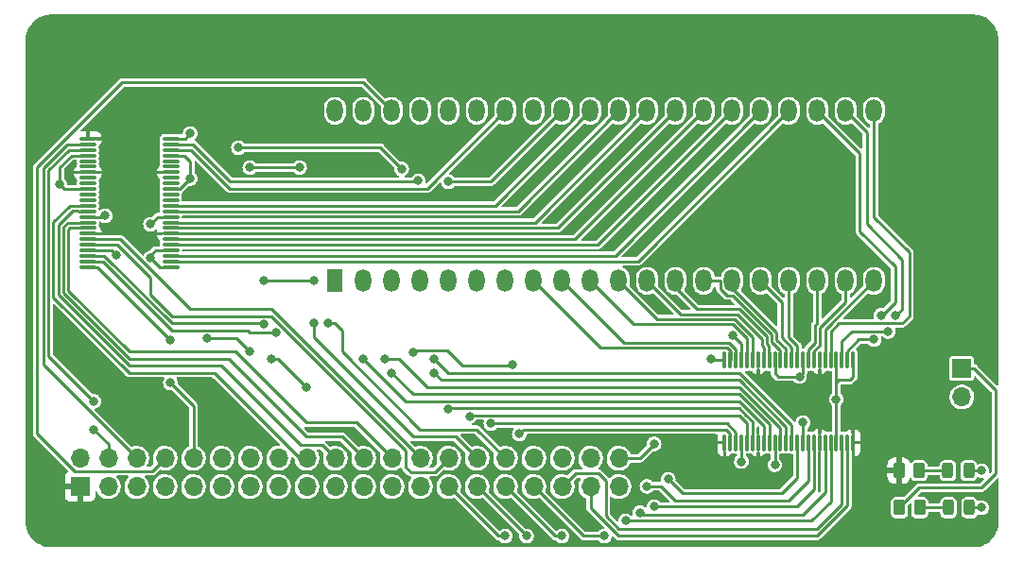
<source format=gtl>
%TF.GenerationSoftware,KiCad,Pcbnew,(6.0.10-0)*%
%TF.CreationDate,2023-01-19T22:09:38-05:00*%
%TF.ProjectId,Tang Primer 20k HD6309 Board,54616e67-2050-4726-996d-65722032306b,rev?*%
%TF.SameCoordinates,Original*%
%TF.FileFunction,Copper,L1,Top*%
%TF.FilePolarity,Positive*%
%FSLAX46Y46*%
G04 Gerber Fmt 4.6, Leading zero omitted, Abs format (unit mm)*
G04 Created by KiCad (PCBNEW (6.0.10-0)) date 2023-01-19 22:09:38*
%MOMM*%
%LPD*%
G01*
G04 APERTURE LIST*
G04 Aperture macros list*
%AMRoundRect*
0 Rectangle with rounded corners*
0 $1 Rounding radius*
0 $2 $3 $4 $5 $6 $7 $8 $9 X,Y pos of 4 corners*
0 Add a 4 corners polygon primitive as box body*
4,1,4,$2,$3,$4,$5,$6,$7,$8,$9,$2,$3,0*
0 Add four circle primitives for the rounded corners*
1,1,$1+$1,$2,$3*
1,1,$1+$1,$4,$5*
1,1,$1+$1,$6,$7*
1,1,$1+$1,$8,$9*
0 Add four rect primitives between the rounded corners*
20,1,$1+$1,$2,$3,$4,$5,0*
20,1,$1+$1,$4,$5,$6,$7,0*
20,1,$1+$1,$6,$7,$8,$9,0*
20,1,$1+$1,$8,$9,$2,$3,0*%
G04 Aperture macros list end*
%TA.AperFunction,ComponentPad*%
%ADD10R,1.700000X1.700000*%
%TD*%
%TA.AperFunction,ComponentPad*%
%ADD11O,1.700000X1.700000*%
%TD*%
%TA.AperFunction,SMDPad,CuDef*%
%ADD12RoundRect,0.250000X-0.262500X-0.450000X0.262500X-0.450000X0.262500X0.450000X-0.262500X0.450000X0*%
%TD*%
%TA.AperFunction,SMDPad,CuDef*%
%ADD13RoundRect,0.243750X0.243750X0.456250X-0.243750X0.456250X-0.243750X-0.456250X0.243750X-0.456250X0*%
%TD*%
%TA.AperFunction,SMDPad,CuDef*%
%ADD14RoundRect,0.075000X-0.662500X-0.075000X0.662500X-0.075000X0.662500X0.075000X-0.662500X0.075000X0*%
%TD*%
%TA.AperFunction,SMDPad,CuDef*%
%ADD15RoundRect,0.075000X0.075000X-0.662500X0.075000X0.662500X-0.075000X0.662500X-0.075000X-0.662500X0*%
%TD*%
%TA.AperFunction,ComponentPad*%
%ADD16R,1.440000X2.000000*%
%TD*%
%TA.AperFunction,ComponentPad*%
%ADD17O,1.440000X2.000000*%
%TD*%
%TA.AperFunction,ViaPad*%
%ADD18C,0.800000*%
%TD*%
%TA.AperFunction,Conductor*%
%ADD19C,0.250000*%
%TD*%
G04 APERTURE END LIST*
D10*
X113284000Y-91689000D03*
D11*
X113284000Y-94229000D03*
D12*
X109457500Y-100826000D03*
X107632500Y-100826000D03*
X109521000Y-104140000D03*
X107696000Y-104140000D03*
D13*
X113902500Y-100826000D03*
X112027500Y-100826000D03*
X113967500Y-104140000D03*
X112092500Y-104140000D03*
D14*
X42447500Y-71085000D03*
X42447500Y-71585000D03*
X42447500Y-72085000D03*
X42447500Y-72585000D03*
X42447500Y-73085000D03*
X42447500Y-73585000D03*
X42447500Y-74085000D03*
X42447500Y-74585000D03*
X42447500Y-75085000D03*
X42447500Y-75585000D03*
X42447500Y-76085000D03*
X42447500Y-76585000D03*
X42447500Y-77085000D03*
X42447500Y-77585000D03*
X42447500Y-78085000D03*
X42447500Y-78585000D03*
X42447500Y-79085000D03*
X42447500Y-79585000D03*
X42447500Y-80085000D03*
X42447500Y-80585000D03*
X42447500Y-81085000D03*
X42447500Y-81585000D03*
X42447500Y-82085000D03*
X42447500Y-82585000D03*
X35022500Y-82585000D03*
X35022500Y-82085000D03*
X35022500Y-81585000D03*
X35022500Y-81085000D03*
X35022500Y-80585000D03*
X35022500Y-80085000D03*
X35022500Y-79585000D03*
X35022500Y-79085000D03*
X35022500Y-78585000D03*
X35022500Y-78085000D03*
X35022500Y-77585000D03*
X35022500Y-77085000D03*
X35022500Y-76585000D03*
X35022500Y-76085000D03*
X35022500Y-75585000D03*
X35022500Y-75085000D03*
X35022500Y-74585000D03*
X35022500Y-74085000D03*
X35022500Y-73585000D03*
X35022500Y-73085000D03*
X35022500Y-72585000D03*
X35022500Y-72085000D03*
X35022500Y-71585000D03*
X35022500Y-71085000D03*
D15*
X92040000Y-98327500D03*
X92540000Y-98327500D03*
X93040000Y-98327500D03*
X93540000Y-98327500D03*
X94040000Y-98327500D03*
X94540000Y-98327500D03*
X95040000Y-98327500D03*
X95540000Y-98327500D03*
X96040000Y-98327500D03*
X96540000Y-98327500D03*
X97040000Y-98327500D03*
X97540000Y-98327500D03*
X98040000Y-98327500D03*
X98540000Y-98327500D03*
X99040000Y-98327500D03*
X99540000Y-98327500D03*
X100040000Y-98327500D03*
X100540000Y-98327500D03*
X101040000Y-98327500D03*
X101540000Y-98327500D03*
X102040000Y-98327500D03*
X102540000Y-98327500D03*
X103040000Y-98327500D03*
X103540000Y-98327500D03*
X103540000Y-90902500D03*
X103040000Y-90902500D03*
X102540000Y-90902500D03*
X102040000Y-90902500D03*
X101540000Y-90902500D03*
X101040000Y-90902500D03*
X100540000Y-90902500D03*
X100040000Y-90902500D03*
X99540000Y-90902500D03*
X99040000Y-90902500D03*
X98540000Y-90902500D03*
X98040000Y-90902500D03*
X97540000Y-90902500D03*
X97040000Y-90902500D03*
X96540000Y-90902500D03*
X96040000Y-90902500D03*
X95540000Y-90902500D03*
X95040000Y-90902500D03*
X94540000Y-90902500D03*
X94040000Y-90902500D03*
X93540000Y-90902500D03*
X93040000Y-90902500D03*
X92540000Y-90902500D03*
X92040000Y-90902500D03*
D16*
X57150000Y-83820000D03*
D17*
X59690000Y-83820000D03*
X62230000Y-83820000D03*
X64770000Y-83820000D03*
X67310000Y-83820000D03*
X69850000Y-83820000D03*
X72390000Y-83820000D03*
X74930000Y-83820000D03*
X77470000Y-83820000D03*
X80010000Y-83820000D03*
X82550000Y-83820000D03*
X85090000Y-83820000D03*
X87630000Y-83820000D03*
X90170000Y-83820000D03*
X92710000Y-83820000D03*
X95250000Y-83820000D03*
X97790000Y-83820000D03*
X100330000Y-83820000D03*
X102870000Y-83820000D03*
X105410000Y-83820000D03*
X105410000Y-68580000D03*
X102870000Y-68580000D03*
X100330000Y-68580000D03*
X97790000Y-68580000D03*
X95250000Y-68580000D03*
X92710000Y-68580000D03*
X90170000Y-68580000D03*
X87630000Y-68580000D03*
X85090000Y-68580000D03*
X82550000Y-68580000D03*
X80010000Y-68580000D03*
X77470000Y-68580000D03*
X74930000Y-68580000D03*
X72390000Y-68580000D03*
X69850000Y-68580000D03*
X67310000Y-68580000D03*
X64770000Y-68580000D03*
X62230000Y-68580000D03*
X59690000Y-68580000D03*
X57150000Y-68580000D03*
D11*
X82580000Y-99715000D03*
X82580000Y-102255000D03*
X80040000Y-99715000D03*
X80040000Y-102255000D03*
X77500000Y-99715000D03*
X77500000Y-102255000D03*
X74960000Y-99715000D03*
X74960000Y-102255000D03*
X72420000Y-99715000D03*
X72420000Y-102255000D03*
X69880000Y-99715000D03*
X69880000Y-102255000D03*
X67340000Y-99715000D03*
X67340000Y-102255000D03*
X64800000Y-99715000D03*
X64800000Y-102255000D03*
X62260000Y-99715000D03*
X62260000Y-102255000D03*
X59720000Y-99715000D03*
X59720000Y-102255000D03*
X57180000Y-99715000D03*
X57180000Y-102255000D03*
X54640000Y-99715000D03*
X54640000Y-102255000D03*
X52100000Y-99715000D03*
X52100000Y-102255000D03*
X49560000Y-99715000D03*
X49560000Y-102255000D03*
X47020000Y-99715000D03*
X47020000Y-102255000D03*
X44480000Y-99715000D03*
X44480000Y-102255000D03*
X41940000Y-99715000D03*
X41940000Y-102255000D03*
X39400000Y-99715000D03*
X39400000Y-102255000D03*
X36860000Y-99715000D03*
X36860000Y-102255000D03*
X34320000Y-99715000D03*
D10*
X34320000Y-102255000D03*
D18*
X42418000Y-92964000D03*
X42418000Y-89154000D03*
X48514000Y-71882000D03*
X63123299Y-73791299D03*
X115062000Y-104140000D03*
X115062000Y-100838000D03*
X93540000Y-100008000D03*
X105664000Y-97536000D03*
X91440000Y-101600000D03*
X39624000Y-80264000D03*
X41656000Y-68834000D03*
X44196000Y-70612000D03*
X37587701Y-81538299D03*
X40640000Y-81788000D03*
X40640000Y-78740000D03*
X36576000Y-77978000D03*
X44177842Y-74657842D03*
X32512000Y-75184000D03*
X31115000Y-104140000D03*
X31115000Y-105410000D03*
X45720000Y-88989500D03*
X49530000Y-90170000D03*
X51435000Y-90805000D03*
X54610000Y-93345000D03*
X50800000Y-83820000D03*
X55245000Y-83820000D03*
X102870000Y-95885000D03*
X100965000Y-95885000D03*
X90805000Y-90805000D03*
X92788880Y-88740888D03*
X98742500Y-92392500D03*
X99060000Y-96520000D03*
X96540000Y-100310000D03*
X102040000Y-94420000D03*
X85725000Y-98425000D03*
X73660000Y-97536000D03*
X73025000Y-91350500D03*
X64135000Y-90259500D03*
X71120000Y-96609500D03*
X69215000Y-95974500D03*
X67310000Y-95339500D03*
X59690000Y-90805000D03*
X62230000Y-92075000D03*
X61595000Y-90805000D03*
X66040000Y-92075000D03*
X66040000Y-90805000D03*
X86995000Y-101600000D03*
X72390000Y-106680000D03*
X85090000Y-102235000D03*
X85725000Y-104050500D03*
X74295000Y-106680000D03*
X77470000Y-106680000D03*
X84455000Y-104595302D03*
X81280000Y-106680000D03*
X83185000Y-105319802D03*
X56515000Y-87630000D03*
X51875201Y-88459799D03*
X55245000Y-87630000D03*
X50800000Y-87719500D03*
X35560000Y-97155000D03*
X35560000Y-94615000D03*
X49530000Y-73660000D03*
X53975000Y-73660000D03*
X67310000Y-74930000D03*
X64605500Y-74840500D03*
X105410000Y-89079000D03*
X106045000Y-86905500D03*
X107315000Y-86905500D03*
X106680000Y-88354500D03*
D19*
X42418000Y-92964000D02*
X44480000Y-95026000D01*
X44480000Y-95026000D02*
X44480000Y-99715000D01*
X35849000Y-82585000D02*
X42418000Y-89154000D01*
X35022500Y-82585000D02*
X35849000Y-82585000D01*
X61214000Y-71882000D02*
X48514000Y-71882000D01*
X63123299Y-73791299D02*
X61214000Y-71882000D01*
X64605500Y-74840500D02*
X64516000Y-74930000D01*
X64516000Y-74930000D02*
X47752000Y-74930000D01*
X47752000Y-74930000D02*
X44407000Y-71585000D01*
X44407000Y-71585000D02*
X42447500Y-71585000D01*
X114384000Y-91689000D02*
X116332000Y-93637000D01*
X116332000Y-101092000D02*
X115062000Y-102362000D01*
X109474000Y-102362000D02*
X107696000Y-104140000D01*
X116332000Y-93637000D02*
X116332000Y-101092000D01*
X115062000Y-102362000D02*
X109474000Y-102362000D01*
X113284000Y-91689000D02*
X114384000Y-91689000D01*
X113967500Y-104140000D02*
X115062000Y-104140000D01*
X112092500Y-104140000D02*
X109521000Y-104140000D01*
X115062000Y-100838000D02*
X115050000Y-100826000D01*
X115050000Y-100826000D02*
X113902500Y-100826000D01*
X109457500Y-100826000D02*
X112027500Y-100826000D01*
X59690000Y-66040000D02*
X38098604Y-66040000D01*
X30480000Y-97536701D02*
X33833299Y-100890000D01*
X30480000Y-73658604D02*
X30480000Y-97536701D01*
X38098604Y-66040000D02*
X30480000Y-73658604D01*
X62230000Y-68580000D02*
X59690000Y-66040000D01*
X33833299Y-100890000D02*
X40765000Y-100890000D01*
X40765000Y-100890000D02*
X41940000Y-99715000D01*
X96540000Y-100310000D02*
X96540000Y-98327500D01*
X93540000Y-100008000D02*
X93540000Y-98327500D01*
X44196000Y-70612000D02*
X43723000Y-71085000D01*
X43723000Y-71085000D02*
X42447500Y-71085000D01*
X32512000Y-75184000D02*
X32512000Y-73660000D01*
X32512000Y-73660000D02*
X33587000Y-72585000D01*
X32913000Y-75585000D02*
X35022500Y-75585000D01*
X32512000Y-75184000D02*
X32913000Y-75585000D01*
X33587000Y-72585000D02*
X35022500Y-72585000D01*
X35022500Y-79085000D02*
X33437000Y-79085000D01*
X33285000Y-79237000D02*
X33285000Y-84718604D01*
X33437000Y-79085000D02*
X33285000Y-79237000D01*
X33285000Y-84718604D02*
X38736396Y-90170000D01*
X38736396Y-90170000D02*
X48260000Y-90170000D01*
X48260000Y-90170000D02*
X54610000Y-96520000D01*
X54610000Y-96520000D02*
X59065000Y-96520000D01*
X59065000Y-96520000D02*
X62260000Y-99715000D01*
X59720000Y-99715000D02*
X57795000Y-97790000D01*
X47625000Y-90805000D02*
X38735000Y-90805000D01*
X57795000Y-97790000D02*
X54610000Y-97790000D01*
X54610000Y-97790000D02*
X47625000Y-90805000D01*
X32835000Y-84905000D02*
X32835000Y-78991396D01*
X38735000Y-90805000D02*
X32835000Y-84905000D01*
X32835000Y-78991396D02*
X33241396Y-78585000D01*
X33241396Y-78585000D02*
X35022500Y-78585000D01*
X37134402Y-81085000D02*
X37587701Y-81538299D01*
X35022500Y-81085000D02*
X37134402Y-81085000D01*
X35022500Y-80585000D02*
X37659000Y-80585000D01*
X42543604Y-86995000D02*
X51435000Y-86995000D01*
X63500000Y-99060000D02*
X63500000Y-100520851D01*
X37659000Y-80585000D02*
X40640000Y-83566000D01*
X40640000Y-83566000D02*
X40640000Y-85091396D01*
X40640000Y-85091396D02*
X42543604Y-86995000D01*
X51435000Y-86995000D02*
X63500000Y-99060000D01*
X63500000Y-100520851D02*
X63944149Y-100965000D01*
X63944149Y-100965000D02*
X66090000Y-100965000D01*
X66090000Y-100965000D02*
X67340000Y-99715000D01*
X44186695Y-86360000D02*
X51445000Y-86360000D01*
X37921000Y-80085000D02*
X39915000Y-82079000D01*
X39915000Y-82088305D02*
X44186695Y-86360000D01*
X39915000Y-82079000D02*
X39915000Y-82088305D01*
X35022500Y-80085000D02*
X37921000Y-80085000D01*
X51445000Y-86360000D02*
X64800000Y-99715000D01*
X42447500Y-82585000D02*
X41437000Y-82585000D01*
X41437000Y-82585000D02*
X40640000Y-81788000D01*
X40640000Y-81534000D02*
X40640000Y-81788000D01*
X42447500Y-81085000D02*
X41089000Y-81085000D01*
X41089000Y-81085000D02*
X40640000Y-81534000D01*
X41295000Y-78085000D02*
X40640000Y-78740000D01*
X42447500Y-78085000D02*
X41295000Y-78085000D01*
X36469000Y-78085000D02*
X36576000Y-77978000D01*
X35022500Y-78085000D02*
X36469000Y-78085000D01*
X44177842Y-74657842D02*
X43250685Y-75585000D01*
X43250685Y-75585000D02*
X42447500Y-75585000D01*
X44177842Y-74657842D02*
X44177842Y-73133842D01*
X44177842Y-73133842D02*
X43629000Y-72585000D01*
X43629000Y-72585000D02*
X42447500Y-72585000D01*
X42447500Y-72085000D02*
X44270604Y-72085000D01*
X47750604Y-75565000D02*
X65405000Y-75565000D01*
X65405000Y-75565000D02*
X72390000Y-68580000D01*
X44270604Y-72085000D02*
X47750604Y-75565000D01*
X51875201Y-88459799D02*
X49530000Y-88459799D01*
X49530000Y-88459799D02*
X49335201Y-88265000D01*
X49335201Y-88265000D02*
X42540812Y-88265000D01*
X42540812Y-88265000D02*
X36360812Y-82085000D01*
X36360812Y-82085000D02*
X35022500Y-82085000D01*
X48349500Y-88989500D02*
X45720000Y-88989500D01*
X49530000Y-90170000D02*
X48349500Y-88989500D01*
X54610000Y-93345000D02*
X52070000Y-90805000D01*
X52070000Y-90805000D02*
X51435000Y-90805000D01*
X35022500Y-77585000D02*
X34219315Y-77585000D01*
X34219315Y-77585000D02*
X34169315Y-77535000D01*
X34169315Y-77535000D02*
X33655000Y-77535000D01*
X33655000Y-77535000D02*
X32385000Y-78805000D01*
X32385000Y-78805000D02*
X32385000Y-85090698D01*
X32385000Y-85090698D02*
X38734302Y-91440000D01*
X38734302Y-91440000D02*
X46990000Y-91440000D01*
X46990000Y-91440000D02*
X54090000Y-98540000D01*
X54090000Y-98540000D02*
X56005000Y-98540000D01*
X56005000Y-98540000D02*
X57180000Y-99715000D01*
X54640000Y-99715000D02*
X53995000Y-99715000D01*
X53995000Y-99715000D02*
X46355000Y-92075000D01*
X46355000Y-92075000D02*
X38732906Y-92075000D01*
X38732906Y-92075000D02*
X31935000Y-85277094D01*
X31935000Y-85277094D02*
X31935000Y-78555000D01*
X31935000Y-78555000D02*
X33405000Y-77085000D01*
X33405000Y-77085000D02*
X35022500Y-77085000D01*
X50800000Y-83820000D02*
X55245000Y-83820000D01*
X103540000Y-90902500D02*
X103540000Y-92450685D01*
X103540000Y-92450685D02*
X103280685Y-92710000D01*
X103280685Y-92710000D02*
X102235000Y-92710000D01*
X102235000Y-92710000D02*
X102040000Y-92905000D01*
X102040000Y-92905000D02*
X102040000Y-93540000D01*
X102040000Y-94420000D02*
X102040000Y-93540000D01*
X102040000Y-93540000D02*
X102040000Y-90902500D01*
X90902500Y-90902500D02*
X90805000Y-90805000D01*
X92040000Y-90902500D02*
X90902500Y-90902500D01*
X93540000Y-89492008D02*
X92788880Y-88740888D01*
X93540000Y-90902500D02*
X93540000Y-89492008D01*
X80010000Y-83820000D02*
X83900000Y-87710000D01*
X83900000Y-87710000D02*
X92783020Y-87710000D01*
X92783020Y-87710000D02*
X94040000Y-88966980D01*
X94040000Y-88966980D02*
X94040000Y-90902500D01*
X82550000Y-83820000D02*
X85990000Y-87260000D01*
X85990000Y-87260000D02*
X92969416Y-87260000D01*
X92969416Y-87260000D02*
X94540000Y-88830584D01*
X94540000Y-88830584D02*
X94540000Y-90902500D01*
X85090000Y-83820000D02*
X88080000Y-86810000D01*
X88080000Y-86810000D02*
X93155812Y-86810000D01*
X93155812Y-86810000D02*
X95355000Y-89009188D01*
X95355000Y-89009188D02*
X95355000Y-89644188D01*
X95355000Y-89644188D02*
X95540000Y-89829188D01*
X95540000Y-89829188D02*
X95540000Y-90902500D01*
X87630000Y-83820000D02*
X87630000Y-84415000D01*
X87630000Y-84415000D02*
X89575000Y-86360000D01*
X95805000Y-88822792D02*
X95805000Y-89457792D01*
X89575000Y-86360000D02*
X93342208Y-86360000D01*
X93342208Y-86360000D02*
X95805000Y-88822792D01*
X95805000Y-89457792D02*
X96015000Y-89667792D01*
X96015000Y-89667792D02*
X96015000Y-90877500D01*
X96015000Y-90877500D02*
X96040000Y-90902500D01*
X90170000Y-83820000D02*
X91665000Y-83820000D01*
X91665000Y-83820000D02*
X91665000Y-84532853D01*
X92277147Y-85145000D02*
X92763604Y-85145000D01*
X91665000Y-84532853D02*
X92277147Y-85145000D01*
X92763604Y-85145000D02*
X96255000Y-88636396D01*
X96255000Y-88636396D02*
X96255000Y-89271396D01*
X96255000Y-89271396D02*
X97040000Y-90056396D01*
X97040000Y-90056396D02*
X97040000Y-90902500D01*
X92710000Y-83820000D02*
X92710000Y-84455000D01*
X92710000Y-84455000D02*
X96705000Y-88450000D01*
X96705000Y-88450000D02*
X96705000Y-89085000D01*
X96705000Y-89085000D02*
X97540000Y-89920000D01*
X97540000Y-89920000D02*
X97540000Y-90902500D01*
X77470000Y-83820000D02*
X83040000Y-89390000D01*
X93040000Y-89962919D02*
X93040000Y-90902500D01*
X83040000Y-89390000D02*
X92467081Y-89390000D01*
X92467081Y-89390000D02*
X93040000Y-89962919D01*
X74930000Y-83820000D02*
X80950000Y-89840000D01*
X80950000Y-89840000D02*
X92280685Y-89840000D01*
X92280685Y-89840000D02*
X92565000Y-90124315D01*
X92565000Y-90124315D02*
X92565000Y-90877500D01*
X92565000Y-90877500D02*
X92540000Y-90902500D01*
X98742500Y-92392500D02*
X96837500Y-92392500D01*
X98742500Y-92392500D02*
X99040000Y-92095000D01*
X96837500Y-92392500D02*
X96540000Y-92095000D01*
X96540000Y-92095000D02*
X96540000Y-90902500D01*
X99040000Y-92095000D02*
X99040000Y-90902500D01*
X99040000Y-96540000D02*
X99060000Y-96520000D01*
X99040000Y-98327500D02*
X99040000Y-96540000D01*
X66040000Y-90805000D02*
X67310000Y-92075000D01*
X93351980Y-92075000D02*
X98040000Y-96763020D01*
X67310000Y-92075000D02*
X93351980Y-92075000D01*
X98040000Y-96763020D02*
X98040000Y-98327500D01*
X66040000Y-92075000D02*
X66675000Y-92710000D01*
X66675000Y-92710000D02*
X93350584Y-92710000D01*
X93350584Y-92710000D02*
X97540000Y-96899416D01*
X97540000Y-96899416D02*
X97540000Y-98327500D01*
X61595000Y-90805000D02*
X62865000Y-90805000D01*
X62865000Y-90805000D02*
X65405000Y-93345000D01*
X65405000Y-93345000D02*
X93349188Y-93345000D01*
X93349188Y-93345000D02*
X97040000Y-97035812D01*
X97040000Y-97035812D02*
X97040000Y-98327500D01*
X102040000Y-94420000D02*
X102040000Y-98327500D01*
X96040000Y-98327500D02*
X96040000Y-96675000D01*
X96040000Y-96675000D02*
X95885000Y-96520000D01*
X95885000Y-96520000D02*
X95885000Y-96517208D01*
X95885000Y-96517208D02*
X93347792Y-93980000D01*
X93347792Y-93980000D02*
X64135000Y-93980000D01*
X64135000Y-93980000D02*
X62230000Y-92075000D01*
X59690000Y-90805000D02*
X63500000Y-94615000D01*
X93346396Y-94615000D02*
X95540000Y-96808604D01*
X63500000Y-94615000D02*
X93346396Y-94615000D01*
X95540000Y-96808604D02*
X95540000Y-98327500D01*
X93040000Y-98327500D02*
X93040000Y-97387919D01*
X93040000Y-97387919D02*
X92261581Y-96609500D01*
X92261581Y-96609500D02*
X71120000Y-96609500D01*
X94040000Y-98327500D02*
X94040000Y-96581396D01*
X94040000Y-96581396D02*
X93343604Y-95885000D01*
X93343604Y-95885000D02*
X69304500Y-95885000D01*
X69304500Y-95885000D02*
X69215000Y-95974500D01*
X53975000Y-73660000D02*
X49530000Y-73660000D01*
X82580000Y-99715000D02*
X84435000Y-99715000D01*
X84435000Y-99715000D02*
X85725000Y-98425000D01*
X101040000Y-98327500D02*
X101040000Y-102795000D01*
X101040000Y-102795000D02*
X99060000Y-104775000D01*
X99060000Y-104775000D02*
X84634698Y-104775000D01*
X84634698Y-104775000D02*
X84455000Y-104595302D01*
X101540000Y-98327500D02*
X101540000Y-103565000D01*
X101540000Y-103565000D02*
X99785198Y-105319802D01*
X99785198Y-105319802D02*
X83185000Y-105319802D01*
X73660000Y-97536000D02*
X74041000Y-97155000D01*
X74041000Y-97155000D02*
X92170685Y-97155000D01*
X92170685Y-97155000D02*
X92540000Y-97524315D01*
X92540000Y-97524315D02*
X92540000Y-98327500D01*
X67220000Y-90080000D02*
X68580000Y-91440000D01*
X64314500Y-90080000D02*
X67220000Y-90080000D01*
X68580000Y-91440000D02*
X72935500Y-91440000D01*
X64135000Y-90259500D02*
X64314500Y-90080000D01*
X72935500Y-91440000D02*
X73025000Y-91350500D01*
X64135000Y-97790000D02*
X67955000Y-97790000D01*
X55245000Y-88900000D02*
X64135000Y-97790000D01*
X67955000Y-97790000D02*
X69880000Y-99715000D01*
X55245000Y-87630000D02*
X55245000Y-88900000D01*
X57785000Y-90170000D02*
X64770000Y-97155000D01*
X57150000Y-87630000D02*
X57785000Y-88265000D01*
X57785000Y-88265000D02*
X57785000Y-90170000D01*
X56515000Y-87630000D02*
X57150000Y-87630000D01*
X64770000Y-97155000D02*
X69860000Y-97155000D01*
X69860000Y-97155000D02*
X72420000Y-99715000D01*
X94540000Y-98327500D02*
X94540000Y-96445000D01*
X94540000Y-96445000D02*
X93980000Y-95885000D01*
X93980000Y-95885000D02*
X93345000Y-95250000D01*
X67310000Y-95250000D02*
X67310000Y-95339500D01*
X93345000Y-95250000D02*
X67310000Y-95250000D01*
X98540000Y-98327500D02*
X98540000Y-101485000D01*
X98540000Y-101485000D02*
X97155000Y-102870000D01*
X97155000Y-102870000D02*
X88265000Y-102870000D01*
X88265000Y-102870000D02*
X86995000Y-101600000D01*
X87630000Y-103505000D02*
X97790000Y-103505000D01*
X85090000Y-102235000D02*
X86360000Y-102235000D01*
X86360000Y-102235000D02*
X87630000Y-103505000D01*
X97790000Y-103505000D02*
X99540000Y-101755000D01*
X99540000Y-101755000D02*
X99540000Y-98327500D01*
X71765000Y-106680000D02*
X72390000Y-106680000D01*
X67340000Y-102255000D02*
X71765000Y-106680000D01*
X98514500Y-104050500D02*
X85725000Y-104050500D01*
X74295000Y-106670000D02*
X69880000Y-102255000D01*
X99695000Y-102870000D02*
X98514500Y-104050500D01*
X100040000Y-98327500D02*
X100040000Y-102525000D01*
X100040000Y-102525000D02*
X99695000Y-102870000D01*
X74295000Y-106680000D02*
X74295000Y-106670000D01*
X77470000Y-106680000D02*
X76845000Y-106680000D01*
X76845000Y-106680000D02*
X72420000Y-102255000D01*
X81280000Y-106680000D02*
X79385000Y-106680000D01*
X79385000Y-106680000D02*
X74960000Y-102255000D01*
X77500000Y-102255000D02*
X78675000Y-101080000D01*
X78675000Y-101080000D02*
X80716701Y-101080000D01*
X80716701Y-101080000D02*
X81405000Y-101768299D01*
X81405000Y-101768299D02*
X81405000Y-104898604D01*
X81405000Y-104898604D02*
X82550698Y-106044302D01*
X82550698Y-106044302D02*
X100329302Y-106044302D01*
X100329302Y-106044302D02*
X102540000Y-103833604D01*
X102540000Y-103833604D02*
X102540000Y-98327500D01*
X103040000Y-98327500D02*
X103040000Y-103970000D01*
X103040000Y-103970000D02*
X100330000Y-106680000D01*
X100330000Y-106680000D02*
X82550000Y-106680000D01*
X82550000Y-106680000D02*
X80040000Y-104170000D01*
X80040000Y-104170000D02*
X80040000Y-102255000D01*
X50800000Y-87630000D02*
X50800000Y-87719500D01*
X42542208Y-87630000D02*
X50800000Y-87630000D01*
X35022500Y-81585000D02*
X36497208Y-81585000D01*
X36497208Y-81585000D02*
X42542208Y-87630000D01*
X35022500Y-71585000D02*
X33190000Y-71585000D01*
X33190000Y-71585000D02*
X31035000Y-73740000D01*
X31035000Y-73740000D02*
X31035000Y-91350000D01*
X31035000Y-91350000D02*
X39400000Y-99715000D01*
X35022500Y-72085000D02*
X33326396Y-72085000D01*
X33326396Y-72085000D02*
X31485000Y-73926396D01*
X31485000Y-73926396D02*
X31485000Y-90540000D01*
X31485000Y-90540000D02*
X35560000Y-94615000D01*
X36860000Y-98455000D02*
X36860000Y-99715000D01*
X35560000Y-97155000D02*
X36860000Y-98455000D01*
X71120000Y-74930000D02*
X77470000Y-68580000D01*
X67310000Y-74930000D02*
X71120000Y-74930000D01*
X80010000Y-68580000D02*
X71505000Y-77085000D01*
X71505000Y-77085000D02*
X42447500Y-77085000D01*
X42447500Y-77585000D02*
X73545000Y-77585000D01*
X73545000Y-77585000D02*
X82550000Y-68580000D01*
X42447500Y-78585000D02*
X75085000Y-78585000D01*
X75085000Y-78585000D02*
X85090000Y-68580000D01*
X87630000Y-68580000D02*
X77125000Y-79085000D01*
X77125000Y-79085000D02*
X42447500Y-79085000D01*
X90170000Y-68580000D02*
X78665000Y-80085000D01*
X78665000Y-80085000D02*
X42447500Y-80085000D01*
X92710000Y-68580000D02*
X80705000Y-80585000D01*
X80705000Y-80585000D02*
X42447500Y-80585000D01*
X95250000Y-68580000D02*
X82245000Y-81585000D01*
X82245000Y-81585000D02*
X42447500Y-81585000D01*
X97790000Y-68580000D02*
X84285000Y-82085000D01*
X84285000Y-82085000D02*
X42447500Y-82085000D01*
X95250000Y-83820000D02*
X97155000Y-85725000D01*
X97155000Y-85725000D02*
X97155000Y-88898604D01*
X97155000Y-88898604D02*
X98040000Y-89783604D01*
X98040000Y-89783604D02*
X98040000Y-90902500D01*
X104060315Y-89079000D02*
X105410000Y-89079000D01*
X103040000Y-90099315D02*
X104060315Y-89079000D01*
X103040000Y-90902500D02*
X103040000Y-90099315D01*
X102540000Y-90902500D02*
X102540000Y-89230000D01*
X102540000Y-89230000D02*
X103415500Y-88354500D01*
X103415500Y-88354500D02*
X106680000Y-88354500D01*
X104140000Y-72390000D02*
X104140000Y-79375000D01*
X107315000Y-82550000D02*
X107315000Y-85725000D01*
X100330000Y-68580000D02*
X104140000Y-72390000D01*
X104140000Y-79375000D02*
X107315000Y-82550000D01*
X107315000Y-85725000D02*
X106045000Y-86995000D01*
X106045000Y-86995000D02*
X106045000Y-86905500D01*
X102870000Y-68580000D02*
X104775000Y-70485000D01*
X104775000Y-70485000D02*
X104775000Y-78740000D01*
X107950000Y-81915000D02*
X107950000Y-86360000D01*
X104775000Y-78740000D02*
X107950000Y-81915000D01*
X107950000Y-86360000D02*
X107315000Y-86995000D01*
X105410000Y-78105000D02*
X108585000Y-81280000D01*
X102236396Y-87630000D02*
X101540000Y-88326396D01*
X108585000Y-81280000D02*
X108585000Y-86995000D01*
X105410000Y-68580000D02*
X105410000Y-78105000D01*
X108585000Y-86995000D02*
X107950000Y-87630000D01*
X107950000Y-87630000D02*
X102236396Y-87630000D01*
X101540000Y-88326396D02*
X101540000Y-90902500D01*
X100330000Y-83820000D02*
X100330000Y-87627208D01*
X100140000Y-89362919D02*
X99540000Y-89962919D01*
X100330000Y-87627208D02*
X100140000Y-87817208D01*
X100140000Y-87817208D02*
X100140000Y-89362919D01*
X99540000Y-89962919D02*
X99540000Y-90902500D01*
X98540000Y-89647208D02*
X98540000Y-90902500D01*
X97790000Y-88897208D02*
X98540000Y-89647208D01*
X97790000Y-83820000D02*
X97790000Y-88897208D01*
X102870000Y-83820000D02*
X102870000Y-85723604D01*
X102870000Y-85723604D02*
X100590000Y-88003604D01*
X100040000Y-90099315D02*
X100040000Y-90902500D01*
X100590000Y-88003604D02*
X100590000Y-89549315D01*
X100590000Y-89549315D02*
X100040000Y-90099315D01*
X105410000Y-83820000D02*
X101040000Y-88190000D01*
X101040000Y-88190000D02*
X101040000Y-90902500D01*
%TA.AperFunction,Conductor*%
G36*
X114284496Y-59946402D02*
G01*
X114300000Y-59949486D01*
X114309563Y-59947584D01*
X114315089Y-59947584D01*
X114331979Y-59946435D01*
X114432343Y-59952505D01*
X114569516Y-59960803D01*
X114581371Y-59962242D01*
X114841072Y-60009834D01*
X114852665Y-60012691D01*
X115056160Y-60076103D01*
X115104730Y-60091238D01*
X115115908Y-60095477D01*
X115356668Y-60203834D01*
X115367247Y-60209386D01*
X115593186Y-60345971D01*
X115603024Y-60352762D01*
X115810847Y-60515581D01*
X115819796Y-60523508D01*
X116006492Y-60710204D01*
X116014419Y-60719153D01*
X116177238Y-60926976D01*
X116184027Y-60936811D01*
X116320614Y-61162753D01*
X116326166Y-61173332D01*
X116434523Y-61414092D01*
X116438762Y-61425270D01*
X116495450Y-61607185D01*
X116517307Y-61677327D01*
X116520166Y-61688928D01*
X116567757Y-61948623D01*
X116569198Y-61960491D01*
X116583565Y-62198021D01*
X116582416Y-62214911D01*
X116582416Y-62220437D01*
X116580514Y-62230000D01*
X116582416Y-62239562D01*
X116583598Y-62245505D01*
X116585500Y-62264818D01*
X116585500Y-93114798D01*
X116566593Y-93172989D01*
X116517093Y-93208953D01*
X116455907Y-93208953D01*
X116416496Y-93184802D01*
X114688440Y-91456746D01*
X114675277Y-91440445D01*
X114668571Y-91430060D01*
X114640953Y-91408288D01*
X114634835Y-91402852D01*
X114632943Y-91401249D01*
X114630056Y-91398362D01*
X114613839Y-91386773D01*
X114610109Y-91383973D01*
X114575777Y-91356908D01*
X114575776Y-91356907D01*
X114569353Y-91351844D01*
X114562156Y-91349317D01*
X114559481Y-91347927D01*
X114553266Y-91343486D01*
X114503537Y-91328614D01*
X114499106Y-91327174D01*
X114454697Y-91311579D01*
X114406058Y-91274459D01*
X114388499Y-91218171D01*
X114388499Y-90813934D01*
X114383271Y-90787646D01*
X114375636Y-90749262D01*
X114373734Y-90739699D01*
X114317484Y-90655516D01*
X114233301Y-90599266D01*
X114223738Y-90597364D01*
X114223736Y-90597363D01*
X114192819Y-90591214D01*
X114159067Y-90584500D01*
X113284181Y-90584500D01*
X112408934Y-90584501D01*
X112404168Y-90585449D01*
X112404167Y-90585449D01*
X112363714Y-90593495D01*
X112334699Y-90599266D01*
X112250516Y-90655516D01*
X112194266Y-90739699D01*
X112179500Y-90813933D01*
X112179501Y-92564066D01*
X112194266Y-92638301D01*
X112250516Y-92722484D01*
X112334699Y-92778734D01*
X112344262Y-92780636D01*
X112344264Y-92780637D01*
X112375181Y-92786786D01*
X112408933Y-92793500D01*
X113283819Y-92793500D01*
X114159066Y-92793499D01*
X114163832Y-92792551D01*
X114163833Y-92792551D01*
X114223738Y-92780636D01*
X114233301Y-92778734D01*
X114317484Y-92722484D01*
X114373734Y-92638301D01*
X114376326Y-92625273D01*
X114381786Y-92597819D01*
X114388500Y-92564067D01*
X114388500Y-92469202D01*
X114407407Y-92411011D01*
X114456907Y-92375047D01*
X114518093Y-92375047D01*
X114557504Y-92399198D01*
X115923504Y-93765198D01*
X115951281Y-93819715D01*
X115952500Y-93835202D01*
X115952500Y-100893798D01*
X115933593Y-100951989D01*
X115923504Y-100963802D01*
X115878829Y-101008477D01*
X115824312Y-101036254D01*
X115763880Y-101026683D01*
X115720615Y-100983418D01*
X115710813Y-100924524D01*
X115720706Y-100855014D01*
X115720706Y-100855008D01*
X115721162Y-100851807D01*
X115721307Y-100838000D01*
X115711417Y-100756269D01*
X115702993Y-100686655D01*
X115702992Y-100686652D01*
X115702276Y-100680733D01*
X115695335Y-100662363D01*
X115648390Y-100538130D01*
X115646280Y-100532546D01*
X115642900Y-100527628D01*
X115559933Y-100406909D01*
X115559930Y-100406906D01*
X115556553Y-100401992D01*
X115503095Y-100354363D01*
X115442729Y-100300579D01*
X115442727Y-100300578D01*
X115438275Y-100296611D01*
X115433004Y-100293820D01*
X115303548Y-100225276D01*
X115303545Y-100225275D01*
X115298274Y-100222484D01*
X115221453Y-100203188D01*
X115150423Y-100185346D01*
X115150420Y-100185346D01*
X115144633Y-100183892D01*
X115064693Y-100183473D01*
X114992187Y-100183093D01*
X114992185Y-100183093D01*
X114986221Y-100183062D01*
X114832184Y-100220043D01*
X114789417Y-100242117D01*
X114755309Y-100259721D01*
X114694928Y-100269609D01*
X114640267Y-100242117D01*
X114617204Y-100206502D01*
X114587783Y-100128018D01*
X114509758Y-100023910D01*
X114506422Y-100019459D01*
X114502189Y-100013811D01*
X114387982Y-99928217D01*
X114381376Y-99925740D01*
X114381373Y-99925739D01*
X114293814Y-99892916D01*
X114254342Y-99878119D01*
X114193415Y-99871500D01*
X113902609Y-99871500D01*
X113611586Y-99871501D01*
X113608927Y-99871790D01*
X113608924Y-99871790D01*
X113556833Y-99877448D01*
X113556831Y-99877448D01*
X113550658Y-99878119D01*
X113544840Y-99880300D01*
X113423627Y-99925739D01*
X113423624Y-99925740D01*
X113417018Y-99928217D01*
X113302811Y-100013811D01*
X113298578Y-100019459D01*
X113295242Y-100023910D01*
X113217217Y-100128018D01*
X113214741Y-100134623D01*
X113214739Y-100134627D01*
X113196060Y-100184455D01*
X113167119Y-100261658D01*
X113160500Y-100322585D01*
X113160501Y-101329414D01*
X113160790Y-101332073D01*
X113160790Y-101332076D01*
X113164747Y-101368500D01*
X113167119Y-101390342D01*
X113169300Y-101396160D01*
X113214383Y-101516422D01*
X113217217Y-101523982D01*
X113302811Y-101638189D01*
X113308459Y-101642422D01*
X113331852Y-101659954D01*
X113417018Y-101723783D01*
X113423624Y-101726260D01*
X113423627Y-101726261D01*
X113475312Y-101745636D01*
X113550658Y-101773881D01*
X113611585Y-101780500D01*
X113902391Y-101780500D01*
X114193414Y-101780499D01*
X114196073Y-101780210D01*
X114196076Y-101780210D01*
X114248167Y-101774552D01*
X114248169Y-101774552D01*
X114254342Y-101773881D01*
X114309881Y-101753061D01*
X114381373Y-101726261D01*
X114381376Y-101726260D01*
X114387982Y-101723783D01*
X114473148Y-101659954D01*
X114496541Y-101642422D01*
X114502189Y-101638189D01*
X114587783Y-101523982D01*
X114590618Y-101516421D01*
X114609724Y-101465453D01*
X114647854Y-101417603D01*
X114706829Y-101401303D01*
X114749664Y-101413202D01*
X114819293Y-101451008D01*
X114825067Y-101452523D01*
X114825070Y-101452524D01*
X114962188Y-101488496D01*
X114972522Y-101491207D01*
X114978491Y-101491301D01*
X114978493Y-101491301D01*
X115036502Y-101492212D01*
X115130916Y-101493695D01*
X115136733Y-101492363D01*
X115142667Y-101491739D01*
X115142807Y-101493069D01*
X115197159Y-101497922D01*
X115243265Y-101538145D01*
X115256923Y-101597787D01*
X115232916Y-101654065D01*
X115228319Y-101658987D01*
X114933802Y-101953504D01*
X114879285Y-101981281D01*
X114863798Y-101982500D01*
X109525052Y-101982500D01*
X109504215Y-101980282D01*
X109502160Y-101979840D01*
X109492124Y-101977679D01*
X109462110Y-101981232D01*
X109457190Y-101981814D01*
X109449076Y-101982292D01*
X109446559Y-101982500D01*
X109442476Y-101982500D01*
X109438450Y-101983170D01*
X109438439Y-101983171D01*
X109422821Y-101985771D01*
X109418217Y-101986427D01*
X109366659Y-101992530D01*
X109359775Y-101995836D01*
X109356910Y-101996742D01*
X109349374Y-101997996D01*
X109306151Y-102021318D01*
X109303703Y-102022639D01*
X109299546Y-102024757D01*
X109258388Y-102044520D01*
X109258386Y-102044521D01*
X109252768Y-102047219D01*
X109248493Y-102050813D01*
X109246984Y-102052322D01*
X109246141Y-102053095D01*
X109244159Y-102054767D01*
X109238186Y-102057990D01*
X109232634Y-102063996D01*
X109232633Y-102063997D01*
X109201254Y-102097943D01*
X109198560Y-102100746D01*
X108136807Y-103162499D01*
X108082290Y-103190276D01*
X108056111Y-103190916D01*
X108032674Y-103188370D01*
X108006256Y-103185500D01*
X107385744Y-103185500D01*
X107324052Y-103192202D01*
X107188736Y-103242929D01*
X107073096Y-103329596D01*
X106986429Y-103445236D01*
X106935702Y-103580552D01*
X106929000Y-103642244D01*
X106929000Y-104637756D01*
X106935702Y-104699448D01*
X106986429Y-104834764D01*
X107073096Y-104950404D01*
X107188736Y-105037071D01*
X107324052Y-105087798D01*
X107385744Y-105094500D01*
X108006256Y-105094500D01*
X108067948Y-105087798D01*
X108203264Y-105037071D01*
X108318904Y-104950404D01*
X108405571Y-104834764D01*
X108456298Y-104699448D01*
X108463000Y-104637756D01*
X108463000Y-103950702D01*
X108481907Y-103892511D01*
X108491996Y-103880698D01*
X108584996Y-103787698D01*
X108639513Y-103759921D01*
X108699945Y-103769492D01*
X108743210Y-103812757D01*
X108754000Y-103857702D01*
X108754000Y-104637756D01*
X108760702Y-104699448D01*
X108811429Y-104834764D01*
X108898096Y-104950404D01*
X109013736Y-105037071D01*
X109149052Y-105087798D01*
X109210744Y-105094500D01*
X109831256Y-105094500D01*
X109892948Y-105087798D01*
X110028264Y-105037071D01*
X110143904Y-104950404D01*
X110230571Y-104834764D01*
X110281298Y-104699448D01*
X110288000Y-104637756D01*
X110288000Y-104618500D01*
X110306907Y-104560309D01*
X110356407Y-104524345D01*
X110387000Y-104519500D01*
X111251501Y-104519500D01*
X111309692Y-104538407D01*
X111345656Y-104587907D01*
X111350501Y-104618500D01*
X111350501Y-104643414D01*
X111350790Y-104646073D01*
X111350790Y-104646076D01*
X111355628Y-104690611D01*
X111357119Y-104704342D01*
X111359300Y-104710160D01*
X111403536Y-104828162D01*
X111407217Y-104837982D01*
X111492811Y-104952189D01*
X111607018Y-105037783D01*
X111613624Y-105040260D01*
X111613627Y-105040261D01*
X111693698Y-105070277D01*
X111740658Y-105087881D01*
X111801585Y-105094500D01*
X112092391Y-105094500D01*
X112383414Y-105094499D01*
X112386073Y-105094210D01*
X112386076Y-105094210D01*
X112438167Y-105088552D01*
X112438169Y-105088552D01*
X112444342Y-105087881D01*
X112450376Y-105085619D01*
X112571373Y-105040261D01*
X112571376Y-105040260D01*
X112577982Y-105037783D01*
X112692189Y-104952189D01*
X112777783Y-104837982D01*
X112781465Y-104828162D01*
X112825702Y-104710154D01*
X112827881Y-104704342D01*
X112834500Y-104643415D01*
X112834499Y-103636586D01*
X112834499Y-103636585D01*
X113225500Y-103636585D01*
X113225501Y-104643414D01*
X113225790Y-104646073D01*
X113225790Y-104646076D01*
X113230628Y-104690611D01*
X113232119Y-104704342D01*
X113234300Y-104710160D01*
X113278536Y-104828162D01*
X113282217Y-104837982D01*
X113367811Y-104952189D01*
X113482018Y-105037783D01*
X113488624Y-105040260D01*
X113488627Y-105040261D01*
X113568698Y-105070277D01*
X113615658Y-105087881D01*
X113676585Y-105094500D01*
X113967391Y-105094500D01*
X114258414Y-105094499D01*
X114261073Y-105094210D01*
X114261076Y-105094210D01*
X114313167Y-105088552D01*
X114313169Y-105088552D01*
X114319342Y-105087881D01*
X114325376Y-105085619D01*
X114446373Y-105040261D01*
X114446376Y-105040260D01*
X114452982Y-105037783D01*
X114567189Y-104952189D01*
X114652783Y-104837982D01*
X114660233Y-104818110D01*
X114667469Y-104798806D01*
X114705599Y-104750956D01*
X114764574Y-104734656D01*
X114807408Y-104746555D01*
X114819293Y-104753008D01*
X114825067Y-104754523D01*
X114825070Y-104754524D01*
X114966743Y-104791691D01*
X114972522Y-104793207D01*
X114978491Y-104793301D01*
X114978493Y-104793301D01*
X115036502Y-104794212D01*
X115130916Y-104795695D01*
X115141779Y-104793207D01*
X115279509Y-104761663D01*
X115279512Y-104761662D01*
X115285332Y-104760329D01*
X115299889Y-104753008D01*
X115391211Y-104707078D01*
X115426855Y-104689151D01*
X115547314Y-104586269D01*
X115599780Y-104513255D01*
X115636271Y-104462473D01*
X115636272Y-104462471D01*
X115639755Y-104457624D01*
X115642900Y-104449802D01*
X115696618Y-104316174D01*
X115696619Y-104316172D01*
X115698842Y-104310641D01*
X115699683Y-104304734D01*
X115720706Y-104157014D01*
X115720706Y-104157008D01*
X115721162Y-104153807D01*
X115721307Y-104140000D01*
X115708074Y-104030646D01*
X115702993Y-103988655D01*
X115702992Y-103988652D01*
X115702276Y-103982733D01*
X115686580Y-103941194D01*
X115648390Y-103840130D01*
X115646280Y-103834546D01*
X115617680Y-103792933D01*
X115559933Y-103708909D01*
X115559930Y-103708906D01*
X115556553Y-103703992D01*
X115498302Y-103652093D01*
X115442729Y-103602579D01*
X115442727Y-103602578D01*
X115438275Y-103598611D01*
X115404168Y-103580552D01*
X115303548Y-103527276D01*
X115303545Y-103527275D01*
X115298274Y-103524484D01*
X115208746Y-103501996D01*
X115150423Y-103487346D01*
X115150420Y-103487346D01*
X115144633Y-103485892D01*
X115064693Y-103485473D01*
X114992187Y-103485093D01*
X114992185Y-103485093D01*
X114986221Y-103485062D01*
X114832184Y-103522043D01*
X114826878Y-103524782D01*
X114826877Y-103524782D01*
X114806002Y-103535556D01*
X114745621Y-103545444D01*
X114690960Y-103517952D01*
X114667897Y-103482337D01*
X114652783Y-103442018D01*
X114567189Y-103327811D01*
X114541770Y-103308760D01*
X114458630Y-103246450D01*
X114452982Y-103242217D01*
X114446376Y-103239740D01*
X114446373Y-103239739D01*
X114348042Y-103202878D01*
X114319342Y-103192119D01*
X114258415Y-103185500D01*
X113967609Y-103185500D01*
X113676586Y-103185501D01*
X113673927Y-103185790D01*
X113673924Y-103185790D01*
X113621833Y-103191448D01*
X113621831Y-103191448D01*
X113615658Y-103192119D01*
X113609840Y-103194300D01*
X113488627Y-103239739D01*
X113488624Y-103239740D01*
X113482018Y-103242217D01*
X113476370Y-103246450D01*
X113393231Y-103308760D01*
X113367811Y-103327811D01*
X113282217Y-103442018D01*
X113279741Y-103448623D01*
X113279739Y-103448627D01*
X113258532Y-103505200D01*
X113232119Y-103575658D01*
X113225500Y-103636585D01*
X112834499Y-103636585D01*
X112834210Y-103633924D01*
X112828552Y-103581833D01*
X112828552Y-103581831D01*
X112827881Y-103575658D01*
X112802939Y-103509124D01*
X112780261Y-103448627D01*
X112780259Y-103448623D01*
X112777783Y-103442018D01*
X112692189Y-103327811D01*
X112666770Y-103308760D01*
X112583630Y-103246450D01*
X112577982Y-103242217D01*
X112571376Y-103239740D01*
X112571373Y-103239739D01*
X112473042Y-103202878D01*
X112444342Y-103192119D01*
X112383415Y-103185500D01*
X112092609Y-103185500D01*
X111801586Y-103185501D01*
X111798927Y-103185790D01*
X111798924Y-103185790D01*
X111746833Y-103191448D01*
X111746831Y-103191448D01*
X111740658Y-103192119D01*
X111734840Y-103194300D01*
X111613627Y-103239739D01*
X111613624Y-103239740D01*
X111607018Y-103242217D01*
X111601370Y-103246450D01*
X111518231Y-103308760D01*
X111492811Y-103327811D01*
X111407217Y-103442018D01*
X111404741Y-103448623D01*
X111404739Y-103448627D01*
X111383532Y-103505200D01*
X111357119Y-103575658D01*
X111350500Y-103636585D01*
X111350500Y-103661500D01*
X111331593Y-103719691D01*
X111282093Y-103755655D01*
X111251500Y-103760500D01*
X110387000Y-103760500D01*
X110328809Y-103741593D01*
X110292845Y-103692093D01*
X110288000Y-103661500D01*
X110288000Y-103642244D01*
X110281298Y-103580552D01*
X110230571Y-103445236D01*
X110143904Y-103329596D01*
X110028264Y-103242929D01*
X109892948Y-103192202D01*
X109831256Y-103185500D01*
X109426202Y-103185500D01*
X109368011Y-103166593D01*
X109332047Y-103117093D01*
X109332047Y-103055907D01*
X109356198Y-103016496D01*
X109602198Y-102770496D01*
X109656715Y-102742719D01*
X109672202Y-102741500D01*
X115010953Y-102741500D01*
X115031791Y-102743718D01*
X115035876Y-102744598D01*
X115035879Y-102744598D01*
X115043876Y-102746320D01*
X115078804Y-102742186D01*
X115086969Y-102741705D01*
X115089446Y-102741500D01*
X115093524Y-102741500D01*
X115105597Y-102739490D01*
X115113182Y-102738228D01*
X115117801Y-102737570D01*
X115146398Y-102734185D01*
X115169341Y-102731470D01*
X115176223Y-102728165D01*
X115179092Y-102727258D01*
X115186626Y-102726004D01*
X115232304Y-102701358D01*
X115236454Y-102699243D01*
X115263050Y-102686472D01*
X115283232Y-102676781D01*
X115287508Y-102673186D01*
X115289009Y-102671685D01*
X115289854Y-102670910D01*
X115291842Y-102669232D01*
X115297814Y-102666010D01*
X115334747Y-102626056D01*
X115337440Y-102623254D01*
X116416496Y-101544198D01*
X116471013Y-101516421D01*
X116531445Y-101525992D01*
X116574710Y-101569257D01*
X116585500Y-101614202D01*
X116585500Y-105375182D01*
X116583598Y-105394495D01*
X116580514Y-105410000D01*
X116582416Y-105419563D01*
X116582416Y-105425089D01*
X116583565Y-105441979D01*
X116570088Y-105664802D01*
X116569198Y-105679509D01*
X116567758Y-105691371D01*
X116534984Y-105870218D01*
X116520168Y-105951065D01*
X116517309Y-105962665D01*
X116484711Y-106067276D01*
X116438762Y-106214730D01*
X116434523Y-106225908D01*
X116326166Y-106466668D01*
X116320614Y-106477247D01*
X116191653Y-106690574D01*
X116184029Y-106703186D01*
X116177238Y-106713024D01*
X116014419Y-106920847D01*
X116006492Y-106929796D01*
X115819796Y-107116492D01*
X115810847Y-107124419D01*
X115603024Y-107287238D01*
X115593189Y-107294027D01*
X115367247Y-107430614D01*
X115356668Y-107436166D01*
X115115908Y-107544523D01*
X115104730Y-107548762D01*
X114852665Y-107627309D01*
X114841072Y-107630166D01*
X114581371Y-107677758D01*
X114569516Y-107679197D01*
X114432343Y-107687495D01*
X114331979Y-107693565D01*
X114315089Y-107692416D01*
X114309563Y-107692416D01*
X114300000Y-107690514D01*
X114290438Y-107692416D01*
X114284495Y-107693598D01*
X114265182Y-107695500D01*
X31784818Y-107695500D01*
X31765505Y-107693598D01*
X31759562Y-107692416D01*
X31750000Y-107690514D01*
X31740437Y-107692416D01*
X31734911Y-107692416D01*
X31718021Y-107693565D01*
X31617657Y-107687495D01*
X31480484Y-107679197D01*
X31468629Y-107677758D01*
X31208928Y-107630166D01*
X31197335Y-107627309D01*
X30945270Y-107548762D01*
X30934092Y-107544523D01*
X30693332Y-107436166D01*
X30682753Y-107430614D01*
X30456811Y-107294027D01*
X30446976Y-107287238D01*
X30239153Y-107124419D01*
X30230204Y-107116492D01*
X30043508Y-106929796D01*
X30035581Y-106920847D01*
X29872762Y-106713024D01*
X29865971Y-106703186D01*
X29858347Y-106690574D01*
X29729386Y-106477247D01*
X29723834Y-106466668D01*
X29615477Y-106225908D01*
X29611238Y-106214730D01*
X29565289Y-106067276D01*
X29532691Y-105962665D01*
X29529832Y-105951065D01*
X29515017Y-105870218D01*
X29482242Y-105691371D01*
X29480802Y-105679509D01*
X29479913Y-105664802D01*
X29466435Y-105441979D01*
X29467584Y-105425089D01*
X29467584Y-105419563D01*
X29469486Y-105410000D01*
X29466402Y-105394495D01*
X29464500Y-105375182D01*
X29464500Y-103150411D01*
X32962001Y-103150411D01*
X32962290Y-103155751D01*
X32968078Y-103209035D01*
X32970927Y-103221020D01*
X33017351Y-103344855D01*
X33024059Y-103357108D01*
X33102863Y-103462256D01*
X33112744Y-103472137D01*
X33217892Y-103550941D01*
X33230145Y-103557649D01*
X33353978Y-103604072D01*
X33365967Y-103606923D01*
X33419252Y-103612711D01*
X33424586Y-103613000D01*
X34050320Y-103613000D01*
X34063005Y-103608878D01*
X34066000Y-103604757D01*
X34066000Y-102524680D01*
X34061878Y-102511995D01*
X34057757Y-102509000D01*
X32977681Y-102509000D01*
X32964996Y-102513122D01*
X32962001Y-102517243D01*
X32962001Y-103150411D01*
X29464500Y-103150411D01*
X29464500Y-97518577D01*
X30095680Y-97518577D01*
X30099435Y-97550300D01*
X30099814Y-97553503D01*
X30100295Y-97561670D01*
X30100500Y-97564147D01*
X30100500Y-97568225D01*
X30101171Y-97572254D01*
X30103772Y-97587883D01*
X30104430Y-97592502D01*
X30110530Y-97644042D01*
X30113835Y-97650924D01*
X30114742Y-97653793D01*
X30115996Y-97661327D01*
X30138754Y-97703504D01*
X30140639Y-97706998D01*
X30142753Y-97711148D01*
X30165219Y-97757933D01*
X30168814Y-97762209D01*
X30170315Y-97763710D01*
X30171090Y-97764555D01*
X30172768Y-97766543D01*
X30175990Y-97772515D01*
X30212962Y-97806691D01*
X30215943Y-97809447D01*
X30218746Y-97812141D01*
X33221616Y-100815011D01*
X33249393Y-100869528D01*
X33239822Y-100929960D01*
X33210985Y-100964235D01*
X33112745Y-101037862D01*
X33102863Y-101047744D01*
X33024059Y-101152892D01*
X33017351Y-101165145D01*
X32970928Y-101288978D01*
X32968077Y-101300967D01*
X32962289Y-101354252D01*
X32962000Y-101359586D01*
X32962000Y-101985320D01*
X32966122Y-101998005D01*
X32970243Y-102001000D01*
X34475000Y-102001000D01*
X34533191Y-102019907D01*
X34569155Y-102069407D01*
X34574000Y-102100000D01*
X34574000Y-103597319D01*
X34578122Y-103610004D01*
X34582243Y-103612999D01*
X35215411Y-103612999D01*
X35220751Y-103612710D01*
X35274035Y-103606922D01*
X35286020Y-103604073D01*
X35409855Y-103557649D01*
X35422108Y-103550941D01*
X35527256Y-103472137D01*
X35537137Y-103462256D01*
X35615941Y-103357108D01*
X35622649Y-103344855D01*
X35669072Y-103221022D01*
X35671923Y-103209033D01*
X35677711Y-103155748D01*
X35678000Y-103150414D01*
X35678000Y-102780627D01*
X35696907Y-102722436D01*
X35746407Y-102686472D01*
X35807593Y-102686472D01*
X35857093Y-102722436D01*
X35866904Y-102739177D01*
X35899377Y-102809616D01*
X36016533Y-102975389D01*
X36161938Y-103117035D01*
X36330720Y-103229812D01*
X36517228Y-103309942D01*
X36577491Y-103323578D01*
X36710790Y-103353741D01*
X36710795Y-103353742D01*
X36715216Y-103354742D01*
X36816635Y-103358727D01*
X36913520Y-103362534D01*
X36913521Y-103362534D01*
X36918053Y-103362712D01*
X37018499Y-103348148D01*
X37114451Y-103334236D01*
X37114455Y-103334235D01*
X37118945Y-103333584D01*
X37201946Y-103305409D01*
X37306868Y-103269793D01*
X37306871Y-103269791D01*
X37311165Y-103268334D01*
X37488276Y-103169147D01*
X37610858Y-103067196D01*
X37640851Y-103042251D01*
X37644345Y-103039345D01*
X37774147Y-102883276D01*
X37831833Y-102780270D01*
X37871117Y-102710124D01*
X37871118Y-102710123D01*
X37873334Y-102706165D01*
X37874844Y-102701719D01*
X37937125Y-102518243D01*
X37938584Y-102513945D01*
X37941984Y-102490500D01*
X37967292Y-102315952D01*
X37967292Y-102315946D01*
X37967712Y-102313053D01*
X37969232Y-102255000D01*
X37968439Y-102246362D01*
X37952328Y-102071037D01*
X37950658Y-102052859D01*
X37929455Y-101977679D01*
X37896789Y-101861854D01*
X37896788Y-101861850D01*
X37895557Y-101857487D01*
X37893548Y-101853412D01*
X37852202Y-101769571D01*
X37805776Y-101675428D01*
X37801987Y-101670353D01*
X37687036Y-101516416D01*
X37687035Y-101516415D01*
X37684320Y-101512779D01*
X37606884Y-101441197D01*
X37576987Y-101387814D01*
X37584179Y-101327053D01*
X37625711Y-101282123D01*
X37674085Y-101269500D01*
X38585447Y-101269500D01*
X38643638Y-101288407D01*
X38679602Y-101337907D01*
X38679602Y-101399093D01*
X38650723Y-101442931D01*
X38595392Y-101491455D01*
X38469720Y-101650869D01*
X38467607Y-101654884D01*
X38467607Y-101654885D01*
X38401190Y-101781123D01*
X38375203Y-101830515D01*
X38369515Y-101848833D01*
X38323261Y-101997797D01*
X38315007Y-102024378D01*
X38314473Y-102028888D01*
X38314473Y-102028889D01*
X38309485Y-102071037D01*
X38291148Y-102225964D01*
X38293051Y-102255000D01*
X38301608Y-102385553D01*
X38304424Y-102428522D01*
X38305540Y-102432915D01*
X38305540Y-102432917D01*
X38347161Y-102596798D01*
X38354392Y-102625269D01*
X38356294Y-102629394D01*
X38356294Y-102629395D01*
X38424510Y-102777366D01*
X38439377Y-102809616D01*
X38556533Y-102975389D01*
X38701938Y-103117035D01*
X38870720Y-103229812D01*
X39057228Y-103309942D01*
X39117491Y-103323578D01*
X39250790Y-103353741D01*
X39250795Y-103353742D01*
X39255216Y-103354742D01*
X39356635Y-103358727D01*
X39453520Y-103362534D01*
X39453521Y-103362534D01*
X39458053Y-103362712D01*
X39558499Y-103348148D01*
X39654451Y-103334236D01*
X39654455Y-103334235D01*
X39658945Y-103333584D01*
X39741946Y-103305409D01*
X39846868Y-103269793D01*
X39846871Y-103269791D01*
X39851165Y-103268334D01*
X40028276Y-103169147D01*
X40150858Y-103067196D01*
X40180851Y-103042251D01*
X40184345Y-103039345D01*
X40314147Y-102883276D01*
X40371833Y-102780270D01*
X40411117Y-102710124D01*
X40411118Y-102710123D01*
X40413334Y-102706165D01*
X40414844Y-102701719D01*
X40477125Y-102518243D01*
X40478584Y-102513945D01*
X40481984Y-102490500D01*
X40507292Y-102315952D01*
X40507292Y-102315946D01*
X40507712Y-102313053D01*
X40509232Y-102255000D01*
X40508439Y-102246362D01*
X40506565Y-102225964D01*
X40831148Y-102225964D01*
X40833051Y-102255000D01*
X40841608Y-102385553D01*
X40844424Y-102428522D01*
X40845540Y-102432915D01*
X40845540Y-102432917D01*
X40887161Y-102596798D01*
X40894392Y-102625269D01*
X40896294Y-102629394D01*
X40896294Y-102629395D01*
X40964510Y-102777366D01*
X40979377Y-102809616D01*
X41096533Y-102975389D01*
X41241938Y-103117035D01*
X41410720Y-103229812D01*
X41597228Y-103309942D01*
X41657491Y-103323578D01*
X41790790Y-103353741D01*
X41790795Y-103353742D01*
X41795216Y-103354742D01*
X41896635Y-103358727D01*
X41993520Y-103362534D01*
X41993521Y-103362534D01*
X41998053Y-103362712D01*
X42098499Y-103348148D01*
X42194451Y-103334236D01*
X42194455Y-103334235D01*
X42198945Y-103333584D01*
X42281946Y-103305409D01*
X42386868Y-103269793D01*
X42386871Y-103269791D01*
X42391165Y-103268334D01*
X42568276Y-103169147D01*
X42690858Y-103067196D01*
X42720851Y-103042251D01*
X42724345Y-103039345D01*
X42854147Y-102883276D01*
X42911833Y-102780270D01*
X42951117Y-102710124D01*
X42951118Y-102710123D01*
X42953334Y-102706165D01*
X42954844Y-102701719D01*
X43017125Y-102518243D01*
X43018584Y-102513945D01*
X43021984Y-102490500D01*
X43047292Y-102315952D01*
X43047292Y-102315946D01*
X43047712Y-102313053D01*
X43049232Y-102255000D01*
X43048439Y-102246362D01*
X43046565Y-102225964D01*
X43371148Y-102225964D01*
X43373051Y-102255000D01*
X43381608Y-102385553D01*
X43384424Y-102428522D01*
X43385540Y-102432915D01*
X43385540Y-102432917D01*
X43427161Y-102596798D01*
X43434392Y-102625269D01*
X43436294Y-102629394D01*
X43436294Y-102629395D01*
X43504510Y-102777366D01*
X43519377Y-102809616D01*
X43636533Y-102975389D01*
X43781938Y-103117035D01*
X43950720Y-103229812D01*
X44137228Y-103309942D01*
X44197491Y-103323578D01*
X44330790Y-103353741D01*
X44330795Y-103353742D01*
X44335216Y-103354742D01*
X44436635Y-103358727D01*
X44533520Y-103362534D01*
X44533521Y-103362534D01*
X44538053Y-103362712D01*
X44638499Y-103348148D01*
X44734451Y-103334236D01*
X44734455Y-103334235D01*
X44738945Y-103333584D01*
X44821946Y-103305409D01*
X44926868Y-103269793D01*
X44926871Y-103269791D01*
X44931165Y-103268334D01*
X45108276Y-103169147D01*
X45230858Y-103067196D01*
X45260851Y-103042251D01*
X45264345Y-103039345D01*
X45394147Y-102883276D01*
X45451833Y-102780270D01*
X45491117Y-102710124D01*
X45491118Y-102710123D01*
X45493334Y-102706165D01*
X45494844Y-102701719D01*
X45557125Y-102518243D01*
X45558584Y-102513945D01*
X45561984Y-102490500D01*
X45587292Y-102315952D01*
X45587292Y-102315946D01*
X45587712Y-102313053D01*
X45589232Y-102255000D01*
X45588439Y-102246362D01*
X45586565Y-102225964D01*
X45911148Y-102225964D01*
X45913051Y-102255000D01*
X45921608Y-102385553D01*
X45924424Y-102428522D01*
X45925540Y-102432915D01*
X45925540Y-102432917D01*
X45967161Y-102596798D01*
X45974392Y-102625269D01*
X45976294Y-102629394D01*
X45976294Y-102629395D01*
X46044510Y-102777366D01*
X46059377Y-102809616D01*
X46176533Y-102975389D01*
X46321938Y-103117035D01*
X46490720Y-103229812D01*
X46677228Y-103309942D01*
X46737491Y-103323578D01*
X46870790Y-103353741D01*
X46870795Y-103353742D01*
X46875216Y-103354742D01*
X46976635Y-103358727D01*
X47073520Y-103362534D01*
X47073521Y-103362534D01*
X47078053Y-103362712D01*
X47178499Y-103348148D01*
X47274451Y-103334236D01*
X47274455Y-103334235D01*
X47278945Y-103333584D01*
X47361946Y-103305409D01*
X47466868Y-103269793D01*
X47466871Y-103269791D01*
X47471165Y-103268334D01*
X47648276Y-103169147D01*
X47770858Y-103067196D01*
X47800851Y-103042251D01*
X47804345Y-103039345D01*
X47934147Y-102883276D01*
X47991833Y-102780270D01*
X48031117Y-102710124D01*
X48031118Y-102710123D01*
X48033334Y-102706165D01*
X48034844Y-102701719D01*
X48097125Y-102518243D01*
X48098584Y-102513945D01*
X48101984Y-102490500D01*
X48127292Y-102315952D01*
X48127292Y-102315946D01*
X48127712Y-102313053D01*
X48129232Y-102255000D01*
X48128439Y-102246362D01*
X48126565Y-102225964D01*
X48451148Y-102225964D01*
X48453051Y-102255000D01*
X48461608Y-102385553D01*
X48464424Y-102428522D01*
X48465540Y-102432915D01*
X48465540Y-102432917D01*
X48507161Y-102596798D01*
X48514392Y-102625269D01*
X48516294Y-102629394D01*
X48516294Y-102629395D01*
X48584510Y-102777366D01*
X48599377Y-102809616D01*
X48716533Y-102975389D01*
X48861938Y-103117035D01*
X49030720Y-103229812D01*
X49217228Y-103309942D01*
X49277491Y-103323578D01*
X49410790Y-103353741D01*
X49410795Y-103353742D01*
X49415216Y-103354742D01*
X49516635Y-103358727D01*
X49613520Y-103362534D01*
X49613521Y-103362534D01*
X49618053Y-103362712D01*
X49718499Y-103348148D01*
X49814451Y-103334236D01*
X49814455Y-103334235D01*
X49818945Y-103333584D01*
X49901946Y-103305409D01*
X50006868Y-103269793D01*
X50006871Y-103269791D01*
X50011165Y-103268334D01*
X50188276Y-103169147D01*
X50310858Y-103067196D01*
X50340851Y-103042251D01*
X50344345Y-103039345D01*
X50474147Y-102883276D01*
X50531833Y-102780270D01*
X50571117Y-102710124D01*
X50571118Y-102710123D01*
X50573334Y-102706165D01*
X50574844Y-102701719D01*
X50637125Y-102518243D01*
X50638584Y-102513945D01*
X50641984Y-102490500D01*
X50667292Y-102315952D01*
X50667292Y-102315946D01*
X50667712Y-102313053D01*
X50669232Y-102255000D01*
X50668439Y-102246362D01*
X50666565Y-102225964D01*
X50991148Y-102225964D01*
X50993051Y-102255000D01*
X51001608Y-102385553D01*
X51004424Y-102428522D01*
X51005540Y-102432915D01*
X51005540Y-102432917D01*
X51047161Y-102596798D01*
X51054392Y-102625269D01*
X51056294Y-102629394D01*
X51056294Y-102629395D01*
X51124510Y-102777366D01*
X51139377Y-102809616D01*
X51256533Y-102975389D01*
X51401938Y-103117035D01*
X51570720Y-103229812D01*
X51757228Y-103309942D01*
X51817491Y-103323578D01*
X51950790Y-103353741D01*
X51950795Y-103353742D01*
X51955216Y-103354742D01*
X52056635Y-103358727D01*
X52153520Y-103362534D01*
X52153521Y-103362534D01*
X52158053Y-103362712D01*
X52258499Y-103348148D01*
X52354451Y-103334236D01*
X52354455Y-103334235D01*
X52358945Y-103333584D01*
X52441946Y-103305409D01*
X52546868Y-103269793D01*
X52546871Y-103269791D01*
X52551165Y-103268334D01*
X52728276Y-103169147D01*
X52850858Y-103067196D01*
X52880851Y-103042251D01*
X52884345Y-103039345D01*
X53014147Y-102883276D01*
X53071833Y-102780270D01*
X53111117Y-102710124D01*
X53111118Y-102710123D01*
X53113334Y-102706165D01*
X53114844Y-102701719D01*
X53177125Y-102518243D01*
X53178584Y-102513945D01*
X53181984Y-102490500D01*
X53207292Y-102315952D01*
X53207292Y-102315946D01*
X53207712Y-102313053D01*
X53209232Y-102255000D01*
X53208439Y-102246362D01*
X53206565Y-102225964D01*
X53531148Y-102225964D01*
X53533051Y-102255000D01*
X53541608Y-102385553D01*
X53544424Y-102428522D01*
X53545540Y-102432915D01*
X53545540Y-102432917D01*
X53587161Y-102596798D01*
X53594392Y-102625269D01*
X53596294Y-102629394D01*
X53596294Y-102629395D01*
X53664510Y-102777366D01*
X53679377Y-102809616D01*
X53796533Y-102975389D01*
X53941938Y-103117035D01*
X54110720Y-103229812D01*
X54297228Y-103309942D01*
X54357491Y-103323578D01*
X54490790Y-103353741D01*
X54490795Y-103353742D01*
X54495216Y-103354742D01*
X54596635Y-103358727D01*
X54693520Y-103362534D01*
X54693521Y-103362534D01*
X54698053Y-103362712D01*
X54798499Y-103348148D01*
X54894451Y-103334236D01*
X54894455Y-103334235D01*
X54898945Y-103333584D01*
X54981946Y-103305409D01*
X55086868Y-103269793D01*
X55086871Y-103269791D01*
X55091165Y-103268334D01*
X55268276Y-103169147D01*
X55390858Y-103067196D01*
X55420851Y-103042251D01*
X55424345Y-103039345D01*
X55554147Y-102883276D01*
X55611833Y-102780270D01*
X55651117Y-102710124D01*
X55651118Y-102710123D01*
X55653334Y-102706165D01*
X55654844Y-102701719D01*
X55717125Y-102518243D01*
X55718584Y-102513945D01*
X55721984Y-102490500D01*
X55747292Y-102315952D01*
X55747292Y-102315946D01*
X55747712Y-102313053D01*
X55749232Y-102255000D01*
X55748439Y-102246362D01*
X55746565Y-102225964D01*
X56071148Y-102225964D01*
X56073051Y-102255000D01*
X56081608Y-102385553D01*
X56084424Y-102428522D01*
X56085540Y-102432915D01*
X56085540Y-102432917D01*
X56127161Y-102596798D01*
X56134392Y-102625269D01*
X56136294Y-102629394D01*
X56136294Y-102629395D01*
X56204510Y-102777366D01*
X56219377Y-102809616D01*
X56336533Y-102975389D01*
X56481938Y-103117035D01*
X56650720Y-103229812D01*
X56837228Y-103309942D01*
X56897491Y-103323578D01*
X57030790Y-103353741D01*
X57030795Y-103353742D01*
X57035216Y-103354742D01*
X57136635Y-103358727D01*
X57233520Y-103362534D01*
X57233521Y-103362534D01*
X57238053Y-103362712D01*
X57338499Y-103348148D01*
X57434451Y-103334236D01*
X57434455Y-103334235D01*
X57438945Y-103333584D01*
X57521946Y-103305409D01*
X57626868Y-103269793D01*
X57626871Y-103269791D01*
X57631165Y-103268334D01*
X57808276Y-103169147D01*
X57930858Y-103067196D01*
X57960851Y-103042251D01*
X57964345Y-103039345D01*
X58094147Y-102883276D01*
X58151833Y-102780270D01*
X58191117Y-102710124D01*
X58191118Y-102710123D01*
X58193334Y-102706165D01*
X58194844Y-102701719D01*
X58257125Y-102518243D01*
X58258584Y-102513945D01*
X58261984Y-102490500D01*
X58287292Y-102315952D01*
X58287292Y-102315946D01*
X58287712Y-102313053D01*
X58289232Y-102255000D01*
X58288439Y-102246362D01*
X58286565Y-102225964D01*
X58611148Y-102225964D01*
X58613051Y-102255000D01*
X58621608Y-102385553D01*
X58624424Y-102428522D01*
X58625540Y-102432915D01*
X58625540Y-102432917D01*
X58667161Y-102596798D01*
X58674392Y-102625269D01*
X58676294Y-102629394D01*
X58676294Y-102629395D01*
X58744510Y-102777366D01*
X58759377Y-102809616D01*
X58876533Y-102975389D01*
X59021938Y-103117035D01*
X59190720Y-103229812D01*
X59377228Y-103309942D01*
X59437491Y-103323578D01*
X59570790Y-103353741D01*
X59570795Y-103353742D01*
X59575216Y-103354742D01*
X59676635Y-103358727D01*
X59773520Y-103362534D01*
X59773521Y-103362534D01*
X59778053Y-103362712D01*
X59878499Y-103348148D01*
X59974451Y-103334236D01*
X59974455Y-103334235D01*
X59978945Y-103333584D01*
X60061946Y-103305409D01*
X60166868Y-103269793D01*
X60166871Y-103269791D01*
X60171165Y-103268334D01*
X60348276Y-103169147D01*
X60470858Y-103067196D01*
X60500851Y-103042251D01*
X60504345Y-103039345D01*
X60634147Y-102883276D01*
X60691833Y-102780270D01*
X60731117Y-102710124D01*
X60731118Y-102710123D01*
X60733334Y-102706165D01*
X60734844Y-102701719D01*
X60797125Y-102518243D01*
X60798584Y-102513945D01*
X60801984Y-102490500D01*
X60827292Y-102315952D01*
X60827292Y-102315946D01*
X60827712Y-102313053D01*
X60829232Y-102255000D01*
X60828439Y-102246362D01*
X60826565Y-102225964D01*
X61151148Y-102225964D01*
X61153051Y-102255000D01*
X61161608Y-102385553D01*
X61164424Y-102428522D01*
X61165540Y-102432915D01*
X61165540Y-102432917D01*
X61207161Y-102596798D01*
X61214392Y-102625269D01*
X61216294Y-102629394D01*
X61216294Y-102629395D01*
X61284510Y-102777366D01*
X61299377Y-102809616D01*
X61416533Y-102975389D01*
X61561938Y-103117035D01*
X61730720Y-103229812D01*
X61917228Y-103309942D01*
X61977491Y-103323578D01*
X62110790Y-103353741D01*
X62110795Y-103353742D01*
X62115216Y-103354742D01*
X62216635Y-103358727D01*
X62313520Y-103362534D01*
X62313521Y-103362534D01*
X62318053Y-103362712D01*
X62418499Y-103348148D01*
X62514451Y-103334236D01*
X62514455Y-103334235D01*
X62518945Y-103333584D01*
X62601946Y-103305409D01*
X62706868Y-103269793D01*
X62706871Y-103269791D01*
X62711165Y-103268334D01*
X62888276Y-103169147D01*
X63010858Y-103067196D01*
X63040851Y-103042251D01*
X63044345Y-103039345D01*
X63174147Y-102883276D01*
X63231833Y-102780270D01*
X63271117Y-102710124D01*
X63271118Y-102710123D01*
X63273334Y-102706165D01*
X63274844Y-102701719D01*
X63337125Y-102518243D01*
X63338584Y-102513945D01*
X63341984Y-102490500D01*
X63367292Y-102315952D01*
X63367292Y-102315946D01*
X63367712Y-102313053D01*
X63369232Y-102255000D01*
X63368439Y-102246362D01*
X63352328Y-102071037D01*
X63350658Y-102052859D01*
X63329455Y-101977679D01*
X63296789Y-101861854D01*
X63296788Y-101861850D01*
X63295557Y-101857487D01*
X63293548Y-101853412D01*
X63252202Y-101769571D01*
X63205776Y-101675428D01*
X63201987Y-101670353D01*
X63087036Y-101516416D01*
X63087035Y-101516415D01*
X63084320Y-101512779D01*
X63007701Y-101441953D01*
X62938588Y-101378065D01*
X62938587Y-101378064D01*
X62935258Y-101374987D01*
X62912471Y-101360609D01*
X62767418Y-101269088D01*
X62763581Y-101266667D01*
X62575039Y-101191446D01*
X62375946Y-101151844D01*
X62274458Y-101150515D01*
X62177510Y-101149246D01*
X62177505Y-101149246D01*
X62172971Y-101149187D01*
X62168496Y-101149956D01*
X62168495Y-101149956D01*
X62072940Y-101166376D01*
X61972910Y-101183564D01*
X61782463Y-101253824D01*
X61778564Y-101256143D01*
X61778559Y-101256146D01*
X61611916Y-101355288D01*
X61608010Y-101357612D01*
X61604595Y-101360606D01*
X61604592Y-101360609D01*
X61560710Y-101399093D01*
X61455392Y-101491455D01*
X61329720Y-101650869D01*
X61327607Y-101654884D01*
X61327607Y-101654885D01*
X61261190Y-101781123D01*
X61235203Y-101830515D01*
X61229515Y-101848833D01*
X61183261Y-101997797D01*
X61175007Y-102024378D01*
X61174473Y-102028888D01*
X61174473Y-102028889D01*
X61169485Y-102071037D01*
X61151148Y-102225964D01*
X60826565Y-102225964D01*
X60812328Y-102071037D01*
X60810658Y-102052859D01*
X60789455Y-101977679D01*
X60756789Y-101861854D01*
X60756788Y-101861850D01*
X60755557Y-101857487D01*
X60753548Y-101853412D01*
X60712202Y-101769571D01*
X60665776Y-101675428D01*
X60661987Y-101670353D01*
X60547036Y-101516416D01*
X60547035Y-101516415D01*
X60544320Y-101512779D01*
X60467701Y-101441953D01*
X60398588Y-101378065D01*
X60398587Y-101378064D01*
X60395258Y-101374987D01*
X60372471Y-101360609D01*
X60227418Y-101269088D01*
X60223581Y-101266667D01*
X60035039Y-101191446D01*
X59835946Y-101151844D01*
X59734458Y-101150515D01*
X59637510Y-101149246D01*
X59637505Y-101149246D01*
X59632971Y-101149187D01*
X59628496Y-101149956D01*
X59628495Y-101149956D01*
X59532940Y-101166376D01*
X59432910Y-101183564D01*
X59242463Y-101253824D01*
X59238564Y-101256143D01*
X59238559Y-101256146D01*
X59071916Y-101355288D01*
X59068010Y-101357612D01*
X59064595Y-101360606D01*
X59064592Y-101360609D01*
X59020710Y-101399093D01*
X58915392Y-101491455D01*
X58789720Y-101650869D01*
X58787607Y-101654884D01*
X58787607Y-101654885D01*
X58721190Y-101781123D01*
X58695203Y-101830515D01*
X58689515Y-101848833D01*
X58643261Y-101997797D01*
X58635007Y-102024378D01*
X58634473Y-102028888D01*
X58634473Y-102028889D01*
X58629485Y-102071037D01*
X58611148Y-102225964D01*
X58286565Y-102225964D01*
X58272328Y-102071037D01*
X58270658Y-102052859D01*
X58249455Y-101977679D01*
X58216789Y-101861854D01*
X58216788Y-101861850D01*
X58215557Y-101857487D01*
X58213548Y-101853412D01*
X58172202Y-101769571D01*
X58125776Y-101675428D01*
X58121987Y-101670353D01*
X58007036Y-101516416D01*
X58007035Y-101516415D01*
X58004320Y-101512779D01*
X57927701Y-101441953D01*
X57858588Y-101378065D01*
X57858587Y-101378064D01*
X57855258Y-101374987D01*
X57832471Y-101360609D01*
X57687418Y-101269088D01*
X57683581Y-101266667D01*
X57495039Y-101191446D01*
X57295946Y-101151844D01*
X57194458Y-101150515D01*
X57097510Y-101149246D01*
X57097505Y-101149246D01*
X57092971Y-101149187D01*
X57088496Y-101149956D01*
X57088495Y-101149956D01*
X56992940Y-101166376D01*
X56892910Y-101183564D01*
X56702463Y-101253824D01*
X56698564Y-101256143D01*
X56698559Y-101256146D01*
X56531916Y-101355288D01*
X56528010Y-101357612D01*
X56524595Y-101360606D01*
X56524592Y-101360609D01*
X56480710Y-101399093D01*
X56375392Y-101491455D01*
X56249720Y-101650869D01*
X56247607Y-101654884D01*
X56247607Y-101654885D01*
X56181190Y-101781123D01*
X56155203Y-101830515D01*
X56149515Y-101848833D01*
X56103261Y-101997797D01*
X56095007Y-102024378D01*
X56094473Y-102028888D01*
X56094473Y-102028889D01*
X56089485Y-102071037D01*
X56071148Y-102225964D01*
X55746565Y-102225964D01*
X55732328Y-102071037D01*
X55730658Y-102052859D01*
X55709455Y-101977679D01*
X55676789Y-101861854D01*
X55676788Y-101861850D01*
X55675557Y-101857487D01*
X55673548Y-101853412D01*
X55632202Y-101769571D01*
X55585776Y-101675428D01*
X55581987Y-101670353D01*
X55467036Y-101516416D01*
X55467035Y-101516415D01*
X55464320Y-101512779D01*
X55387701Y-101441953D01*
X55318588Y-101378065D01*
X55318587Y-101378064D01*
X55315258Y-101374987D01*
X55292471Y-101360609D01*
X55147418Y-101269088D01*
X55143581Y-101266667D01*
X54955039Y-101191446D01*
X54755946Y-101151844D01*
X54654458Y-101150515D01*
X54557510Y-101149246D01*
X54557505Y-101149246D01*
X54552971Y-101149187D01*
X54548496Y-101149956D01*
X54548495Y-101149956D01*
X54452940Y-101166376D01*
X54352910Y-101183564D01*
X54162463Y-101253824D01*
X54158564Y-101256143D01*
X54158559Y-101256146D01*
X53991916Y-101355288D01*
X53988010Y-101357612D01*
X53984595Y-101360606D01*
X53984592Y-101360609D01*
X53940710Y-101399093D01*
X53835392Y-101491455D01*
X53709720Y-101650869D01*
X53707607Y-101654884D01*
X53707607Y-101654885D01*
X53641190Y-101781123D01*
X53615203Y-101830515D01*
X53609515Y-101848833D01*
X53563261Y-101997797D01*
X53555007Y-102024378D01*
X53554473Y-102028888D01*
X53554473Y-102028889D01*
X53549485Y-102071037D01*
X53531148Y-102225964D01*
X53206565Y-102225964D01*
X53192328Y-102071037D01*
X53190658Y-102052859D01*
X53169455Y-101977679D01*
X53136789Y-101861854D01*
X53136788Y-101861850D01*
X53135557Y-101857487D01*
X53133548Y-101853412D01*
X53092202Y-101769571D01*
X53045776Y-101675428D01*
X53041987Y-101670353D01*
X52927036Y-101516416D01*
X52927035Y-101516415D01*
X52924320Y-101512779D01*
X52847701Y-101441953D01*
X52778588Y-101378065D01*
X52778587Y-101378064D01*
X52775258Y-101374987D01*
X52752471Y-101360609D01*
X52607418Y-101269088D01*
X52603581Y-101266667D01*
X52415039Y-101191446D01*
X52215946Y-101151844D01*
X52114458Y-101150515D01*
X52017510Y-101149246D01*
X52017505Y-101149246D01*
X52012971Y-101149187D01*
X52008496Y-101149956D01*
X52008495Y-101149956D01*
X51912940Y-101166376D01*
X51812910Y-101183564D01*
X51622463Y-101253824D01*
X51618564Y-101256143D01*
X51618559Y-101256146D01*
X51451916Y-101355288D01*
X51448010Y-101357612D01*
X51444595Y-101360606D01*
X51444592Y-101360609D01*
X51400710Y-101399093D01*
X51295392Y-101491455D01*
X51169720Y-101650869D01*
X51167607Y-101654884D01*
X51167607Y-101654885D01*
X51101190Y-101781123D01*
X51075203Y-101830515D01*
X51069515Y-101848833D01*
X51023261Y-101997797D01*
X51015007Y-102024378D01*
X51014473Y-102028888D01*
X51014473Y-102028889D01*
X51009485Y-102071037D01*
X50991148Y-102225964D01*
X50666565Y-102225964D01*
X50652328Y-102071037D01*
X50650658Y-102052859D01*
X50629455Y-101977679D01*
X50596789Y-101861854D01*
X50596788Y-101861850D01*
X50595557Y-101857487D01*
X50593548Y-101853412D01*
X50552202Y-101769571D01*
X50505776Y-101675428D01*
X50501987Y-101670353D01*
X50387036Y-101516416D01*
X50387035Y-101516415D01*
X50384320Y-101512779D01*
X50307701Y-101441953D01*
X50238588Y-101378065D01*
X50238587Y-101378064D01*
X50235258Y-101374987D01*
X50212471Y-101360609D01*
X50067418Y-101269088D01*
X50063581Y-101266667D01*
X49875039Y-101191446D01*
X49675946Y-101151844D01*
X49574458Y-101150515D01*
X49477510Y-101149246D01*
X49477505Y-101149246D01*
X49472971Y-101149187D01*
X49468496Y-101149956D01*
X49468495Y-101149956D01*
X49372940Y-101166376D01*
X49272910Y-101183564D01*
X49082463Y-101253824D01*
X49078564Y-101256143D01*
X49078559Y-101256146D01*
X48911916Y-101355288D01*
X48908010Y-101357612D01*
X48904595Y-101360606D01*
X48904592Y-101360609D01*
X48860710Y-101399093D01*
X48755392Y-101491455D01*
X48629720Y-101650869D01*
X48627607Y-101654884D01*
X48627607Y-101654885D01*
X48561190Y-101781123D01*
X48535203Y-101830515D01*
X48529515Y-101848833D01*
X48483261Y-101997797D01*
X48475007Y-102024378D01*
X48474473Y-102028888D01*
X48474473Y-102028889D01*
X48469485Y-102071037D01*
X48451148Y-102225964D01*
X48126565Y-102225964D01*
X48112328Y-102071037D01*
X48110658Y-102052859D01*
X48089455Y-101977679D01*
X48056789Y-101861854D01*
X48056788Y-101861850D01*
X48055557Y-101857487D01*
X48053548Y-101853412D01*
X48012202Y-101769571D01*
X47965776Y-101675428D01*
X47961987Y-101670353D01*
X47847036Y-101516416D01*
X47847035Y-101516415D01*
X47844320Y-101512779D01*
X47767701Y-101441953D01*
X47698588Y-101378065D01*
X47698587Y-101378064D01*
X47695258Y-101374987D01*
X47672471Y-101360609D01*
X47527418Y-101269088D01*
X47523581Y-101266667D01*
X47335039Y-101191446D01*
X47135946Y-101151844D01*
X47034458Y-101150515D01*
X46937510Y-101149246D01*
X46937505Y-101149246D01*
X46932971Y-101149187D01*
X46928496Y-101149956D01*
X46928495Y-101149956D01*
X46832940Y-101166376D01*
X46732910Y-101183564D01*
X46542463Y-101253824D01*
X46538564Y-101256143D01*
X46538559Y-101256146D01*
X46371916Y-101355288D01*
X46368010Y-101357612D01*
X46364595Y-101360606D01*
X46364592Y-101360609D01*
X46320710Y-101399093D01*
X46215392Y-101491455D01*
X46089720Y-101650869D01*
X46087607Y-101654884D01*
X46087607Y-101654885D01*
X46021190Y-101781123D01*
X45995203Y-101830515D01*
X45989515Y-101848833D01*
X45943261Y-101997797D01*
X45935007Y-102024378D01*
X45934473Y-102028888D01*
X45934473Y-102028889D01*
X45929485Y-102071037D01*
X45911148Y-102225964D01*
X45586565Y-102225964D01*
X45572328Y-102071037D01*
X45570658Y-102052859D01*
X45549455Y-101977679D01*
X45516789Y-101861854D01*
X45516788Y-101861850D01*
X45515557Y-101857487D01*
X45513548Y-101853412D01*
X45472202Y-101769571D01*
X45425776Y-101675428D01*
X45421987Y-101670353D01*
X45307036Y-101516416D01*
X45307035Y-101516415D01*
X45304320Y-101512779D01*
X45227701Y-101441953D01*
X45158588Y-101378065D01*
X45158587Y-101378064D01*
X45155258Y-101374987D01*
X45132471Y-101360609D01*
X44987418Y-101269088D01*
X44983581Y-101266667D01*
X44795039Y-101191446D01*
X44595946Y-101151844D01*
X44494458Y-101150515D01*
X44397510Y-101149246D01*
X44397505Y-101149246D01*
X44392971Y-101149187D01*
X44388496Y-101149956D01*
X44388495Y-101149956D01*
X44292940Y-101166376D01*
X44192910Y-101183564D01*
X44002463Y-101253824D01*
X43998564Y-101256143D01*
X43998559Y-101256146D01*
X43831916Y-101355288D01*
X43828010Y-101357612D01*
X43824595Y-101360606D01*
X43824592Y-101360609D01*
X43780710Y-101399093D01*
X43675392Y-101491455D01*
X43549720Y-101650869D01*
X43547607Y-101654884D01*
X43547607Y-101654885D01*
X43481190Y-101781123D01*
X43455203Y-101830515D01*
X43449515Y-101848833D01*
X43403261Y-101997797D01*
X43395007Y-102024378D01*
X43394473Y-102028888D01*
X43394473Y-102028889D01*
X43389485Y-102071037D01*
X43371148Y-102225964D01*
X43046565Y-102225964D01*
X43032328Y-102071037D01*
X43030658Y-102052859D01*
X43009455Y-101977679D01*
X42976789Y-101861854D01*
X42976788Y-101861850D01*
X42975557Y-101857487D01*
X42973548Y-101853412D01*
X42932202Y-101769571D01*
X42885776Y-101675428D01*
X42881987Y-101670353D01*
X42767036Y-101516416D01*
X42767035Y-101516415D01*
X42764320Y-101512779D01*
X42687701Y-101441953D01*
X42618588Y-101378065D01*
X42618587Y-101378064D01*
X42615258Y-101374987D01*
X42592471Y-101360609D01*
X42447418Y-101269088D01*
X42443581Y-101266667D01*
X42255039Y-101191446D01*
X42055946Y-101151844D01*
X41954458Y-101150515D01*
X41857510Y-101149246D01*
X41857505Y-101149246D01*
X41852971Y-101149187D01*
X41848496Y-101149956D01*
X41848495Y-101149956D01*
X41752940Y-101166376D01*
X41652910Y-101183564D01*
X41462463Y-101253824D01*
X41458564Y-101256143D01*
X41458559Y-101256146D01*
X41291916Y-101355288D01*
X41288010Y-101357612D01*
X41284595Y-101360606D01*
X41284592Y-101360609D01*
X41240710Y-101399093D01*
X41135392Y-101491455D01*
X41009720Y-101650869D01*
X41007607Y-101654884D01*
X41007607Y-101654885D01*
X40941190Y-101781123D01*
X40915203Y-101830515D01*
X40909515Y-101848833D01*
X40863261Y-101997797D01*
X40855007Y-102024378D01*
X40854473Y-102028888D01*
X40854473Y-102028889D01*
X40849485Y-102071037D01*
X40831148Y-102225964D01*
X40506565Y-102225964D01*
X40492328Y-102071037D01*
X40490658Y-102052859D01*
X40469455Y-101977679D01*
X40436789Y-101861854D01*
X40436788Y-101861850D01*
X40435557Y-101857487D01*
X40433548Y-101853412D01*
X40392202Y-101769571D01*
X40345776Y-101675428D01*
X40341987Y-101670353D01*
X40227036Y-101516416D01*
X40227035Y-101516415D01*
X40224320Y-101512779D01*
X40146884Y-101441197D01*
X40116987Y-101387814D01*
X40124179Y-101327053D01*
X40165711Y-101282123D01*
X40214085Y-101269500D01*
X40713953Y-101269500D01*
X40734791Y-101271718D01*
X40738876Y-101272598D01*
X40738879Y-101272598D01*
X40746876Y-101274320D01*
X40781804Y-101270186D01*
X40789969Y-101269705D01*
X40792446Y-101269500D01*
X40796524Y-101269500D01*
X40810125Y-101267236D01*
X40816182Y-101266228D01*
X40820801Y-101265570D01*
X40849398Y-101262185D01*
X40872341Y-101259470D01*
X40879223Y-101256165D01*
X40882092Y-101255258D01*
X40889626Y-101254004D01*
X40935304Y-101229358D01*
X40939454Y-101227243D01*
X40986232Y-101204781D01*
X40990508Y-101201186D01*
X40992009Y-101199685D01*
X40992854Y-101198910D01*
X40994842Y-101197232D01*
X41000814Y-101194010D01*
X41037747Y-101154056D01*
X41040440Y-101151254D01*
X41427046Y-100764648D01*
X41481563Y-100736871D01*
X41536129Y-100743692D01*
X41597228Y-100769942D01*
X41650508Y-100781998D01*
X41790790Y-100813741D01*
X41790795Y-100813742D01*
X41795216Y-100814742D01*
X41896634Y-100818727D01*
X41993520Y-100822534D01*
X41993521Y-100822534D01*
X41998053Y-100822712D01*
X42098499Y-100808148D01*
X42194451Y-100794236D01*
X42194455Y-100794235D01*
X42198945Y-100793584D01*
X42273871Y-100768150D01*
X42386868Y-100729793D01*
X42386871Y-100729791D01*
X42391165Y-100728334D01*
X42413552Y-100715797D01*
X42564317Y-100631364D01*
X42568276Y-100629147D01*
X42690858Y-100527196D01*
X42720851Y-100502251D01*
X42724345Y-100499345D01*
X42854147Y-100343276D01*
X42920230Y-100225276D01*
X42951117Y-100170124D01*
X42951118Y-100170123D01*
X42953334Y-100166165D01*
X42954855Y-100161686D01*
X43017125Y-99978243D01*
X43018584Y-99973945D01*
X43024601Y-99932450D01*
X43047292Y-99775952D01*
X43047292Y-99775946D01*
X43047712Y-99773053D01*
X43048916Y-99727095D01*
X43049156Y-99717913D01*
X43049156Y-99717908D01*
X43049232Y-99715000D01*
X43048694Y-99709138D01*
X43031073Y-99517377D01*
X43030658Y-99512859D01*
X43004046Y-99418500D01*
X42976789Y-99321854D01*
X42976788Y-99321850D01*
X42975557Y-99317487D01*
X42885776Y-99135428D01*
X42871762Y-99116660D01*
X42767036Y-98976416D01*
X42767035Y-98976415D01*
X42764320Y-98972779D01*
X42649266Y-98866424D01*
X42618588Y-98838065D01*
X42618587Y-98838064D01*
X42615258Y-98834987D01*
X42608366Y-98830638D01*
X42447418Y-98729088D01*
X42443581Y-98726667D01*
X42255039Y-98651446D01*
X42055946Y-98611844D01*
X41953504Y-98610503D01*
X41857510Y-98609246D01*
X41857505Y-98609246D01*
X41852971Y-98609187D01*
X41848496Y-98609956D01*
X41848495Y-98609956D01*
X41837508Y-98611844D01*
X41652910Y-98643564D01*
X41462463Y-98713824D01*
X41458564Y-98716143D01*
X41458559Y-98716146D01*
X41319395Y-98798940D01*
X41288010Y-98817612D01*
X41284595Y-98820606D01*
X41284592Y-98820609D01*
X41264688Y-98838065D01*
X41135392Y-98951455D01*
X41009720Y-99110869D01*
X41007607Y-99114884D01*
X41007607Y-99114885D01*
X40921778Y-99278019D01*
X40915203Y-99290515D01*
X40913859Y-99294844D01*
X40859324Y-99470476D01*
X40855007Y-99484378D01*
X40854473Y-99488888D01*
X40854473Y-99488889D01*
X40837725Y-99630398D01*
X40831148Y-99685964D01*
X40832861Y-99712101D01*
X40843748Y-99878202D01*
X40844424Y-99888522D01*
X40845540Y-99892915D01*
X40845540Y-99892917D01*
X40878496Y-100022678D01*
X40894392Y-100085269D01*
X40909253Y-100117506D01*
X40916445Y-100178264D01*
X40889351Y-100228955D01*
X40636802Y-100481504D01*
X40582285Y-100509281D01*
X40566798Y-100510500D01*
X40386171Y-100510500D01*
X40327980Y-100491593D01*
X40292016Y-100442093D01*
X40292016Y-100380907D01*
X40308752Y-100350559D01*
X40308674Y-100350506D01*
X40309216Y-100349717D01*
X40310055Y-100348196D01*
X40311245Y-100346765D01*
X40314147Y-100343276D01*
X40380230Y-100225276D01*
X40411117Y-100170124D01*
X40411118Y-100170123D01*
X40413334Y-100166165D01*
X40414855Y-100161686D01*
X40477125Y-99978243D01*
X40478584Y-99973945D01*
X40484601Y-99932450D01*
X40507292Y-99775952D01*
X40507292Y-99775946D01*
X40507712Y-99773053D01*
X40508916Y-99727095D01*
X40509156Y-99717913D01*
X40509156Y-99717908D01*
X40509232Y-99715000D01*
X40508694Y-99709138D01*
X40491073Y-99517377D01*
X40490658Y-99512859D01*
X40464046Y-99418500D01*
X40436789Y-99321854D01*
X40436788Y-99321850D01*
X40435557Y-99317487D01*
X40345776Y-99135428D01*
X40331762Y-99116660D01*
X40227036Y-98976416D01*
X40227035Y-98976415D01*
X40224320Y-98972779D01*
X40109266Y-98866424D01*
X40078588Y-98838065D01*
X40078587Y-98838064D01*
X40075258Y-98834987D01*
X40068366Y-98830638D01*
X39907418Y-98729088D01*
X39903581Y-98726667D01*
X39715039Y-98651446D01*
X39515946Y-98611844D01*
X39413504Y-98610503D01*
X39317510Y-98609246D01*
X39317505Y-98609246D01*
X39312971Y-98609187D01*
X39308496Y-98609956D01*
X39308495Y-98609956D01*
X39297508Y-98611844D01*
X39112910Y-98643564D01*
X38991457Y-98688371D01*
X38930320Y-98690773D01*
X38887188Y-98665494D01*
X35644381Y-95422687D01*
X35616604Y-95368170D01*
X35626175Y-95307738D01*
X35669440Y-95264473D01*
X35692283Y-95256182D01*
X35777509Y-95236663D01*
X35777512Y-95236662D01*
X35783332Y-95235329D01*
X35924855Y-95164151D01*
X36026840Y-95077047D01*
X36040776Y-95065145D01*
X36040777Y-95065144D01*
X36045314Y-95061269D01*
X36117714Y-94960514D01*
X36134271Y-94937473D01*
X36134272Y-94937471D01*
X36137755Y-94932624D01*
X36140104Y-94926782D01*
X36194618Y-94791174D01*
X36194619Y-94791172D01*
X36196842Y-94785641D01*
X36197717Y-94779495D01*
X36218706Y-94632014D01*
X36218706Y-94632008D01*
X36219162Y-94628807D01*
X36219307Y-94615000D01*
X36200276Y-94457733D01*
X36181172Y-94407175D01*
X36146390Y-94315130D01*
X36144280Y-94309546D01*
X36140900Y-94304628D01*
X36057933Y-94183909D01*
X36057930Y-94183906D01*
X36054553Y-94178992D01*
X35982220Y-94114546D01*
X35940729Y-94077579D01*
X35940727Y-94077578D01*
X35936275Y-94073611D01*
X35931004Y-94070820D01*
X35801548Y-94002276D01*
X35801545Y-94002275D01*
X35796274Y-93999484D01*
X35698469Y-93974917D01*
X35648423Y-93962346D01*
X35648420Y-93962346D01*
X35642633Y-93960892D01*
X35484221Y-93960062D01*
X35484234Y-93957570D01*
X35434380Y-93947524D01*
X35412966Y-93931272D01*
X31893496Y-90411802D01*
X31865719Y-90357285D01*
X31864500Y-90341798D01*
X31864500Y-85982296D01*
X31883407Y-85924105D01*
X31932907Y-85888141D01*
X31994093Y-85888141D01*
X32033504Y-85912292D01*
X38428466Y-92307254D01*
X38441629Y-92323555D01*
X38448335Y-92333940D01*
X38454759Y-92339004D01*
X38475953Y-92355712D01*
X38482071Y-92361148D01*
X38483963Y-92362751D01*
X38486850Y-92365638D01*
X38501343Y-92375995D01*
X38503067Y-92377227D01*
X38506797Y-92380027D01*
X38531116Y-92399198D01*
X38547553Y-92412156D01*
X38554750Y-92414683D01*
X38557425Y-92416073D01*
X38563640Y-92420514D01*
X38571478Y-92422858D01*
X38613365Y-92435385D01*
X38617800Y-92436826D01*
X38660884Y-92451956D01*
X38660887Y-92451957D01*
X38666757Y-92454018D01*
X38672322Y-92454500D01*
X38674465Y-92454500D01*
X38675579Y-92454548D01*
X38678180Y-92454768D01*
X38684684Y-92456713D01*
X38692860Y-92456392D01*
X38692862Y-92456392D01*
X38739076Y-92454576D01*
X38742963Y-92454500D01*
X41785484Y-92454500D01*
X41843675Y-92473407D01*
X41879639Y-92522907D01*
X41879639Y-92584093D01*
X41866481Y-92610425D01*
X41836950Y-92652444D01*
X41797788Y-92752889D01*
X41790308Y-92772076D01*
X41779406Y-92800037D01*
X41758729Y-92957096D01*
X41759384Y-92963029D01*
X41759384Y-92963033D01*
X41767289Y-93034628D01*
X41776113Y-93114553D01*
X41778165Y-93120160D01*
X41828501Y-93257713D01*
X41828503Y-93257717D01*
X41830553Y-93263319D01*
X41918908Y-93394805D01*
X41923319Y-93398819D01*
X41923321Y-93398821D01*
X42029629Y-93495553D01*
X42036076Y-93501419D01*
X42062270Y-93515641D01*
X42170047Y-93574160D01*
X42170049Y-93574161D01*
X42175293Y-93577008D01*
X42181067Y-93578523D01*
X42181070Y-93578524D01*
X42302430Y-93610362D01*
X42328522Y-93617207D01*
X42334491Y-93617301D01*
X42334493Y-93617301D01*
X42400318Y-93618335D01*
X42486916Y-93619695D01*
X42486916Y-93619702D01*
X42544471Y-93631937D01*
X42564975Y-93647669D01*
X44071504Y-95154198D01*
X44099281Y-95208715D01*
X44100500Y-95224202D01*
X44100500Y-98608657D01*
X44081593Y-98666848D01*
X44035765Y-98701538D01*
X44006725Y-98712251D01*
X44006721Y-98712253D01*
X44002463Y-98713824D01*
X43998564Y-98716143D01*
X43998559Y-98716146D01*
X43859395Y-98798940D01*
X43828010Y-98817612D01*
X43824595Y-98820606D01*
X43824592Y-98820609D01*
X43804688Y-98838065D01*
X43675392Y-98951455D01*
X43549720Y-99110869D01*
X43547607Y-99114884D01*
X43547607Y-99114885D01*
X43461778Y-99278019D01*
X43455203Y-99290515D01*
X43453859Y-99294844D01*
X43399324Y-99470476D01*
X43395007Y-99484378D01*
X43394473Y-99488888D01*
X43394473Y-99488889D01*
X43377725Y-99630398D01*
X43371148Y-99685964D01*
X43372861Y-99712101D01*
X43383748Y-99878202D01*
X43384424Y-99888522D01*
X43385540Y-99892915D01*
X43385540Y-99892917D01*
X43418496Y-100022678D01*
X43434392Y-100085269D01*
X43436292Y-100089390D01*
X43436294Y-100089395D01*
X43515286Y-100260741D01*
X43519377Y-100269616D01*
X43636533Y-100435389D01*
X43781938Y-100577035D01*
X43950720Y-100689812D01*
X44137228Y-100769942D01*
X44190508Y-100781998D01*
X44330790Y-100813741D01*
X44330795Y-100813742D01*
X44335216Y-100814742D01*
X44436634Y-100818727D01*
X44533520Y-100822534D01*
X44533521Y-100822534D01*
X44538053Y-100822712D01*
X44638499Y-100808148D01*
X44734451Y-100794236D01*
X44734455Y-100794235D01*
X44738945Y-100793584D01*
X44813871Y-100768150D01*
X44926868Y-100729793D01*
X44926871Y-100729791D01*
X44931165Y-100728334D01*
X44953552Y-100715797D01*
X45104317Y-100631364D01*
X45108276Y-100629147D01*
X45230858Y-100527196D01*
X45260851Y-100502251D01*
X45264345Y-100499345D01*
X45394147Y-100343276D01*
X45460230Y-100225276D01*
X45491117Y-100170124D01*
X45491118Y-100170123D01*
X45493334Y-100166165D01*
X45494855Y-100161686D01*
X45557125Y-99978243D01*
X45558584Y-99973945D01*
X45564601Y-99932450D01*
X45587292Y-99775952D01*
X45587292Y-99775946D01*
X45587712Y-99773053D01*
X45588916Y-99727095D01*
X45589156Y-99717913D01*
X45589156Y-99717908D01*
X45589232Y-99715000D01*
X45588694Y-99709138D01*
X45586565Y-99685964D01*
X45911148Y-99685964D01*
X45912861Y-99712101D01*
X45923748Y-99878202D01*
X45924424Y-99888522D01*
X45925540Y-99892915D01*
X45925540Y-99892917D01*
X45958496Y-100022678D01*
X45974392Y-100085269D01*
X45976292Y-100089390D01*
X45976294Y-100089395D01*
X46055286Y-100260741D01*
X46059377Y-100269616D01*
X46176533Y-100435389D01*
X46321938Y-100577035D01*
X46490720Y-100689812D01*
X46677228Y-100769942D01*
X46730508Y-100781998D01*
X46870790Y-100813741D01*
X46870795Y-100813742D01*
X46875216Y-100814742D01*
X46976634Y-100818727D01*
X47073520Y-100822534D01*
X47073521Y-100822534D01*
X47078053Y-100822712D01*
X47178499Y-100808148D01*
X47274451Y-100794236D01*
X47274455Y-100794235D01*
X47278945Y-100793584D01*
X47353871Y-100768150D01*
X47466868Y-100729793D01*
X47466871Y-100729791D01*
X47471165Y-100728334D01*
X47493552Y-100715797D01*
X47644317Y-100631364D01*
X47648276Y-100629147D01*
X47770858Y-100527196D01*
X47800851Y-100502251D01*
X47804345Y-100499345D01*
X47934147Y-100343276D01*
X48000230Y-100225276D01*
X48031117Y-100170124D01*
X48031118Y-100170123D01*
X48033334Y-100166165D01*
X48034855Y-100161686D01*
X48097125Y-99978243D01*
X48098584Y-99973945D01*
X48104601Y-99932450D01*
X48127292Y-99775952D01*
X48127292Y-99775946D01*
X48127712Y-99773053D01*
X48128916Y-99727095D01*
X48129156Y-99717913D01*
X48129156Y-99717908D01*
X48129232Y-99715000D01*
X48128694Y-99709138D01*
X48126565Y-99685964D01*
X48451148Y-99685964D01*
X48452861Y-99712101D01*
X48463748Y-99878202D01*
X48464424Y-99888522D01*
X48465540Y-99892915D01*
X48465540Y-99892917D01*
X48498496Y-100022678D01*
X48514392Y-100085269D01*
X48516292Y-100089390D01*
X48516294Y-100089395D01*
X48595286Y-100260741D01*
X48599377Y-100269616D01*
X48716533Y-100435389D01*
X48861938Y-100577035D01*
X49030720Y-100689812D01*
X49217228Y-100769942D01*
X49270508Y-100781998D01*
X49410790Y-100813741D01*
X49410795Y-100813742D01*
X49415216Y-100814742D01*
X49516634Y-100818727D01*
X49613520Y-100822534D01*
X49613521Y-100822534D01*
X49618053Y-100822712D01*
X49718499Y-100808148D01*
X49814451Y-100794236D01*
X49814455Y-100794235D01*
X49818945Y-100793584D01*
X49893871Y-100768150D01*
X50006868Y-100729793D01*
X50006871Y-100729791D01*
X50011165Y-100728334D01*
X50033552Y-100715797D01*
X50184317Y-100631364D01*
X50188276Y-100629147D01*
X50310858Y-100527196D01*
X50340851Y-100502251D01*
X50344345Y-100499345D01*
X50474147Y-100343276D01*
X50540230Y-100225276D01*
X50571117Y-100170124D01*
X50571118Y-100170123D01*
X50573334Y-100166165D01*
X50574855Y-100161686D01*
X50637125Y-99978243D01*
X50638584Y-99973945D01*
X50644601Y-99932450D01*
X50667292Y-99775952D01*
X50667292Y-99775946D01*
X50667712Y-99773053D01*
X50668916Y-99727095D01*
X50669156Y-99717913D01*
X50669156Y-99717908D01*
X50669232Y-99715000D01*
X50668694Y-99709138D01*
X50651073Y-99517377D01*
X50650658Y-99512859D01*
X50624046Y-99418500D01*
X50596789Y-99321854D01*
X50596788Y-99321850D01*
X50595557Y-99317487D01*
X50505776Y-99135428D01*
X50491762Y-99116660D01*
X50387036Y-98976416D01*
X50387035Y-98976415D01*
X50384320Y-98972779D01*
X50269266Y-98866424D01*
X50238588Y-98838065D01*
X50238587Y-98838064D01*
X50235258Y-98834987D01*
X50228366Y-98830638D01*
X50067418Y-98729088D01*
X50063581Y-98726667D01*
X49875039Y-98651446D01*
X49675946Y-98611844D01*
X49573504Y-98610503D01*
X49477510Y-98609246D01*
X49477505Y-98609246D01*
X49472971Y-98609187D01*
X49468496Y-98609956D01*
X49468495Y-98609956D01*
X49457508Y-98611844D01*
X49272910Y-98643564D01*
X49082463Y-98713824D01*
X49078564Y-98716143D01*
X49078559Y-98716146D01*
X48939395Y-98798940D01*
X48908010Y-98817612D01*
X48904595Y-98820606D01*
X48904592Y-98820609D01*
X48884688Y-98838065D01*
X48755392Y-98951455D01*
X48629720Y-99110869D01*
X48627607Y-99114884D01*
X48627607Y-99114885D01*
X48541778Y-99278019D01*
X48535203Y-99290515D01*
X48533859Y-99294844D01*
X48479324Y-99470476D01*
X48475007Y-99484378D01*
X48474473Y-99488888D01*
X48474473Y-99488889D01*
X48457725Y-99630398D01*
X48451148Y-99685964D01*
X48126565Y-99685964D01*
X48111073Y-99517377D01*
X48110658Y-99512859D01*
X48084046Y-99418500D01*
X48056789Y-99321854D01*
X48056788Y-99321850D01*
X48055557Y-99317487D01*
X47965776Y-99135428D01*
X47951762Y-99116660D01*
X47847036Y-98976416D01*
X47847035Y-98976415D01*
X47844320Y-98972779D01*
X47729266Y-98866424D01*
X47698588Y-98838065D01*
X47698587Y-98838064D01*
X47695258Y-98834987D01*
X47688366Y-98830638D01*
X47527418Y-98729088D01*
X47523581Y-98726667D01*
X47335039Y-98651446D01*
X47135946Y-98611844D01*
X47033504Y-98610503D01*
X46937510Y-98609246D01*
X46937505Y-98609246D01*
X46932971Y-98609187D01*
X46928496Y-98609956D01*
X46928495Y-98609956D01*
X46917508Y-98611844D01*
X46732910Y-98643564D01*
X46542463Y-98713824D01*
X46538564Y-98716143D01*
X46538559Y-98716146D01*
X46399395Y-98798940D01*
X46368010Y-98817612D01*
X46364595Y-98820606D01*
X46364592Y-98820609D01*
X46344688Y-98838065D01*
X46215392Y-98951455D01*
X46089720Y-99110869D01*
X46087607Y-99114884D01*
X46087607Y-99114885D01*
X46001778Y-99278019D01*
X45995203Y-99290515D01*
X45993859Y-99294844D01*
X45939324Y-99470476D01*
X45935007Y-99484378D01*
X45934473Y-99488888D01*
X45934473Y-99488889D01*
X45917725Y-99630398D01*
X45911148Y-99685964D01*
X45586565Y-99685964D01*
X45571073Y-99517377D01*
X45570658Y-99512859D01*
X45544046Y-99418500D01*
X45516789Y-99321854D01*
X45516788Y-99321850D01*
X45515557Y-99317487D01*
X45425776Y-99135428D01*
X45411762Y-99116660D01*
X45307036Y-98976416D01*
X45307035Y-98976415D01*
X45304320Y-98972779D01*
X45189266Y-98866424D01*
X45158588Y-98838065D01*
X45158587Y-98838064D01*
X45155258Y-98834987D01*
X45148366Y-98830638D01*
X44987418Y-98729088D01*
X44983581Y-98726667D01*
X44957211Y-98716146D01*
X44921814Y-98702024D01*
X44874773Y-98662899D01*
X44859500Y-98610072D01*
X44859500Y-95077047D01*
X44861718Y-95056209D01*
X44862598Y-95052124D01*
X44862598Y-95052121D01*
X44864320Y-95044124D01*
X44860186Y-95009198D01*
X44859704Y-95001029D01*
X44859500Y-94998562D01*
X44859500Y-94994476D01*
X44858176Y-94986522D01*
X44856226Y-94974805D01*
X44855568Y-94970187D01*
X44850430Y-94926782D01*
X44849469Y-94918659D01*
X44846167Y-94911783D01*
X44845258Y-94908905D01*
X44844004Y-94901374D01*
X44819349Y-94855680D01*
X44817234Y-94851529D01*
X44794780Y-94804768D01*
X44791186Y-94800492D01*
X44789674Y-94798980D01*
X44788903Y-94798139D01*
X44787234Y-94796161D01*
X44784010Y-94790186D01*
X44744056Y-94753253D01*
X44741254Y-94750560D01*
X43098602Y-93107908D01*
X43070825Y-93053391D01*
X43070594Y-93023954D01*
X43071488Y-93017678D01*
X43077162Y-92977807D01*
X43077307Y-92964000D01*
X43064257Y-92856161D01*
X43058993Y-92812655D01*
X43058992Y-92812652D01*
X43058276Y-92806733D01*
X43053645Y-92794476D01*
X43004390Y-92664130D01*
X43002280Y-92658546D01*
X42979412Y-92625273D01*
X42968623Y-92609574D01*
X42951246Y-92550908D01*
X42971670Y-92493232D01*
X43022095Y-92458577D01*
X43050212Y-92454500D01*
X46156798Y-92454500D01*
X46214989Y-92473407D01*
X46226802Y-92483496D01*
X52184813Y-98441507D01*
X52212590Y-98496024D01*
X52203019Y-98556456D01*
X52159754Y-98599721D01*
X52113513Y-98610503D01*
X52017510Y-98609246D01*
X52017505Y-98609246D01*
X52012971Y-98609187D01*
X52008496Y-98609956D01*
X52008495Y-98609956D01*
X51997508Y-98611844D01*
X51812910Y-98643564D01*
X51622463Y-98713824D01*
X51618564Y-98716143D01*
X51618559Y-98716146D01*
X51479395Y-98798940D01*
X51448010Y-98817612D01*
X51444595Y-98820606D01*
X51444592Y-98820609D01*
X51424688Y-98838065D01*
X51295392Y-98951455D01*
X51169720Y-99110869D01*
X51167607Y-99114884D01*
X51167607Y-99114885D01*
X51081778Y-99278019D01*
X51075203Y-99290515D01*
X51073859Y-99294844D01*
X51019324Y-99470476D01*
X51015007Y-99484378D01*
X51014473Y-99488888D01*
X51014473Y-99488889D01*
X50997725Y-99630398D01*
X50991148Y-99685964D01*
X50992861Y-99712101D01*
X51003748Y-99878202D01*
X51004424Y-99888522D01*
X51005540Y-99892915D01*
X51005540Y-99892917D01*
X51038496Y-100022678D01*
X51054392Y-100085269D01*
X51056292Y-100089390D01*
X51056294Y-100089395D01*
X51135286Y-100260741D01*
X51139377Y-100269616D01*
X51256533Y-100435389D01*
X51401938Y-100577035D01*
X51570720Y-100689812D01*
X51757228Y-100769942D01*
X51810508Y-100781998D01*
X51950790Y-100813741D01*
X51950795Y-100813742D01*
X51955216Y-100814742D01*
X52056634Y-100818727D01*
X52153520Y-100822534D01*
X52153521Y-100822534D01*
X52158053Y-100822712D01*
X52258499Y-100808148D01*
X52354451Y-100794236D01*
X52354455Y-100794235D01*
X52358945Y-100793584D01*
X52433871Y-100768150D01*
X52546868Y-100729793D01*
X52546871Y-100729791D01*
X52551165Y-100728334D01*
X52573552Y-100715797D01*
X52724317Y-100631364D01*
X52728276Y-100629147D01*
X52850858Y-100527196D01*
X52880851Y-100502251D01*
X52884345Y-100499345D01*
X53014147Y-100343276D01*
X53080230Y-100225276D01*
X53111117Y-100170124D01*
X53111118Y-100170123D01*
X53113334Y-100166165D01*
X53114855Y-100161686D01*
X53177125Y-99978243D01*
X53178584Y-99973945D01*
X53184601Y-99932450D01*
X53207292Y-99775952D01*
X53207292Y-99775946D01*
X53207712Y-99773053D01*
X53208916Y-99727095D01*
X53209156Y-99717913D01*
X53209156Y-99717908D01*
X53209232Y-99715000D01*
X53208966Y-99712101D01*
X53208870Y-99709177D01*
X53210062Y-99709138D01*
X53222588Y-99653763D01*
X53268587Y-99613417D01*
X53329516Y-99607815D01*
X53377677Y-99634371D01*
X53511947Y-99768641D01*
X53539724Y-99823158D01*
X53540731Y-99832171D01*
X53543748Y-99878202D01*
X53544424Y-99888522D01*
X53594392Y-100085269D01*
X53596292Y-100089390D01*
X53596294Y-100089395D01*
X53675286Y-100260741D01*
X53679377Y-100269616D01*
X53796533Y-100435389D01*
X53941938Y-100577035D01*
X54110720Y-100689812D01*
X54297228Y-100769942D01*
X54350508Y-100781998D01*
X54490790Y-100813741D01*
X54490795Y-100813742D01*
X54495216Y-100814742D01*
X54596634Y-100818727D01*
X54693520Y-100822534D01*
X54693521Y-100822534D01*
X54698053Y-100822712D01*
X54798499Y-100808148D01*
X54894451Y-100794236D01*
X54894455Y-100794235D01*
X54898945Y-100793584D01*
X54973871Y-100768150D01*
X55086868Y-100729793D01*
X55086871Y-100729791D01*
X55091165Y-100728334D01*
X55113552Y-100715797D01*
X55264317Y-100631364D01*
X55268276Y-100629147D01*
X55390858Y-100527196D01*
X55420851Y-100502251D01*
X55424345Y-100499345D01*
X55554147Y-100343276D01*
X55620230Y-100225276D01*
X55651117Y-100170124D01*
X55651118Y-100170123D01*
X55653334Y-100166165D01*
X55654855Y-100161686D01*
X55717125Y-99978243D01*
X55718584Y-99973945D01*
X55724601Y-99932450D01*
X55747292Y-99775952D01*
X55747292Y-99775946D01*
X55747712Y-99773053D01*
X55748916Y-99727095D01*
X55749156Y-99717913D01*
X55749156Y-99717908D01*
X55749232Y-99715000D01*
X55748694Y-99709138D01*
X55731073Y-99517377D01*
X55730658Y-99512859D01*
X55704046Y-99418500D01*
X55676789Y-99321854D01*
X55676788Y-99321850D01*
X55675557Y-99317487D01*
X55585776Y-99135428D01*
X55571762Y-99116660D01*
X55542694Y-99077734D01*
X55523026Y-99019796D01*
X55541171Y-98961362D01*
X55590196Y-98924754D01*
X55622018Y-98919500D01*
X55806798Y-98919500D01*
X55864989Y-98938407D01*
X55876802Y-98948496D01*
X56128006Y-99199700D01*
X56155783Y-99254217D01*
X56152549Y-99299062D01*
X56099324Y-99470476D01*
X56095007Y-99484378D01*
X56094473Y-99488888D01*
X56094473Y-99488889D01*
X56077725Y-99630398D01*
X56071148Y-99685964D01*
X56072861Y-99712101D01*
X56083748Y-99878202D01*
X56084424Y-99888522D01*
X56085540Y-99892915D01*
X56085540Y-99892917D01*
X56118496Y-100022678D01*
X56134392Y-100085269D01*
X56136292Y-100089390D01*
X56136294Y-100089395D01*
X56215286Y-100260741D01*
X56219377Y-100269616D01*
X56336533Y-100435389D01*
X56481938Y-100577035D01*
X56650720Y-100689812D01*
X56837228Y-100769942D01*
X56890508Y-100781998D01*
X57030790Y-100813741D01*
X57030795Y-100813742D01*
X57035216Y-100814742D01*
X57136634Y-100818727D01*
X57233520Y-100822534D01*
X57233521Y-100822534D01*
X57238053Y-100822712D01*
X57338499Y-100808148D01*
X57434451Y-100794236D01*
X57434455Y-100794235D01*
X57438945Y-100793584D01*
X57513871Y-100768150D01*
X57626868Y-100729793D01*
X57626871Y-100729791D01*
X57631165Y-100728334D01*
X57653552Y-100715797D01*
X57804317Y-100631364D01*
X57808276Y-100629147D01*
X57930858Y-100527196D01*
X57960851Y-100502251D01*
X57964345Y-100499345D01*
X58094147Y-100343276D01*
X58160230Y-100225276D01*
X58191117Y-100170124D01*
X58191118Y-100170123D01*
X58193334Y-100166165D01*
X58194855Y-100161686D01*
X58257125Y-99978243D01*
X58258584Y-99973945D01*
X58264601Y-99932450D01*
X58287292Y-99775952D01*
X58287292Y-99775946D01*
X58287712Y-99773053D01*
X58288916Y-99727095D01*
X58289156Y-99717913D01*
X58289156Y-99717908D01*
X58289232Y-99715000D01*
X58288694Y-99709138D01*
X58271073Y-99517377D01*
X58270658Y-99512859D01*
X58244046Y-99418500D01*
X58216789Y-99321854D01*
X58216788Y-99321850D01*
X58215557Y-99317487D01*
X58125776Y-99135428D01*
X58111762Y-99116660D01*
X58007036Y-98976416D01*
X58007035Y-98976415D01*
X58004320Y-98972779D01*
X57889266Y-98866424D01*
X57858588Y-98838065D01*
X57858587Y-98838064D01*
X57855258Y-98834987D01*
X57848366Y-98830638D01*
X57687418Y-98729088D01*
X57683581Y-98726667D01*
X57495039Y-98651446D01*
X57295946Y-98611844D01*
X57193504Y-98610503D01*
X57097510Y-98609246D01*
X57097505Y-98609246D01*
X57092971Y-98609187D01*
X57088496Y-98609956D01*
X57088495Y-98609956D01*
X57077508Y-98611844D01*
X56892910Y-98643564D01*
X56771457Y-98688371D01*
X56710320Y-98690773D01*
X56667188Y-98665494D01*
X56340198Y-98338504D01*
X56312421Y-98283987D01*
X56321992Y-98223555D01*
X56365257Y-98180290D01*
X56410202Y-98169500D01*
X57596798Y-98169500D01*
X57654989Y-98188407D01*
X57666802Y-98198496D01*
X58668006Y-99199700D01*
X58695783Y-99254217D01*
X58692549Y-99299062D01*
X58639324Y-99470476D01*
X58635007Y-99484378D01*
X58634473Y-99488888D01*
X58634473Y-99488889D01*
X58617725Y-99630398D01*
X58611148Y-99685964D01*
X58612861Y-99712101D01*
X58623748Y-99878202D01*
X58624424Y-99888522D01*
X58625540Y-99892915D01*
X58625540Y-99892917D01*
X58658496Y-100022678D01*
X58674392Y-100085269D01*
X58676292Y-100089390D01*
X58676294Y-100089395D01*
X58755286Y-100260741D01*
X58759377Y-100269616D01*
X58876533Y-100435389D01*
X59021938Y-100577035D01*
X59190720Y-100689812D01*
X59377228Y-100769942D01*
X59430508Y-100781998D01*
X59570790Y-100813741D01*
X59570795Y-100813742D01*
X59575216Y-100814742D01*
X59676634Y-100818727D01*
X59773520Y-100822534D01*
X59773521Y-100822534D01*
X59778053Y-100822712D01*
X59878499Y-100808148D01*
X59974451Y-100794236D01*
X59974455Y-100794235D01*
X59978945Y-100793584D01*
X60053871Y-100768150D01*
X60166868Y-100729793D01*
X60166871Y-100729791D01*
X60171165Y-100728334D01*
X60193552Y-100715797D01*
X60344317Y-100631364D01*
X60348276Y-100629147D01*
X60470858Y-100527196D01*
X60500851Y-100502251D01*
X60504345Y-100499345D01*
X60634147Y-100343276D01*
X60700230Y-100225276D01*
X60731117Y-100170124D01*
X60731118Y-100170123D01*
X60733334Y-100166165D01*
X60734855Y-100161686D01*
X60797125Y-99978243D01*
X60798584Y-99973945D01*
X60804601Y-99932450D01*
X60827292Y-99775952D01*
X60827292Y-99775946D01*
X60827712Y-99773053D01*
X60828916Y-99727095D01*
X60829156Y-99717913D01*
X60829156Y-99717908D01*
X60829232Y-99715000D01*
X60828694Y-99709138D01*
X60811073Y-99517377D01*
X60810658Y-99512859D01*
X60784046Y-99418500D01*
X60756789Y-99321854D01*
X60756788Y-99321850D01*
X60755557Y-99317487D01*
X60665776Y-99135428D01*
X60651762Y-99116660D01*
X60547036Y-98976416D01*
X60547035Y-98976415D01*
X60544320Y-98972779D01*
X60429266Y-98866424D01*
X60398588Y-98838065D01*
X60398587Y-98838064D01*
X60395258Y-98834987D01*
X60388366Y-98830638D01*
X60227418Y-98729088D01*
X60223581Y-98726667D01*
X60035039Y-98651446D01*
X59835946Y-98611844D01*
X59733504Y-98610503D01*
X59637510Y-98609246D01*
X59637505Y-98609246D01*
X59632971Y-98609187D01*
X59628496Y-98609956D01*
X59628495Y-98609956D01*
X59617508Y-98611844D01*
X59432910Y-98643564D01*
X59311457Y-98688371D01*
X59250320Y-98690773D01*
X59207188Y-98665494D01*
X58099440Y-97557746D01*
X58086277Y-97541445D01*
X58079571Y-97531060D01*
X58051953Y-97509288D01*
X58045835Y-97503852D01*
X58043943Y-97502249D01*
X58041056Y-97499362D01*
X58024839Y-97487773D01*
X58021109Y-97484973D01*
X57986777Y-97457908D01*
X57986776Y-97457907D01*
X57980353Y-97452844D01*
X57973156Y-97450317D01*
X57970481Y-97448927D01*
X57964266Y-97444486D01*
X57914537Y-97429614D01*
X57910106Y-97428174D01*
X57867022Y-97413044D01*
X57867019Y-97413043D01*
X57861149Y-97410982D01*
X57855584Y-97410500D01*
X57853441Y-97410500D01*
X57852327Y-97410452D01*
X57849726Y-97410232D01*
X57843222Y-97408287D01*
X57835046Y-97408608D01*
X57835044Y-97408608D01*
X57788830Y-97410424D01*
X57784943Y-97410500D01*
X54808202Y-97410500D01*
X54750011Y-97391593D01*
X54738198Y-97381504D01*
X54407260Y-97050566D01*
X54379483Y-96996049D01*
X54389054Y-96935617D01*
X54432319Y-96892352D01*
X54492751Y-96882781D01*
X54510065Y-96887154D01*
X54537975Y-96896955D01*
X54537978Y-96896956D01*
X54543851Y-96899018D01*
X54549416Y-96899500D01*
X54551559Y-96899500D01*
X54552673Y-96899548D01*
X54555274Y-96899768D01*
X54561778Y-96901713D01*
X54569954Y-96901392D01*
X54569956Y-96901392D01*
X54616170Y-96899576D01*
X54620057Y-96899500D01*
X58866798Y-96899500D01*
X58924989Y-96918407D01*
X58936802Y-96928496D01*
X61208006Y-99199700D01*
X61235783Y-99254217D01*
X61232549Y-99299062D01*
X61179324Y-99470476D01*
X61175007Y-99484378D01*
X61174473Y-99488888D01*
X61174473Y-99488889D01*
X61157725Y-99630398D01*
X61151148Y-99685964D01*
X61152861Y-99712101D01*
X61163748Y-99878202D01*
X61164424Y-99888522D01*
X61165540Y-99892915D01*
X61165540Y-99892917D01*
X61198496Y-100022678D01*
X61214392Y-100085269D01*
X61216292Y-100089390D01*
X61216294Y-100089395D01*
X61295286Y-100260741D01*
X61299377Y-100269616D01*
X61416533Y-100435389D01*
X61561938Y-100577035D01*
X61730720Y-100689812D01*
X61917228Y-100769942D01*
X61970508Y-100781998D01*
X62110790Y-100813741D01*
X62110795Y-100813742D01*
X62115216Y-100814742D01*
X62216634Y-100818727D01*
X62313520Y-100822534D01*
X62313521Y-100822534D01*
X62318053Y-100822712D01*
X62418499Y-100808148D01*
X62514451Y-100794236D01*
X62514455Y-100794235D01*
X62518945Y-100793584D01*
X62593871Y-100768150D01*
X62706868Y-100729793D01*
X62706871Y-100729791D01*
X62711165Y-100728334D01*
X62733552Y-100715797D01*
X62884317Y-100631364D01*
X62888276Y-100629147D01*
X62968736Y-100562228D01*
X63025564Y-100539556D01*
X63084867Y-100554617D01*
X63123992Y-100601658D01*
X63126714Y-100612369D01*
X63127284Y-100612203D01*
X63129568Y-100620063D01*
X63130530Y-100628192D01*
X63133835Y-100635074D01*
X63134742Y-100637943D01*
X63135996Y-100645477D01*
X63159918Y-100689812D01*
X63160639Y-100691148D01*
X63162753Y-100695298D01*
X63185219Y-100742083D01*
X63188814Y-100746359D01*
X63190315Y-100747860D01*
X63191090Y-100748705D01*
X63192768Y-100750693D01*
X63195990Y-100756665D01*
X63218825Y-100777773D01*
X63235943Y-100793597D01*
X63238746Y-100796291D01*
X63639709Y-101197254D01*
X63652872Y-101213555D01*
X63659578Y-101223940D01*
X63666002Y-101229004D01*
X63687196Y-101245712D01*
X63693338Y-101251170D01*
X63695217Y-101252762D01*
X63698093Y-101255638D01*
X63701403Y-101258003D01*
X63701405Y-101258005D01*
X63704802Y-101260432D01*
X63714336Y-101267245D01*
X63718033Y-101270021D01*
X63758796Y-101302156D01*
X63765992Y-101304683D01*
X63768676Y-101306078D01*
X63774884Y-101310514D01*
X63782720Y-101312857D01*
X63782723Y-101312859D01*
X63824623Y-101325389D01*
X63829033Y-101326822D01*
X63878000Y-101344018D01*
X63883565Y-101344500D01*
X63885706Y-101344500D01*
X63886817Y-101344548D01*
X63889423Y-101344769D01*
X63895927Y-101346714D01*
X63904099Y-101346393D01*
X63912222Y-101347419D01*
X63911975Y-101349371D01*
X63960636Y-101363099D01*
X63998511Y-101411151D01*
X64000909Y-101472290D01*
X63983374Y-101506699D01*
X63869720Y-101650869D01*
X63867607Y-101654884D01*
X63867607Y-101654885D01*
X63801190Y-101781123D01*
X63775203Y-101830515D01*
X63769515Y-101848833D01*
X63723261Y-101997797D01*
X63715007Y-102024378D01*
X63714473Y-102028888D01*
X63714473Y-102028889D01*
X63709485Y-102071037D01*
X63691148Y-102225964D01*
X63693051Y-102255000D01*
X63701608Y-102385553D01*
X63704424Y-102428522D01*
X63705540Y-102432915D01*
X63705540Y-102432917D01*
X63747161Y-102596798D01*
X63754392Y-102625269D01*
X63756294Y-102629394D01*
X63756294Y-102629395D01*
X63824510Y-102777366D01*
X63839377Y-102809616D01*
X63956533Y-102975389D01*
X64101938Y-103117035D01*
X64270720Y-103229812D01*
X64457228Y-103309942D01*
X64517491Y-103323578D01*
X64650790Y-103353741D01*
X64650795Y-103353742D01*
X64655216Y-103354742D01*
X64756635Y-103358727D01*
X64853520Y-103362534D01*
X64853521Y-103362534D01*
X64858053Y-103362712D01*
X64958499Y-103348148D01*
X65054451Y-103334236D01*
X65054455Y-103334235D01*
X65058945Y-103333584D01*
X65141946Y-103305409D01*
X65246868Y-103269793D01*
X65246871Y-103269791D01*
X65251165Y-103268334D01*
X65428276Y-103169147D01*
X65550858Y-103067196D01*
X65580851Y-103042251D01*
X65584345Y-103039345D01*
X65714147Y-102883276D01*
X65771833Y-102780270D01*
X65811117Y-102710124D01*
X65811118Y-102710123D01*
X65813334Y-102706165D01*
X65814844Y-102701719D01*
X65877125Y-102518243D01*
X65878584Y-102513945D01*
X65881984Y-102490500D01*
X65907292Y-102315952D01*
X65907292Y-102315946D01*
X65907712Y-102313053D01*
X65909232Y-102255000D01*
X65908439Y-102246362D01*
X65906565Y-102225964D01*
X66231148Y-102225964D01*
X66233051Y-102255000D01*
X66241608Y-102385553D01*
X66244424Y-102428522D01*
X66245540Y-102432915D01*
X66245540Y-102432917D01*
X66287161Y-102596798D01*
X66294392Y-102625269D01*
X66296294Y-102629394D01*
X66296294Y-102629395D01*
X66364510Y-102777366D01*
X66379377Y-102809616D01*
X66496533Y-102975389D01*
X66641938Y-103117035D01*
X66810720Y-103229812D01*
X66997228Y-103309942D01*
X67057491Y-103323578D01*
X67190790Y-103353741D01*
X67190795Y-103353742D01*
X67195216Y-103354742D01*
X67296635Y-103358727D01*
X67393520Y-103362534D01*
X67393521Y-103362534D01*
X67398053Y-103362712D01*
X67498499Y-103348148D01*
X67594451Y-103334236D01*
X67594455Y-103334235D01*
X67598945Y-103333584D01*
X67628422Y-103323578D01*
X67751889Y-103281667D01*
X67813069Y-103280866D01*
X67853715Y-103305409D01*
X71460560Y-106912254D01*
X71473723Y-106928555D01*
X71480429Y-106938940D01*
X71486853Y-106944004D01*
X71508047Y-106960712D01*
X71514165Y-106966148D01*
X71516057Y-106967751D01*
X71518944Y-106970638D01*
X71523247Y-106973713D01*
X71535161Y-106982227D01*
X71538891Y-106985027D01*
X71561022Y-107002473D01*
X71579647Y-107017156D01*
X71586844Y-107019683D01*
X71589519Y-107021073D01*
X71595734Y-107025514D01*
X71603572Y-107027858D01*
X71645459Y-107040385D01*
X71649894Y-107041826D01*
X71692978Y-107056956D01*
X71692981Y-107056957D01*
X71698851Y-107059018D01*
X71704416Y-107059500D01*
X71706559Y-107059500D01*
X71707673Y-107059548D01*
X71710274Y-107059768D01*
X71716778Y-107061713D01*
X71724954Y-107061392D01*
X71724956Y-107061392D01*
X71771170Y-107059576D01*
X71775057Y-107059500D01*
X71803682Y-107059500D01*
X71861873Y-107078407D01*
X71885851Y-107103280D01*
X71890908Y-107110805D01*
X71895319Y-107114819D01*
X71895321Y-107114821D01*
X72003661Y-107213402D01*
X72008076Y-107217419D01*
X72022536Y-107225270D01*
X72142047Y-107290160D01*
X72142049Y-107290161D01*
X72147293Y-107293008D01*
X72153067Y-107294523D01*
X72153070Y-107294524D01*
X72294743Y-107331691D01*
X72300522Y-107333207D01*
X72306491Y-107333301D01*
X72306493Y-107333301D01*
X72364502Y-107334212D01*
X72458916Y-107335695D01*
X72469779Y-107333207D01*
X72607509Y-107301663D01*
X72607512Y-107301662D01*
X72613332Y-107300329D01*
X72625859Y-107294029D01*
X72749518Y-107231835D01*
X72754855Y-107229151D01*
X72875314Y-107126269D01*
X72930500Y-107049470D01*
X72964271Y-107002473D01*
X72964272Y-107002471D01*
X72967755Y-106997624D01*
X72971754Y-106987678D01*
X73024618Y-106856174D01*
X73024619Y-106856172D01*
X73026842Y-106850641D01*
X73029701Y-106830553D01*
X73048706Y-106697014D01*
X73048706Y-106697008D01*
X73049162Y-106693807D01*
X73049307Y-106680000D01*
X73030276Y-106522733D01*
X73009091Y-106466668D01*
X72976390Y-106380130D01*
X72974280Y-106374546D01*
X72919722Y-106295163D01*
X72887933Y-106248909D01*
X72887930Y-106248906D01*
X72884553Y-106243992D01*
X72766275Y-106138611D01*
X72761004Y-106135820D01*
X72631548Y-106067276D01*
X72631545Y-106067275D01*
X72626274Y-106064484D01*
X72549454Y-106045188D01*
X72478423Y-106027346D01*
X72478420Y-106027346D01*
X72472633Y-106025892D01*
X72392693Y-106025473D01*
X72320187Y-106025093D01*
X72320185Y-106025093D01*
X72314221Y-106025062D01*
X72160184Y-106062043D01*
X72087024Y-106099804D01*
X72024720Y-106131961D01*
X72024718Y-106131963D01*
X72019414Y-106134700D01*
X72014915Y-106138624D01*
X72014916Y-106138624D01*
X71948629Y-106196450D01*
X71892350Y-106220455D01*
X71832709Y-106206796D01*
X71813545Y-106191851D01*
X68390409Y-102768715D01*
X68362632Y-102714198D01*
X68366667Y-102666889D01*
X68417124Y-102518246D01*
X68417125Y-102518243D01*
X68418584Y-102513945D01*
X68421984Y-102490500D01*
X68447292Y-102315952D01*
X68447292Y-102315946D01*
X68447712Y-102313053D01*
X68449232Y-102255000D01*
X68448439Y-102246362D01*
X68446565Y-102225964D01*
X68771148Y-102225964D01*
X68773051Y-102255000D01*
X68781608Y-102385553D01*
X68784424Y-102428522D01*
X68785540Y-102432915D01*
X68785540Y-102432917D01*
X68827161Y-102596798D01*
X68834392Y-102625269D01*
X68836294Y-102629394D01*
X68836294Y-102629395D01*
X68904510Y-102777366D01*
X68919377Y-102809616D01*
X69036533Y-102975389D01*
X69181938Y-103117035D01*
X69350720Y-103229812D01*
X69537228Y-103309942D01*
X69597491Y-103323578D01*
X69730790Y-103353741D01*
X69730795Y-103353742D01*
X69735216Y-103354742D01*
X69836635Y-103358727D01*
X69933520Y-103362534D01*
X69933521Y-103362534D01*
X69938053Y-103362712D01*
X70038499Y-103348148D01*
X70134451Y-103334236D01*
X70134455Y-103334235D01*
X70138945Y-103333584D01*
X70168422Y-103323578D01*
X70291889Y-103281667D01*
X70353069Y-103280866D01*
X70393715Y-103305409D01*
X73615828Y-106527522D01*
X73643605Y-106582039D01*
X73643977Y-106610445D01*
X73635729Y-106673096D01*
X73636384Y-106679029D01*
X73636384Y-106679033D01*
X73639051Y-106703186D01*
X73653113Y-106830553D01*
X73658305Y-106844742D01*
X73705501Y-106973713D01*
X73705503Y-106973717D01*
X73707553Y-106979319D01*
X73795908Y-107110805D01*
X73800319Y-107114819D01*
X73800321Y-107114821D01*
X73908661Y-107213402D01*
X73913076Y-107217419D01*
X73927536Y-107225270D01*
X74047047Y-107290160D01*
X74047049Y-107290161D01*
X74052293Y-107293008D01*
X74058067Y-107294523D01*
X74058070Y-107294524D01*
X74199743Y-107331691D01*
X74205522Y-107333207D01*
X74211491Y-107333301D01*
X74211493Y-107333301D01*
X74269502Y-107334212D01*
X74363916Y-107335695D01*
X74374779Y-107333207D01*
X74512509Y-107301663D01*
X74512512Y-107301662D01*
X74518332Y-107300329D01*
X74530859Y-107294029D01*
X74654518Y-107231835D01*
X74659855Y-107229151D01*
X74780314Y-107126269D01*
X74835500Y-107049470D01*
X74869271Y-107002473D01*
X74869272Y-107002471D01*
X74872755Y-106997624D01*
X74876754Y-106987678D01*
X74929618Y-106856174D01*
X74929619Y-106856172D01*
X74931842Y-106850641D01*
X74934701Y-106830553D01*
X74953706Y-106697014D01*
X74953706Y-106697008D01*
X74954162Y-106693807D01*
X74954307Y-106680000D01*
X74935276Y-106522733D01*
X74914091Y-106466668D01*
X74881390Y-106380130D01*
X74879280Y-106374546D01*
X74824722Y-106295163D01*
X74792933Y-106248909D01*
X74792930Y-106248906D01*
X74789553Y-106243992D01*
X74671275Y-106138611D01*
X74666004Y-106135820D01*
X74536548Y-106067276D01*
X74536545Y-106067275D01*
X74531274Y-106064484D01*
X74454454Y-106045188D01*
X74383423Y-106027346D01*
X74383420Y-106027346D01*
X74377633Y-106025892D01*
X74299879Y-106025485D01*
X74227288Y-106025104D01*
X74169197Y-106005892D01*
X74157803Y-105996109D01*
X70930409Y-102768715D01*
X70902632Y-102714198D01*
X70906667Y-102666889D01*
X70957124Y-102518246D01*
X70957125Y-102518243D01*
X70958584Y-102513945D01*
X70961984Y-102490500D01*
X70987292Y-102315952D01*
X70987292Y-102315946D01*
X70987712Y-102313053D01*
X70989232Y-102255000D01*
X70988439Y-102246362D01*
X70986565Y-102225964D01*
X71311148Y-102225964D01*
X71313051Y-102255000D01*
X71321608Y-102385553D01*
X71324424Y-102428522D01*
X71325540Y-102432915D01*
X71325540Y-102432917D01*
X71367161Y-102596798D01*
X71374392Y-102625269D01*
X71376294Y-102629394D01*
X71376294Y-102629395D01*
X71444510Y-102777366D01*
X71459377Y-102809616D01*
X71576533Y-102975389D01*
X71721938Y-103117035D01*
X71890720Y-103229812D01*
X72077228Y-103309942D01*
X72137491Y-103323578D01*
X72270790Y-103353741D01*
X72270795Y-103353742D01*
X72275216Y-103354742D01*
X72376635Y-103358727D01*
X72473520Y-103362534D01*
X72473521Y-103362534D01*
X72478053Y-103362712D01*
X72578499Y-103348148D01*
X72674451Y-103334236D01*
X72674455Y-103334235D01*
X72678945Y-103333584D01*
X72708422Y-103323578D01*
X72831889Y-103281667D01*
X72893069Y-103280866D01*
X72933715Y-103305409D01*
X76540560Y-106912254D01*
X76553723Y-106928555D01*
X76560429Y-106938940D01*
X76566853Y-106944004D01*
X76588047Y-106960712D01*
X76594165Y-106966148D01*
X76596057Y-106967751D01*
X76598944Y-106970638D01*
X76603247Y-106973713D01*
X76615161Y-106982227D01*
X76618891Y-106985027D01*
X76641022Y-107002473D01*
X76659647Y-107017156D01*
X76666844Y-107019683D01*
X76669519Y-107021073D01*
X76675734Y-107025514D01*
X76683572Y-107027858D01*
X76725459Y-107040385D01*
X76729894Y-107041826D01*
X76772978Y-107056956D01*
X76772981Y-107056957D01*
X76778851Y-107059018D01*
X76784416Y-107059500D01*
X76786559Y-107059500D01*
X76787673Y-107059548D01*
X76790274Y-107059768D01*
X76796778Y-107061713D01*
X76804954Y-107061392D01*
X76804956Y-107061392D01*
X76851170Y-107059576D01*
X76855057Y-107059500D01*
X76883682Y-107059500D01*
X76941873Y-107078407D01*
X76965851Y-107103280D01*
X76970908Y-107110805D01*
X76975319Y-107114819D01*
X76975321Y-107114821D01*
X77083661Y-107213402D01*
X77088076Y-107217419D01*
X77102536Y-107225270D01*
X77222047Y-107290160D01*
X77222049Y-107290161D01*
X77227293Y-107293008D01*
X77233067Y-107294523D01*
X77233070Y-107294524D01*
X77374743Y-107331691D01*
X77380522Y-107333207D01*
X77386491Y-107333301D01*
X77386493Y-107333301D01*
X77444502Y-107334212D01*
X77538916Y-107335695D01*
X77549779Y-107333207D01*
X77687509Y-107301663D01*
X77687512Y-107301662D01*
X77693332Y-107300329D01*
X77705859Y-107294029D01*
X77829518Y-107231835D01*
X77834855Y-107229151D01*
X77955314Y-107126269D01*
X78010500Y-107049470D01*
X78044271Y-107002473D01*
X78044272Y-107002471D01*
X78047755Y-106997624D01*
X78051754Y-106987678D01*
X78104618Y-106856174D01*
X78104619Y-106856172D01*
X78106842Y-106850641D01*
X78109701Y-106830553D01*
X78128706Y-106697014D01*
X78128706Y-106697008D01*
X78129162Y-106693807D01*
X78129307Y-106680000D01*
X78110276Y-106522733D01*
X78089091Y-106466668D01*
X78056390Y-106380130D01*
X78054280Y-106374546D01*
X77999722Y-106295163D01*
X77967933Y-106248909D01*
X77967930Y-106248906D01*
X77964553Y-106243992D01*
X77846275Y-106138611D01*
X77841004Y-106135820D01*
X77711548Y-106067276D01*
X77711545Y-106067275D01*
X77706274Y-106064484D01*
X77629454Y-106045188D01*
X77558423Y-106027346D01*
X77558420Y-106027346D01*
X77552633Y-106025892D01*
X77472693Y-106025473D01*
X77400187Y-106025093D01*
X77400185Y-106025093D01*
X77394221Y-106025062D01*
X77240184Y-106062043D01*
X77167024Y-106099804D01*
X77104720Y-106131961D01*
X77104718Y-106131963D01*
X77099414Y-106134700D01*
X77094915Y-106138624D01*
X77094916Y-106138624D01*
X77028629Y-106196450D01*
X76972350Y-106220455D01*
X76912709Y-106206796D01*
X76893545Y-106191851D01*
X73470409Y-102768715D01*
X73442632Y-102714198D01*
X73446667Y-102666889D01*
X73497124Y-102518246D01*
X73497125Y-102518243D01*
X73498584Y-102513945D01*
X73501984Y-102490500D01*
X73527292Y-102315952D01*
X73527292Y-102315946D01*
X73527712Y-102313053D01*
X73529232Y-102255000D01*
X73528439Y-102246362D01*
X73512328Y-102071037D01*
X73510658Y-102052859D01*
X73489455Y-101977679D01*
X73456789Y-101861854D01*
X73456788Y-101861850D01*
X73455557Y-101857487D01*
X73453548Y-101853412D01*
X73412202Y-101769571D01*
X73365776Y-101675428D01*
X73361987Y-101670353D01*
X73247036Y-101516416D01*
X73247035Y-101516415D01*
X73244320Y-101512779D01*
X73167701Y-101441953D01*
X73098588Y-101378065D01*
X73098587Y-101378064D01*
X73095258Y-101374987D01*
X73072471Y-101360609D01*
X72927418Y-101269088D01*
X72923581Y-101266667D01*
X72735039Y-101191446D01*
X72535946Y-101151844D01*
X72434458Y-101150515D01*
X72337510Y-101149246D01*
X72337505Y-101149246D01*
X72332971Y-101149187D01*
X72328496Y-101149956D01*
X72328495Y-101149956D01*
X72232940Y-101166376D01*
X72132910Y-101183564D01*
X71942463Y-101253824D01*
X71938564Y-101256143D01*
X71938559Y-101256146D01*
X71771916Y-101355288D01*
X71768010Y-101357612D01*
X71764595Y-101360606D01*
X71764592Y-101360609D01*
X71720710Y-101399093D01*
X71615392Y-101491455D01*
X71489720Y-101650869D01*
X71487607Y-101654884D01*
X71487607Y-101654885D01*
X71421190Y-101781123D01*
X71395203Y-101830515D01*
X71389515Y-101848833D01*
X71343261Y-101997797D01*
X71335007Y-102024378D01*
X71334473Y-102028888D01*
X71334473Y-102028889D01*
X71329485Y-102071037D01*
X71311148Y-102225964D01*
X70986565Y-102225964D01*
X70972328Y-102071037D01*
X70970658Y-102052859D01*
X70949455Y-101977679D01*
X70916789Y-101861854D01*
X70916788Y-101861850D01*
X70915557Y-101857487D01*
X70913548Y-101853412D01*
X70872202Y-101769571D01*
X70825776Y-101675428D01*
X70821987Y-101670353D01*
X70707036Y-101516416D01*
X70707035Y-101516415D01*
X70704320Y-101512779D01*
X70627701Y-101441953D01*
X70558588Y-101378065D01*
X70558587Y-101378064D01*
X70555258Y-101374987D01*
X70532471Y-101360609D01*
X70387418Y-101269088D01*
X70383581Y-101266667D01*
X70195039Y-101191446D01*
X69995946Y-101151844D01*
X69894458Y-101150515D01*
X69797510Y-101149246D01*
X69797505Y-101149246D01*
X69792971Y-101149187D01*
X69788496Y-101149956D01*
X69788495Y-101149956D01*
X69692940Y-101166376D01*
X69592910Y-101183564D01*
X69402463Y-101253824D01*
X69398564Y-101256143D01*
X69398559Y-101256146D01*
X69231916Y-101355288D01*
X69228010Y-101357612D01*
X69224595Y-101360606D01*
X69224592Y-101360609D01*
X69180710Y-101399093D01*
X69075392Y-101491455D01*
X68949720Y-101650869D01*
X68947607Y-101654884D01*
X68947607Y-101654885D01*
X68881190Y-101781123D01*
X68855203Y-101830515D01*
X68849515Y-101848833D01*
X68803261Y-101997797D01*
X68795007Y-102024378D01*
X68794473Y-102028888D01*
X68794473Y-102028889D01*
X68789485Y-102071037D01*
X68771148Y-102225964D01*
X68446565Y-102225964D01*
X68432328Y-102071037D01*
X68430658Y-102052859D01*
X68409455Y-101977679D01*
X68376789Y-101861854D01*
X68376788Y-101861850D01*
X68375557Y-101857487D01*
X68373548Y-101853412D01*
X68332202Y-101769571D01*
X68285776Y-101675428D01*
X68281987Y-101670353D01*
X68167036Y-101516416D01*
X68167035Y-101516415D01*
X68164320Y-101512779D01*
X68087701Y-101441953D01*
X68018588Y-101378065D01*
X68018587Y-101378064D01*
X68015258Y-101374987D01*
X67992471Y-101360609D01*
X67847418Y-101269088D01*
X67843581Y-101266667D01*
X67655039Y-101191446D01*
X67455946Y-101151844D01*
X67354458Y-101150515D01*
X67257510Y-101149246D01*
X67257505Y-101149246D01*
X67252971Y-101149187D01*
X67248496Y-101149956D01*
X67248495Y-101149956D01*
X67152940Y-101166376D01*
X67052910Y-101183564D01*
X66862463Y-101253824D01*
X66858564Y-101256143D01*
X66858559Y-101256146D01*
X66691916Y-101355288D01*
X66688010Y-101357612D01*
X66684595Y-101360606D01*
X66684592Y-101360609D01*
X66640710Y-101399093D01*
X66535392Y-101491455D01*
X66409720Y-101650869D01*
X66407607Y-101654884D01*
X66407607Y-101654885D01*
X66341190Y-101781123D01*
X66315203Y-101830515D01*
X66309515Y-101848833D01*
X66263261Y-101997797D01*
X66255007Y-102024378D01*
X66254473Y-102028888D01*
X66254473Y-102028889D01*
X66249485Y-102071037D01*
X66231148Y-102225964D01*
X65906565Y-102225964D01*
X65892328Y-102071037D01*
X65890658Y-102052859D01*
X65869455Y-101977679D01*
X65836789Y-101861854D01*
X65836788Y-101861850D01*
X65835557Y-101857487D01*
X65833548Y-101853412D01*
X65792202Y-101769571D01*
X65745776Y-101675428D01*
X65741987Y-101670353D01*
X65657360Y-101557025D01*
X65624320Y-101512779D01*
X65621022Y-101509730D01*
X65596142Y-101453851D01*
X65608861Y-101394002D01*
X65654330Y-101353060D01*
X65694599Y-101344500D01*
X66038953Y-101344500D01*
X66059791Y-101346718D01*
X66063876Y-101347598D01*
X66063879Y-101347598D01*
X66071876Y-101349320D01*
X66106804Y-101345186D01*
X66114969Y-101344705D01*
X66117446Y-101344500D01*
X66121524Y-101344500D01*
X66133597Y-101342490D01*
X66141182Y-101341228D01*
X66145801Y-101340570D01*
X66174398Y-101337185D01*
X66197341Y-101334470D01*
X66204223Y-101331165D01*
X66207092Y-101330258D01*
X66214626Y-101329004D01*
X66260304Y-101304358D01*
X66264454Y-101302243D01*
X66311232Y-101279781D01*
X66315508Y-101276186D01*
X66317009Y-101274685D01*
X66317854Y-101273910D01*
X66319842Y-101272232D01*
X66325814Y-101269010D01*
X66362747Y-101229056D01*
X66365440Y-101226254D01*
X66827046Y-100764648D01*
X66881563Y-100736871D01*
X66936129Y-100743692D01*
X66997228Y-100769942D01*
X67050508Y-100781998D01*
X67190790Y-100813741D01*
X67190795Y-100813742D01*
X67195216Y-100814742D01*
X67296634Y-100818727D01*
X67393520Y-100822534D01*
X67393521Y-100822534D01*
X67398053Y-100822712D01*
X67498499Y-100808148D01*
X67594451Y-100794236D01*
X67594455Y-100794235D01*
X67598945Y-100793584D01*
X67673871Y-100768150D01*
X67786868Y-100729793D01*
X67786871Y-100729791D01*
X67791165Y-100728334D01*
X67813552Y-100715797D01*
X67964317Y-100631364D01*
X67968276Y-100629147D01*
X68090858Y-100527196D01*
X68120851Y-100502251D01*
X68124345Y-100499345D01*
X68254147Y-100343276D01*
X68320230Y-100225276D01*
X68351117Y-100170124D01*
X68351118Y-100170123D01*
X68353334Y-100166165D01*
X68354855Y-100161686D01*
X68417125Y-99978243D01*
X68418584Y-99973945D01*
X68424601Y-99932450D01*
X68447292Y-99775952D01*
X68447292Y-99775946D01*
X68447712Y-99773053D01*
X68448916Y-99727095D01*
X68449156Y-99717913D01*
X68449156Y-99717908D01*
X68449232Y-99715000D01*
X68448694Y-99709138D01*
X68431073Y-99517377D01*
X68430658Y-99512859D01*
X68404046Y-99418500D01*
X68376789Y-99321854D01*
X68376788Y-99321850D01*
X68375557Y-99317487D01*
X68285776Y-99135428D01*
X68271762Y-99116660D01*
X68167036Y-98976416D01*
X68167035Y-98976415D01*
X68164320Y-98972779D01*
X68049266Y-98866424D01*
X68018588Y-98838065D01*
X68018587Y-98838064D01*
X68015258Y-98834987D01*
X68008366Y-98830638D01*
X67847418Y-98729088D01*
X67843581Y-98726667D01*
X67655039Y-98651446D01*
X67455946Y-98611844D01*
X67353504Y-98610503D01*
X67257510Y-98609246D01*
X67257505Y-98609246D01*
X67252971Y-98609187D01*
X67248496Y-98609956D01*
X67248495Y-98609956D01*
X67237508Y-98611844D01*
X67052910Y-98643564D01*
X66862463Y-98713824D01*
X66858564Y-98716143D01*
X66858559Y-98716146D01*
X66719395Y-98798940D01*
X66688010Y-98817612D01*
X66684595Y-98820606D01*
X66684592Y-98820609D01*
X66664688Y-98838065D01*
X66535392Y-98951455D01*
X66409720Y-99110869D01*
X66407607Y-99114884D01*
X66407607Y-99114885D01*
X66321778Y-99278019D01*
X66315203Y-99290515D01*
X66313859Y-99294844D01*
X66259324Y-99470476D01*
X66255007Y-99484378D01*
X66254473Y-99488888D01*
X66254473Y-99488889D01*
X66237725Y-99630398D01*
X66231148Y-99685964D01*
X66232861Y-99712101D01*
X66243748Y-99878202D01*
X66244424Y-99888522D01*
X66245540Y-99892915D01*
X66245540Y-99892917D01*
X66278496Y-100022678D01*
X66294392Y-100085269D01*
X66309253Y-100117506D01*
X66316445Y-100178264D01*
X66289351Y-100228955D01*
X65961802Y-100556504D01*
X65907285Y-100584281D01*
X65891798Y-100585500D01*
X65723794Y-100585500D01*
X65665603Y-100566593D01*
X65629639Y-100517093D01*
X65629639Y-100455907D01*
X65647679Y-100423195D01*
X65711245Y-100346765D01*
X65714147Y-100343276D01*
X65780230Y-100225276D01*
X65811117Y-100170124D01*
X65811118Y-100170123D01*
X65813334Y-100166165D01*
X65814855Y-100161686D01*
X65877125Y-99978243D01*
X65878584Y-99973945D01*
X65884601Y-99932450D01*
X65907292Y-99775952D01*
X65907292Y-99775946D01*
X65907712Y-99773053D01*
X65908916Y-99727095D01*
X65909156Y-99717913D01*
X65909156Y-99717908D01*
X65909232Y-99715000D01*
X65908694Y-99709138D01*
X65891073Y-99517377D01*
X65890658Y-99512859D01*
X65864046Y-99418500D01*
X65836789Y-99321854D01*
X65836788Y-99321850D01*
X65835557Y-99317487D01*
X65745776Y-99135428D01*
X65731762Y-99116660D01*
X65627036Y-98976416D01*
X65627035Y-98976415D01*
X65624320Y-98972779D01*
X65509266Y-98866424D01*
X65478588Y-98838065D01*
X65478587Y-98838064D01*
X65475258Y-98834987D01*
X65468366Y-98830638D01*
X65307418Y-98729088D01*
X65303581Y-98726667D01*
X65115039Y-98651446D01*
X64915946Y-98611844D01*
X64813504Y-98610503D01*
X64717510Y-98609246D01*
X64717505Y-98609246D01*
X64712971Y-98609187D01*
X64708496Y-98609956D01*
X64708495Y-98609956D01*
X64697508Y-98611844D01*
X64512910Y-98643564D01*
X64391457Y-98688371D01*
X64330320Y-98690773D01*
X64287188Y-98665494D01*
X63947671Y-98325977D01*
X63919894Y-98271460D01*
X63929465Y-98211028D01*
X63972730Y-98167763D01*
X64033162Y-98158192D01*
X64050474Y-98162564D01*
X64068851Y-98169018D01*
X64074416Y-98169500D01*
X64076557Y-98169500D01*
X64077668Y-98169548D01*
X64080274Y-98169769D01*
X64086778Y-98171714D01*
X64094949Y-98171393D01*
X64094950Y-98171393D01*
X64141184Y-98169576D01*
X64145071Y-98169500D01*
X67756798Y-98169500D01*
X67814989Y-98188407D01*
X67826802Y-98198496D01*
X68828006Y-99199700D01*
X68855783Y-99254217D01*
X68852549Y-99299062D01*
X68799324Y-99470476D01*
X68795007Y-99484378D01*
X68794473Y-99488888D01*
X68794473Y-99488889D01*
X68777725Y-99630398D01*
X68771148Y-99685964D01*
X68772861Y-99712101D01*
X68783748Y-99878202D01*
X68784424Y-99888522D01*
X68785540Y-99892915D01*
X68785540Y-99892917D01*
X68818496Y-100022678D01*
X68834392Y-100085269D01*
X68836292Y-100089390D01*
X68836294Y-100089395D01*
X68915286Y-100260741D01*
X68919377Y-100269616D01*
X69036533Y-100435389D01*
X69181938Y-100577035D01*
X69350720Y-100689812D01*
X69537228Y-100769942D01*
X69590508Y-100781998D01*
X69730790Y-100813741D01*
X69730795Y-100813742D01*
X69735216Y-100814742D01*
X69836634Y-100818727D01*
X69933520Y-100822534D01*
X69933521Y-100822534D01*
X69938053Y-100822712D01*
X70038499Y-100808148D01*
X70134451Y-100794236D01*
X70134455Y-100794235D01*
X70138945Y-100793584D01*
X70213871Y-100768150D01*
X70326868Y-100729793D01*
X70326871Y-100729791D01*
X70331165Y-100728334D01*
X70353552Y-100715797D01*
X70504317Y-100631364D01*
X70508276Y-100629147D01*
X70630858Y-100527196D01*
X70660851Y-100502251D01*
X70664345Y-100499345D01*
X70794147Y-100343276D01*
X70860230Y-100225276D01*
X70891117Y-100170124D01*
X70891118Y-100170123D01*
X70893334Y-100166165D01*
X70894855Y-100161686D01*
X70957125Y-99978243D01*
X70958584Y-99973945D01*
X70964601Y-99932450D01*
X70987292Y-99775952D01*
X70987292Y-99775946D01*
X70987712Y-99773053D01*
X70988916Y-99727095D01*
X70989156Y-99717913D01*
X70989156Y-99717908D01*
X70989232Y-99715000D01*
X70988694Y-99709138D01*
X70971073Y-99517377D01*
X70970658Y-99512859D01*
X70944046Y-99418500D01*
X70916789Y-99321854D01*
X70916788Y-99321850D01*
X70915557Y-99317487D01*
X70825776Y-99135428D01*
X70811762Y-99116660D01*
X70707036Y-98976416D01*
X70707035Y-98976415D01*
X70704320Y-98972779D01*
X70589266Y-98866424D01*
X70558588Y-98838065D01*
X70558587Y-98838064D01*
X70555258Y-98834987D01*
X70548366Y-98830638D01*
X70387418Y-98729088D01*
X70383581Y-98726667D01*
X70195039Y-98651446D01*
X69995946Y-98611844D01*
X69893504Y-98610503D01*
X69797510Y-98609246D01*
X69797505Y-98609246D01*
X69792971Y-98609187D01*
X69788496Y-98609956D01*
X69788495Y-98609956D01*
X69777508Y-98611844D01*
X69592910Y-98643564D01*
X69471457Y-98688371D01*
X69410320Y-98690773D01*
X69367188Y-98665494D01*
X68405198Y-97703504D01*
X68377421Y-97648987D01*
X68386992Y-97588555D01*
X68430257Y-97545290D01*
X68475202Y-97534500D01*
X69661798Y-97534500D01*
X69719989Y-97553407D01*
X69731802Y-97563496D01*
X71368006Y-99199700D01*
X71395783Y-99254217D01*
X71392549Y-99299062D01*
X71339324Y-99470476D01*
X71335007Y-99484378D01*
X71334473Y-99488888D01*
X71334473Y-99488889D01*
X71317725Y-99630398D01*
X71311148Y-99685964D01*
X71312861Y-99712101D01*
X71323748Y-99878202D01*
X71324424Y-99888522D01*
X71325540Y-99892915D01*
X71325540Y-99892917D01*
X71358496Y-100022678D01*
X71374392Y-100085269D01*
X71376292Y-100089390D01*
X71376294Y-100089395D01*
X71455286Y-100260741D01*
X71459377Y-100269616D01*
X71576533Y-100435389D01*
X71721938Y-100577035D01*
X71890720Y-100689812D01*
X72077228Y-100769942D01*
X72130508Y-100781998D01*
X72270790Y-100813741D01*
X72270795Y-100813742D01*
X72275216Y-100814742D01*
X72376634Y-100818727D01*
X72473520Y-100822534D01*
X72473521Y-100822534D01*
X72478053Y-100822712D01*
X72578499Y-100808148D01*
X72674451Y-100794236D01*
X72674455Y-100794235D01*
X72678945Y-100793584D01*
X72753871Y-100768150D01*
X72866868Y-100729793D01*
X72866871Y-100729791D01*
X72871165Y-100728334D01*
X72893552Y-100715797D01*
X73044317Y-100631364D01*
X73048276Y-100629147D01*
X73170858Y-100527196D01*
X73200851Y-100502251D01*
X73204345Y-100499345D01*
X73334147Y-100343276D01*
X73400230Y-100225276D01*
X73431117Y-100170124D01*
X73431118Y-100170123D01*
X73433334Y-100166165D01*
X73434855Y-100161686D01*
X73497125Y-99978243D01*
X73498584Y-99973945D01*
X73504601Y-99932450D01*
X73527292Y-99775952D01*
X73527292Y-99775946D01*
X73527712Y-99773053D01*
X73528916Y-99727095D01*
X73529156Y-99717913D01*
X73529156Y-99717908D01*
X73529232Y-99715000D01*
X73528694Y-99709138D01*
X73526565Y-99685964D01*
X73851148Y-99685964D01*
X73852861Y-99712101D01*
X73863748Y-99878202D01*
X73864424Y-99888522D01*
X73865540Y-99892915D01*
X73865540Y-99892917D01*
X73898496Y-100022678D01*
X73914392Y-100085269D01*
X73916292Y-100089390D01*
X73916294Y-100089395D01*
X73995286Y-100260741D01*
X73999377Y-100269616D01*
X74116533Y-100435389D01*
X74261938Y-100577035D01*
X74430720Y-100689812D01*
X74617228Y-100769942D01*
X74670508Y-100781998D01*
X74810790Y-100813741D01*
X74810795Y-100813742D01*
X74815216Y-100814742D01*
X74916634Y-100818727D01*
X75013520Y-100822534D01*
X75013521Y-100822534D01*
X75018053Y-100822712D01*
X75118499Y-100808148D01*
X75214451Y-100794236D01*
X75214455Y-100794235D01*
X75218945Y-100793584D01*
X75293871Y-100768150D01*
X75406868Y-100729793D01*
X75406871Y-100729791D01*
X75411165Y-100728334D01*
X75433552Y-100715797D01*
X75584317Y-100631364D01*
X75588276Y-100629147D01*
X75710858Y-100527196D01*
X75740851Y-100502251D01*
X75744345Y-100499345D01*
X75874147Y-100343276D01*
X75940230Y-100225276D01*
X75971117Y-100170124D01*
X75971118Y-100170123D01*
X75973334Y-100166165D01*
X75974855Y-100161686D01*
X76037125Y-99978243D01*
X76038584Y-99973945D01*
X76044601Y-99932450D01*
X76067292Y-99775952D01*
X76067292Y-99775946D01*
X76067712Y-99773053D01*
X76068916Y-99727095D01*
X76069156Y-99717913D01*
X76069156Y-99717908D01*
X76069232Y-99715000D01*
X76068694Y-99709138D01*
X76066565Y-99685964D01*
X76391148Y-99685964D01*
X76392861Y-99712101D01*
X76403748Y-99878202D01*
X76404424Y-99888522D01*
X76405540Y-99892915D01*
X76405540Y-99892917D01*
X76438496Y-100022678D01*
X76454392Y-100085269D01*
X76456292Y-100089390D01*
X76456294Y-100089395D01*
X76535286Y-100260741D01*
X76539377Y-100269616D01*
X76656533Y-100435389D01*
X76801938Y-100577035D01*
X76970720Y-100689812D01*
X77157228Y-100769942D01*
X77210508Y-100781998D01*
X77350790Y-100813741D01*
X77350795Y-100813742D01*
X77355216Y-100814742D01*
X77456634Y-100818727D01*
X77553520Y-100822534D01*
X77553521Y-100822534D01*
X77558053Y-100822712D01*
X77658499Y-100808148D01*
X77754451Y-100794236D01*
X77754455Y-100794235D01*
X77758945Y-100793584D01*
X77833871Y-100768150D01*
X77946868Y-100729793D01*
X77946871Y-100729791D01*
X77951165Y-100728334D01*
X77973552Y-100715797D01*
X78124317Y-100631364D01*
X78128276Y-100629147D01*
X78250858Y-100527196D01*
X78280851Y-100502251D01*
X78284345Y-100499345D01*
X78414147Y-100343276D01*
X78480230Y-100225276D01*
X78511117Y-100170124D01*
X78511118Y-100170123D01*
X78513334Y-100166165D01*
X78514855Y-100161686D01*
X78577125Y-99978243D01*
X78578584Y-99973945D01*
X78584601Y-99932450D01*
X78607292Y-99775952D01*
X78607292Y-99775946D01*
X78607712Y-99773053D01*
X78608916Y-99727095D01*
X78609156Y-99717913D01*
X78609156Y-99717908D01*
X78609232Y-99715000D01*
X78608694Y-99709138D01*
X78591073Y-99517377D01*
X78590658Y-99512859D01*
X78564046Y-99418500D01*
X78536789Y-99321854D01*
X78536788Y-99321850D01*
X78535557Y-99317487D01*
X78445776Y-99135428D01*
X78431762Y-99116660D01*
X78327036Y-98976416D01*
X78327035Y-98976415D01*
X78324320Y-98972779D01*
X78209266Y-98866424D01*
X78178588Y-98838065D01*
X78178587Y-98838064D01*
X78175258Y-98834987D01*
X78168366Y-98830638D01*
X78007418Y-98729088D01*
X78003581Y-98726667D01*
X77815039Y-98651446D01*
X77615946Y-98611844D01*
X77513504Y-98610503D01*
X77417510Y-98609246D01*
X77417505Y-98609246D01*
X77412971Y-98609187D01*
X77408496Y-98609956D01*
X77408495Y-98609956D01*
X77397508Y-98611844D01*
X77212910Y-98643564D01*
X77022463Y-98713824D01*
X77018564Y-98716143D01*
X77018559Y-98716146D01*
X76879395Y-98798940D01*
X76848010Y-98817612D01*
X76844595Y-98820606D01*
X76844592Y-98820609D01*
X76824688Y-98838065D01*
X76695392Y-98951455D01*
X76569720Y-99110869D01*
X76567607Y-99114884D01*
X76567607Y-99114885D01*
X76481778Y-99278019D01*
X76475203Y-99290515D01*
X76473859Y-99294844D01*
X76419324Y-99470476D01*
X76415007Y-99484378D01*
X76414473Y-99488888D01*
X76414473Y-99488889D01*
X76397725Y-99630398D01*
X76391148Y-99685964D01*
X76066565Y-99685964D01*
X76051073Y-99517377D01*
X76050658Y-99512859D01*
X76024046Y-99418500D01*
X75996789Y-99321854D01*
X75996788Y-99321850D01*
X75995557Y-99317487D01*
X75905776Y-99135428D01*
X75891762Y-99116660D01*
X75787036Y-98976416D01*
X75787035Y-98976415D01*
X75784320Y-98972779D01*
X75669266Y-98866424D01*
X75638588Y-98838065D01*
X75638587Y-98838064D01*
X75635258Y-98834987D01*
X75628366Y-98830638D01*
X75467418Y-98729088D01*
X75463581Y-98726667D01*
X75275039Y-98651446D01*
X75075946Y-98611844D01*
X74973504Y-98610503D01*
X74877510Y-98609246D01*
X74877505Y-98609246D01*
X74872971Y-98609187D01*
X74868496Y-98609956D01*
X74868495Y-98609956D01*
X74857508Y-98611844D01*
X74672910Y-98643564D01*
X74482463Y-98713824D01*
X74478564Y-98716143D01*
X74478559Y-98716146D01*
X74339395Y-98798940D01*
X74308010Y-98817612D01*
X74304595Y-98820606D01*
X74304592Y-98820609D01*
X74284688Y-98838065D01*
X74155392Y-98951455D01*
X74029720Y-99110869D01*
X74027607Y-99114884D01*
X74027607Y-99114885D01*
X73941778Y-99278019D01*
X73935203Y-99290515D01*
X73933859Y-99294844D01*
X73879324Y-99470476D01*
X73875007Y-99484378D01*
X73874473Y-99488888D01*
X73874473Y-99488889D01*
X73857725Y-99630398D01*
X73851148Y-99685964D01*
X73526565Y-99685964D01*
X73511073Y-99517377D01*
X73510658Y-99512859D01*
X73484046Y-99418500D01*
X73456789Y-99321854D01*
X73456788Y-99321850D01*
X73455557Y-99317487D01*
X73365776Y-99135428D01*
X73351762Y-99116660D01*
X73247036Y-98976416D01*
X73247035Y-98976415D01*
X73244320Y-98972779D01*
X73129266Y-98866424D01*
X73098588Y-98838065D01*
X73098587Y-98838064D01*
X73095258Y-98834987D01*
X73088366Y-98830638D01*
X72927418Y-98729088D01*
X72923581Y-98726667D01*
X72735039Y-98651446D01*
X72535946Y-98611844D01*
X72433504Y-98610503D01*
X72337510Y-98609246D01*
X72337505Y-98609246D01*
X72332971Y-98609187D01*
X72328496Y-98609956D01*
X72328495Y-98609956D01*
X72317508Y-98611844D01*
X72132910Y-98643564D01*
X72011457Y-98688371D01*
X71950320Y-98690773D01*
X71907188Y-98665494D01*
X70164440Y-96922746D01*
X70151277Y-96906445D01*
X70144571Y-96896060D01*
X70116953Y-96874288D01*
X70110835Y-96868852D01*
X70108943Y-96867249D01*
X70106056Y-96864362D01*
X70089839Y-96852773D01*
X70086109Y-96849973D01*
X70051777Y-96822908D01*
X70051776Y-96822907D01*
X70045353Y-96817844D01*
X70038156Y-96815317D01*
X70035481Y-96813927D01*
X70029266Y-96809486D01*
X69979537Y-96794614D01*
X69975106Y-96793174D01*
X69932022Y-96778044D01*
X69932019Y-96778043D01*
X69926149Y-96775982D01*
X69920584Y-96775500D01*
X69918441Y-96775500D01*
X69917327Y-96775452D01*
X69914726Y-96775232D01*
X69908222Y-96773287D01*
X69900046Y-96773608D01*
X69900044Y-96773608D01*
X69853830Y-96775424D01*
X69849943Y-96775500D01*
X69496281Y-96775500D01*
X69438090Y-96756593D01*
X69402126Y-96707093D01*
X69402126Y-96645907D01*
X69438090Y-96596407D01*
X69451799Y-96588056D01*
X69552295Y-96537512D01*
X69579855Y-96523651D01*
X69700314Y-96420769D01*
X69782979Y-96305729D01*
X69832290Y-96269507D01*
X69863375Y-96264500D01*
X70407133Y-96264500D01*
X70465324Y-96283407D01*
X70501288Y-96332907D01*
X70499370Y-96399462D01*
X70484931Y-96436497D01*
X70481406Y-96445537D01*
X70460729Y-96602596D01*
X70461384Y-96608529D01*
X70461384Y-96608533D01*
X70471060Y-96696174D01*
X70478113Y-96760053D01*
X70483942Y-96775982D01*
X70530501Y-96903213D01*
X70530503Y-96903217D01*
X70532553Y-96908819D01*
X70620908Y-97040305D01*
X70625319Y-97044319D01*
X70625321Y-97044321D01*
X70701722Y-97113840D01*
X70738076Y-97146919D01*
X70766804Y-97162517D01*
X70872047Y-97219660D01*
X70872049Y-97219661D01*
X70877293Y-97222508D01*
X70883067Y-97224023D01*
X70883070Y-97224024D01*
X71005307Y-97256092D01*
X71030522Y-97262707D01*
X71036491Y-97262801D01*
X71036493Y-97262801D01*
X71094502Y-97263712D01*
X71188916Y-97265195D01*
X71199779Y-97262707D01*
X71337509Y-97231163D01*
X71337512Y-97231162D01*
X71343332Y-97229829D01*
X71357889Y-97222508D01*
X71479518Y-97161335D01*
X71484855Y-97158651D01*
X71598987Y-97061173D01*
X71600774Y-97059647D01*
X71600776Y-97059645D01*
X71605314Y-97055769D01*
X71623666Y-97030230D01*
X71672974Y-96994007D01*
X71704061Y-96989000D01*
X73053839Y-96989000D01*
X73112030Y-97007907D01*
X73147994Y-97057407D01*
X73147994Y-97118593D01*
X73134836Y-97144925D01*
X73082381Y-97219560D01*
X73082376Y-97219569D01*
X73078950Y-97224444D01*
X73021406Y-97372037D01*
X73020627Y-97377952D01*
X73020627Y-97377953D01*
X73020160Y-97381504D01*
X73000729Y-97529096D01*
X73001384Y-97535029D01*
X73001384Y-97535033D01*
X73007729Y-97592502D01*
X73018113Y-97686553D01*
X73020165Y-97692160D01*
X73070501Y-97829713D01*
X73070503Y-97829717D01*
X73072553Y-97835319D01*
X73160908Y-97966805D01*
X73165319Y-97970819D01*
X73165321Y-97970821D01*
X73273661Y-98069402D01*
X73278076Y-98073419D01*
X73342807Y-98108565D01*
X73412047Y-98146160D01*
X73412049Y-98146161D01*
X73417293Y-98149008D01*
X73423067Y-98150523D01*
X73423070Y-98150524D01*
X73564743Y-98187691D01*
X73570522Y-98189207D01*
X73576491Y-98189301D01*
X73576493Y-98189301D01*
X73634502Y-98190212D01*
X73728916Y-98191695D01*
X73743272Y-98188407D01*
X73877509Y-98157663D01*
X73877512Y-98157662D01*
X73883332Y-98156329D01*
X73893815Y-98151057D01*
X73978301Y-98108565D01*
X74024855Y-98085151D01*
X74131685Y-97993909D01*
X74140776Y-97986145D01*
X74140777Y-97986144D01*
X74145314Y-97982269D01*
X74218213Y-97880820D01*
X74234271Y-97858473D01*
X74234272Y-97858471D01*
X74237755Y-97853624D01*
X74247368Y-97829713D01*
X74294618Y-97712174D01*
X74294619Y-97712172D01*
X74296842Y-97706641D01*
X74299117Y-97690660D01*
X74307745Y-97630027D01*
X74309236Y-97619552D01*
X74336153Y-97564605D01*
X74390226Y-97535974D01*
X74407248Y-97534500D01*
X91283000Y-97534500D01*
X91341191Y-97553407D01*
X91377155Y-97602907D01*
X91382000Y-97633500D01*
X91382000Y-98161820D01*
X91386122Y-98174505D01*
X91390243Y-98177500D01*
X92036500Y-98177500D01*
X92094691Y-98196407D01*
X92130655Y-98245907D01*
X92135500Y-98276500D01*
X92135500Y-99028608D01*
X92141818Y-99076596D01*
X92145016Y-99083455D01*
X92145017Y-99083457D01*
X92180725Y-99160033D01*
X92190000Y-99201872D01*
X92190000Y-99552477D01*
X92194122Y-99565162D01*
X92195574Y-99566218D01*
X92200967Y-99566713D01*
X92260763Y-99558841D01*
X92273188Y-99555511D01*
X92403019Y-99501734D01*
X92414165Y-99495299D01*
X92525648Y-99409755D01*
X92534755Y-99400648D01*
X92567301Y-99358233D01*
X92617725Y-99323577D01*
X92645843Y-99319500D01*
X92653608Y-99319500D01*
X92701596Y-99313182D01*
X92708456Y-99309983D01*
X92708460Y-99309982D01*
X92748162Y-99291469D01*
X92808891Y-99284013D01*
X92831838Y-99291469D01*
X92871540Y-99309982D01*
X92871544Y-99309983D01*
X92878404Y-99313182D01*
X92926392Y-99319500D01*
X93061500Y-99319500D01*
X93119691Y-99338407D01*
X93155655Y-99387907D01*
X93160500Y-99418500D01*
X93160500Y-99425464D01*
X93141593Y-99483655D01*
X93126582Y-99500065D01*
X93050039Y-99566838D01*
X92958950Y-99696444D01*
X92901406Y-99844037D01*
X92880729Y-100001096D01*
X92881384Y-100007029D01*
X92881384Y-100007033D01*
X92888901Y-100075118D01*
X92898113Y-100158553D01*
X92905326Y-100178264D01*
X92950501Y-100301713D01*
X92950503Y-100301717D01*
X92952553Y-100307319D01*
X93040908Y-100438805D01*
X93045319Y-100442819D01*
X93045321Y-100442821D01*
X93151793Y-100539702D01*
X93158076Y-100545419D01*
X93199440Y-100567878D01*
X93292047Y-100618160D01*
X93292049Y-100618161D01*
X93297293Y-100621008D01*
X93303067Y-100622523D01*
X93303070Y-100622524D01*
X93418011Y-100652678D01*
X93450522Y-100661207D01*
X93456491Y-100661301D01*
X93456493Y-100661301D01*
X93514502Y-100662212D01*
X93608916Y-100663695D01*
X93619779Y-100661207D01*
X93757509Y-100629663D01*
X93757512Y-100629662D01*
X93763332Y-100628329D01*
X93777889Y-100621008D01*
X93850012Y-100584734D01*
X93904855Y-100557151D01*
X94006036Y-100470734D01*
X94020776Y-100458145D01*
X94020777Y-100458144D01*
X94025314Y-100454269D01*
X94080052Y-100378093D01*
X94114271Y-100330473D01*
X94114272Y-100330471D01*
X94117755Y-100325624D01*
X94120047Y-100319924D01*
X94174618Y-100184174D01*
X94174619Y-100184172D01*
X94176842Y-100178641D01*
X94178903Y-100164160D01*
X94198706Y-100025014D01*
X94198706Y-100025008D01*
X94199162Y-100021807D01*
X94199307Y-100008000D01*
X94187194Y-99907904D01*
X94180993Y-99856655D01*
X94180992Y-99856652D01*
X94180276Y-99850733D01*
X94175645Y-99838476D01*
X94126390Y-99708130D01*
X94124280Y-99702546D01*
X94109787Y-99681459D01*
X94037933Y-99576909D01*
X94037930Y-99576906D01*
X94034553Y-99571992D01*
X93973254Y-99517377D01*
X93952642Y-99499012D01*
X93921772Y-99446185D01*
X93919500Y-99425095D01*
X93919500Y-99418500D01*
X93938407Y-99360309D01*
X93987907Y-99324345D01*
X94018500Y-99319500D01*
X94153608Y-99319500D01*
X94201596Y-99313182D01*
X94208456Y-99309983D01*
X94208460Y-99309982D01*
X94248162Y-99291469D01*
X94308891Y-99284013D01*
X94331838Y-99291469D01*
X94371540Y-99309982D01*
X94371544Y-99309983D01*
X94378404Y-99313182D01*
X94426392Y-99319500D01*
X94434157Y-99319500D01*
X94492348Y-99338407D01*
X94512699Y-99358233D01*
X94545245Y-99400648D01*
X94554352Y-99409755D01*
X94665836Y-99495299D01*
X94676980Y-99501733D01*
X94806809Y-99555510D01*
X94819242Y-99558841D01*
X94874455Y-99566110D01*
X94887569Y-99563680D01*
X94888805Y-99562377D01*
X94890000Y-99557096D01*
X94890000Y-99201872D01*
X94899275Y-99160033D01*
X94934983Y-99083457D01*
X94934984Y-99083455D01*
X94938182Y-99076596D01*
X94941847Y-99048759D01*
X94968188Y-98993534D01*
X95021959Y-98964340D01*
X95082621Y-98972326D01*
X95127003Y-99014444D01*
X95138153Y-99048759D01*
X95141818Y-99076596D01*
X95145016Y-99083455D01*
X95145017Y-99083457D01*
X95180725Y-99160033D01*
X95190000Y-99201872D01*
X95190000Y-99552477D01*
X95194122Y-99565162D01*
X95195574Y-99566218D01*
X95200967Y-99566713D01*
X95260763Y-99558841D01*
X95273188Y-99555511D01*
X95403019Y-99501734D01*
X95414165Y-99495299D01*
X95525648Y-99409755D01*
X95534755Y-99400648D01*
X95567301Y-99358233D01*
X95617725Y-99323577D01*
X95645843Y-99319500D01*
X95653608Y-99319500D01*
X95701596Y-99313182D01*
X95708456Y-99309983D01*
X95708460Y-99309982D01*
X95748162Y-99291469D01*
X95808891Y-99284013D01*
X95831838Y-99291469D01*
X95871540Y-99309982D01*
X95871544Y-99309983D01*
X95878404Y-99313182D01*
X95926392Y-99319500D01*
X96061500Y-99319500D01*
X96119691Y-99338407D01*
X96155655Y-99387907D01*
X96160500Y-99418500D01*
X96160500Y-99727464D01*
X96141593Y-99785655D01*
X96126582Y-99802065D01*
X96050039Y-99868838D01*
X95958950Y-99998444D01*
X95921232Y-100095186D01*
X95905855Y-100134627D01*
X95901406Y-100146037D01*
X95880729Y-100303096D01*
X95881384Y-100309029D01*
X95881384Y-100309033D01*
X95884728Y-100339317D01*
X95898113Y-100460553D01*
X95905354Y-100480340D01*
X95950501Y-100603713D01*
X95950503Y-100603717D01*
X95952553Y-100609319D01*
X96040908Y-100740805D01*
X96045319Y-100744819D01*
X96045321Y-100744821D01*
X96153661Y-100843402D01*
X96158076Y-100847419D01*
X96172536Y-100855270D01*
X96292047Y-100920160D01*
X96292049Y-100920161D01*
X96297293Y-100923008D01*
X96303067Y-100924523D01*
X96303070Y-100924524D01*
X96444743Y-100961691D01*
X96450522Y-100963207D01*
X96456491Y-100963301D01*
X96456493Y-100963301D01*
X96514502Y-100964212D01*
X96608916Y-100965695D01*
X96619779Y-100963207D01*
X96757509Y-100931663D01*
X96757512Y-100931662D01*
X96763332Y-100930329D01*
X96777889Y-100923008D01*
X96899518Y-100861835D01*
X96904855Y-100859151D01*
X97014835Y-100765219D01*
X97020776Y-100760145D01*
X97020777Y-100760144D01*
X97025314Y-100756269D01*
X97091903Y-100663601D01*
X97114271Y-100632473D01*
X97114272Y-100632471D01*
X97117755Y-100627624D01*
X97123888Y-100612369D01*
X97174618Y-100486174D01*
X97174619Y-100486172D01*
X97176842Y-100480641D01*
X97180362Y-100455907D01*
X97198706Y-100327014D01*
X97198706Y-100327008D01*
X97199162Y-100323807D01*
X97199307Y-100310000D01*
X97189217Y-100226621D01*
X97180993Y-100158655D01*
X97180992Y-100158652D01*
X97180276Y-100152733D01*
X97175645Y-100140476D01*
X97129581Y-100018574D01*
X97124280Y-100004546D01*
X97070118Y-99925739D01*
X97037933Y-99878909D01*
X97037930Y-99878906D01*
X97034553Y-99873992D01*
X96952642Y-99801012D01*
X96921772Y-99748185D01*
X96919500Y-99727095D01*
X96919500Y-99418500D01*
X96938407Y-99360309D01*
X96987907Y-99324345D01*
X97018500Y-99319500D01*
X97153608Y-99319500D01*
X97201596Y-99313182D01*
X97208456Y-99309983D01*
X97208460Y-99309982D01*
X97248162Y-99291469D01*
X97308891Y-99284013D01*
X97331838Y-99291469D01*
X97371540Y-99309982D01*
X97371544Y-99309983D01*
X97378404Y-99313182D01*
X97426392Y-99319500D01*
X97653608Y-99319500D01*
X97701596Y-99313182D01*
X97708456Y-99309983D01*
X97708460Y-99309982D01*
X97748162Y-99291469D01*
X97808891Y-99284013D01*
X97831838Y-99291469D01*
X97871540Y-99309982D01*
X97871544Y-99309983D01*
X97878404Y-99313182D01*
X97926392Y-99319500D01*
X98061500Y-99319500D01*
X98119691Y-99338407D01*
X98155655Y-99387907D01*
X98160500Y-99418500D01*
X98160500Y-101286797D01*
X98141593Y-101344988D01*
X98131504Y-101356801D01*
X97026802Y-102461504D01*
X96972285Y-102489281D01*
X96956798Y-102490500D01*
X88463202Y-102490500D01*
X88405011Y-102471593D01*
X88393198Y-102461504D01*
X87675602Y-101743908D01*
X87647825Y-101689391D01*
X87647594Y-101659954D01*
X87648316Y-101654885D01*
X87653561Y-101618030D01*
X87653706Y-101617012D01*
X87653706Y-101617010D01*
X87654162Y-101613807D01*
X87654307Y-101600000D01*
X87644719Y-101520764D01*
X87635993Y-101448655D01*
X87635992Y-101448652D01*
X87635276Y-101442733D01*
X87630645Y-101430476D01*
X87582942Y-101304237D01*
X87579280Y-101294546D01*
X87562207Y-101269705D01*
X87492933Y-101168909D01*
X87492930Y-101168906D01*
X87489553Y-101163992D01*
X87412881Y-101095680D01*
X87375729Y-101062579D01*
X87375727Y-101062578D01*
X87371275Y-101058611D01*
X87366004Y-101055820D01*
X87236548Y-100987276D01*
X87236545Y-100987275D01*
X87231274Y-100984484D01*
X87151169Y-100964363D01*
X87083423Y-100947346D01*
X87083420Y-100947346D01*
X87077633Y-100945892D01*
X86997693Y-100945473D01*
X86925187Y-100945093D01*
X86925185Y-100945093D01*
X86919221Y-100945062D01*
X86765184Y-100982043D01*
X86692024Y-101019804D01*
X86629720Y-101051961D01*
X86629718Y-101051963D01*
X86624414Y-101054700D01*
X86505039Y-101158838D01*
X86480577Y-101193644D01*
X86427609Y-101269010D01*
X86413950Y-101288444D01*
X86356406Y-101436037D01*
X86335729Y-101593096D01*
X86336384Y-101599029D01*
X86336384Y-101599033D01*
X86352570Y-101745636D01*
X86340163Y-101805550D01*
X86294908Y-101846729D01*
X86254168Y-101855500D01*
X85675476Y-101855500D01*
X85617285Y-101836593D01*
X85593892Y-101812580D01*
X85584553Y-101798992D01*
X85521400Y-101742725D01*
X85470729Y-101697579D01*
X85470727Y-101697578D01*
X85466275Y-101693611D01*
X85461004Y-101690820D01*
X85331548Y-101622276D01*
X85331545Y-101622275D01*
X85326274Y-101619484D01*
X85244855Y-101599033D01*
X85178423Y-101582346D01*
X85178420Y-101582346D01*
X85172633Y-101580892D01*
X85092693Y-101580473D01*
X85020187Y-101580093D01*
X85020185Y-101580093D01*
X85014221Y-101580062D01*
X84921589Y-101602301D01*
X84868740Y-101614989D01*
X84860184Y-101617043D01*
X84788455Y-101654065D01*
X84724720Y-101686961D01*
X84724718Y-101686963D01*
X84719414Y-101689700D01*
X84600039Y-101793838D01*
X84508950Y-101923444D01*
X84479880Y-101998005D01*
X84461745Y-102044520D01*
X84451406Y-102071037D01*
X84430729Y-102228096D01*
X84431384Y-102234029D01*
X84431384Y-102234033D01*
X84433379Y-102252101D01*
X84448113Y-102385553D01*
X84450165Y-102391160D01*
X84500501Y-102528713D01*
X84500503Y-102528717D01*
X84502553Y-102534319D01*
X84590908Y-102665805D01*
X84595319Y-102669819D01*
X84595321Y-102669821D01*
X84689884Y-102755866D01*
X84708076Y-102772419D01*
X84729684Y-102784151D01*
X84842047Y-102845160D01*
X84842049Y-102845161D01*
X84847293Y-102848008D01*
X84853067Y-102849523D01*
X84853070Y-102849524D01*
X84966635Y-102879317D01*
X85000522Y-102888207D01*
X85006491Y-102888301D01*
X85006493Y-102888301D01*
X85064502Y-102889212D01*
X85158916Y-102890695D01*
X85169779Y-102888207D01*
X85307509Y-102856663D01*
X85307512Y-102856662D01*
X85313332Y-102855329D01*
X85327889Y-102848008D01*
X85449518Y-102786835D01*
X85454855Y-102784151D01*
X85551370Y-102701719D01*
X85570774Y-102685147D01*
X85570776Y-102685145D01*
X85575314Y-102681269D01*
X85593666Y-102655730D01*
X85642974Y-102619507D01*
X85674061Y-102614500D01*
X86161798Y-102614500D01*
X86219989Y-102633407D01*
X86231802Y-102643496D01*
X87090302Y-103501996D01*
X87118079Y-103556513D01*
X87108508Y-103616945D01*
X87065243Y-103660210D01*
X87020298Y-103671000D01*
X86310476Y-103671000D01*
X86252285Y-103652093D01*
X86228892Y-103628080D01*
X86219553Y-103614492D01*
X86142055Y-103545444D01*
X86105729Y-103513079D01*
X86105727Y-103513078D01*
X86101275Y-103509111D01*
X86096004Y-103506320D01*
X85966548Y-103437776D01*
X85966545Y-103437775D01*
X85961274Y-103434984D01*
X85884454Y-103415688D01*
X85813423Y-103397846D01*
X85813420Y-103397846D01*
X85807633Y-103396392D01*
X85727693Y-103395973D01*
X85655187Y-103395593D01*
X85655185Y-103395593D01*
X85649221Y-103395562D01*
X85495184Y-103432543D01*
X85476827Y-103442018D01*
X85359720Y-103502461D01*
X85359718Y-103502463D01*
X85354414Y-103505200D01*
X85235039Y-103609338D01*
X85143950Y-103738944D01*
X85124942Y-103787698D01*
X85088683Y-103880698D01*
X85086406Y-103886537D01*
X85085627Y-103892452D01*
X85085627Y-103892453D01*
X85083357Y-103909694D01*
X85065729Y-104043596D01*
X85065913Y-104045264D01*
X85046932Y-104101670D01*
X84997059Y-104137115D01*
X84935877Y-104136476D01*
X84901594Y-104116564D01*
X84868749Y-104087301D01*
X84831275Y-104053913D01*
X84826004Y-104051122D01*
X84696548Y-103982578D01*
X84696545Y-103982577D01*
X84691274Y-103979786D01*
X84612276Y-103959943D01*
X84543423Y-103942648D01*
X84543420Y-103942648D01*
X84537633Y-103941194D01*
X84457693Y-103940775D01*
X84385187Y-103940395D01*
X84385185Y-103940395D01*
X84379221Y-103940364D01*
X84225184Y-103977345D01*
X84161831Y-104010044D01*
X84089720Y-104047263D01*
X84089718Y-104047265D01*
X84084414Y-104050002D01*
X83965039Y-104154140D01*
X83961610Y-104159019D01*
X83878452Y-104277341D01*
X83873950Y-104283746D01*
X83816406Y-104431339D01*
X83815627Y-104437254D01*
X83815627Y-104437255D01*
X83812307Y-104462473D01*
X83795729Y-104588398D01*
X83796384Y-104594331D01*
X83796384Y-104594335D01*
X83804259Y-104665663D01*
X83813113Y-104745855D01*
X83817172Y-104756946D01*
X83817179Y-104756966D01*
X83819420Y-104818110D01*
X83785293Y-104868894D01*
X83727833Y-104889920D01*
X83668989Y-104873156D01*
X83658350Y-104864903D01*
X83565729Y-104782381D01*
X83565727Y-104782380D01*
X83561275Y-104778413D01*
X83556004Y-104775622D01*
X83426548Y-104707078D01*
X83426545Y-104707077D01*
X83421274Y-104704286D01*
X83344453Y-104684990D01*
X83273423Y-104667148D01*
X83273420Y-104667148D01*
X83267633Y-104665694D01*
X83187693Y-104665275D01*
X83115187Y-104664895D01*
X83115185Y-104664895D01*
X83109221Y-104664864D01*
X83001977Y-104690611D01*
X82961195Y-104700402D01*
X82955184Y-104701845D01*
X82891614Y-104734656D01*
X82819720Y-104771763D01*
X82819718Y-104771765D01*
X82814414Y-104774502D01*
X82695039Y-104878640D01*
X82603950Y-105008246D01*
X82546406Y-105155839D01*
X82545627Y-105161754D01*
X82545627Y-105161755D01*
X82532185Y-105263856D01*
X82505844Y-105319081D01*
X82452073Y-105348276D01*
X82391411Y-105340290D01*
X82364028Y-105320938D01*
X81813496Y-104770406D01*
X81785719Y-104715889D01*
X81784500Y-104700402D01*
X81784500Y-103237145D01*
X81803407Y-103178954D01*
X81852907Y-103142990D01*
X81914093Y-103142990D01*
X81938502Y-103154830D01*
X82050720Y-103229812D01*
X82237228Y-103309942D01*
X82297491Y-103323578D01*
X82430790Y-103353741D01*
X82430795Y-103353742D01*
X82435216Y-103354742D01*
X82536635Y-103358727D01*
X82633520Y-103362534D01*
X82633521Y-103362534D01*
X82638053Y-103362712D01*
X82738499Y-103348148D01*
X82834451Y-103334236D01*
X82834455Y-103334235D01*
X82838945Y-103333584D01*
X82921946Y-103305409D01*
X83026868Y-103269793D01*
X83026871Y-103269791D01*
X83031165Y-103268334D01*
X83208276Y-103169147D01*
X83330858Y-103067196D01*
X83360851Y-103042251D01*
X83364345Y-103039345D01*
X83494147Y-102883276D01*
X83551833Y-102780270D01*
X83591117Y-102710124D01*
X83591118Y-102710123D01*
X83593334Y-102706165D01*
X83594844Y-102701719D01*
X83657125Y-102518243D01*
X83658584Y-102513945D01*
X83661984Y-102490500D01*
X83687292Y-102315952D01*
X83687292Y-102315946D01*
X83687712Y-102313053D01*
X83689232Y-102255000D01*
X83688439Y-102246362D01*
X83672328Y-102071037D01*
X83670658Y-102052859D01*
X83649455Y-101977679D01*
X83616789Y-101861854D01*
X83616788Y-101861850D01*
X83615557Y-101857487D01*
X83613548Y-101853412D01*
X83572202Y-101769571D01*
X83525776Y-101675428D01*
X83521987Y-101670353D01*
X83407036Y-101516416D01*
X83407035Y-101516415D01*
X83404320Y-101512779D01*
X83327701Y-101441953D01*
X83258588Y-101378065D01*
X83258587Y-101378064D01*
X83255258Y-101374987D01*
X83232471Y-101360609D01*
X83087418Y-101269088D01*
X83083581Y-101266667D01*
X82895039Y-101191446D01*
X82695946Y-101151844D01*
X82594458Y-101150515D01*
X82497510Y-101149246D01*
X82497505Y-101149246D01*
X82492971Y-101149187D01*
X82488496Y-101149956D01*
X82488495Y-101149956D01*
X82392940Y-101166376D01*
X82292910Y-101183564D01*
X82102463Y-101253824D01*
X82098564Y-101256143D01*
X82098559Y-101256146D01*
X81931916Y-101355288D01*
X81928010Y-101357612D01*
X81786210Y-101481968D01*
X81729997Y-101506119D01*
X81670320Y-101492616D01*
X81650934Y-101477538D01*
X81021141Y-100847746D01*
X81007978Y-100831445D01*
X81001272Y-100821060D01*
X80973654Y-100799288D01*
X80967536Y-100793852D01*
X80965644Y-100792249D01*
X80962757Y-100789362D01*
X80946540Y-100777773D01*
X80942810Y-100774973D01*
X80908478Y-100747908D01*
X80908477Y-100747907D01*
X80902054Y-100742844D01*
X80894857Y-100740317D01*
X80892182Y-100738927D01*
X80885967Y-100734486D01*
X80836238Y-100719614D01*
X80831807Y-100718174D01*
X80806324Y-100709225D01*
X80757685Y-100672105D01*
X80740153Y-100613485D01*
X80760427Y-100555755D01*
X80775822Y-100539702D01*
X80820846Y-100502256D01*
X80820851Y-100502251D01*
X80824345Y-100499345D01*
X80954147Y-100343276D01*
X81020230Y-100225276D01*
X81051117Y-100170124D01*
X81051118Y-100170123D01*
X81053334Y-100166165D01*
X81054855Y-100161686D01*
X81117125Y-99978243D01*
X81118584Y-99973945D01*
X81124601Y-99932450D01*
X81147292Y-99775952D01*
X81147292Y-99775946D01*
X81147712Y-99773053D01*
X81148916Y-99727095D01*
X81149156Y-99717913D01*
X81149156Y-99717908D01*
X81149232Y-99715000D01*
X81148694Y-99709138D01*
X81146565Y-99685964D01*
X81471148Y-99685964D01*
X81472861Y-99712101D01*
X81483748Y-99878202D01*
X81484424Y-99888522D01*
X81485540Y-99892915D01*
X81485540Y-99892917D01*
X81518496Y-100022678D01*
X81534392Y-100085269D01*
X81536292Y-100089390D01*
X81536294Y-100089395D01*
X81615286Y-100260741D01*
X81619377Y-100269616D01*
X81736533Y-100435389D01*
X81881938Y-100577035D01*
X82050720Y-100689812D01*
X82237228Y-100769942D01*
X82290508Y-100781998D01*
X82430790Y-100813741D01*
X82430795Y-100813742D01*
X82435216Y-100814742D01*
X82536634Y-100818727D01*
X82633520Y-100822534D01*
X82633521Y-100822534D01*
X82638053Y-100822712D01*
X82738499Y-100808148D01*
X82834451Y-100794236D01*
X82834455Y-100794235D01*
X82838945Y-100793584D01*
X82913871Y-100768150D01*
X83026868Y-100729793D01*
X83026871Y-100729791D01*
X83031165Y-100728334D01*
X83053552Y-100715797D01*
X83204317Y-100631364D01*
X83208276Y-100629147D01*
X83330858Y-100527196D01*
X83360851Y-100502251D01*
X83364345Y-100499345D01*
X83494147Y-100343276D01*
X83560230Y-100225276D01*
X83591117Y-100170124D01*
X83591118Y-100170123D01*
X83593334Y-100166165D01*
X83594855Y-100161685D01*
X83594903Y-100161621D01*
X83596639Y-100157721D01*
X83597521Y-100158114D01*
X83631458Y-100112658D01*
X83688603Y-100094500D01*
X84383953Y-100094500D01*
X84404791Y-100096718D01*
X84408876Y-100097598D01*
X84408879Y-100097598D01*
X84416876Y-100099320D01*
X84451804Y-100095186D01*
X84459969Y-100094705D01*
X84462446Y-100094500D01*
X84466524Y-100094500D01*
X84478597Y-100092490D01*
X84486182Y-100091228D01*
X84490801Y-100090570D01*
X84519398Y-100087185D01*
X84542341Y-100084470D01*
X84549223Y-100081165D01*
X84552092Y-100080258D01*
X84559626Y-100079004D01*
X84605304Y-100054358D01*
X84609454Y-100052243D01*
X84656232Y-100029781D01*
X84660508Y-100026186D01*
X84662009Y-100024685D01*
X84662854Y-100023910D01*
X84664842Y-100022232D01*
X84670814Y-100019010D01*
X84707747Y-99979056D01*
X84710440Y-99976254D01*
X85579264Y-99107431D01*
X85633781Y-99079654D01*
X85650819Y-99078447D01*
X85793916Y-99080695D01*
X85799732Y-99079363D01*
X85942509Y-99046663D01*
X85942512Y-99046662D01*
X85948332Y-99045329D01*
X85975974Y-99031427D01*
X85988806Y-99024973D01*
X91382000Y-99024973D01*
X91382423Y-99031427D01*
X91396159Y-99135763D01*
X91399489Y-99148188D01*
X91453266Y-99278019D01*
X91459701Y-99289165D01*
X91545245Y-99400648D01*
X91554352Y-99409755D01*
X91665836Y-99495299D01*
X91676980Y-99501733D01*
X91806809Y-99555510D01*
X91819242Y-99558841D01*
X91874455Y-99566110D01*
X91887569Y-99563680D01*
X91888805Y-99562377D01*
X91890000Y-99557096D01*
X91890000Y-98493180D01*
X91885878Y-98480495D01*
X91881757Y-98477500D01*
X91397680Y-98477500D01*
X91384995Y-98481622D01*
X91382000Y-98485743D01*
X91382000Y-99024973D01*
X85988806Y-99024973D01*
X86084518Y-98976835D01*
X86089855Y-98974151D01*
X86210314Y-98871269D01*
X86302755Y-98742624D01*
X86308197Y-98729088D01*
X86359618Y-98601174D01*
X86359619Y-98601172D01*
X86361842Y-98595641D01*
X86368713Y-98547364D01*
X86383706Y-98442014D01*
X86383706Y-98442008D01*
X86384162Y-98438807D01*
X86384307Y-98425000D01*
X86373090Y-98332305D01*
X86365993Y-98273655D01*
X86365992Y-98273652D01*
X86365276Y-98267733D01*
X86360719Y-98255672D01*
X86323179Y-98156329D01*
X86309280Y-98119546D01*
X86282974Y-98081270D01*
X86222933Y-97993909D01*
X86222930Y-97993906D01*
X86219553Y-97988992D01*
X86101275Y-97883611D01*
X86096004Y-97880820D01*
X85966548Y-97812276D01*
X85966545Y-97812275D01*
X85961274Y-97809484D01*
X85884454Y-97790188D01*
X85813423Y-97772346D01*
X85813420Y-97772346D01*
X85807633Y-97770892D01*
X85727693Y-97770473D01*
X85655187Y-97770093D01*
X85655185Y-97770093D01*
X85649221Y-97770062D01*
X85495184Y-97807043D01*
X85433910Y-97838669D01*
X85359720Y-97876961D01*
X85359718Y-97876963D01*
X85354414Y-97879700D01*
X85235039Y-97983838D01*
X85143950Y-98113444D01*
X85086406Y-98261037D01*
X85065729Y-98418096D01*
X85066384Y-98424029D01*
X85066384Y-98424033D01*
X85073386Y-98487450D01*
X85060979Y-98547364D01*
X85044988Y-98568318D01*
X84306802Y-99306504D01*
X84252285Y-99334281D01*
X84236798Y-99335500D01*
X83686003Y-99335500D01*
X83627812Y-99316593D01*
X83597213Y-99280287D01*
X83527784Y-99139499D01*
X83527781Y-99139494D01*
X83525776Y-99135428D01*
X83511762Y-99116660D01*
X83407036Y-98976416D01*
X83407035Y-98976415D01*
X83404320Y-98972779D01*
X83289266Y-98866424D01*
X83258588Y-98838065D01*
X83258587Y-98838064D01*
X83255258Y-98834987D01*
X83248366Y-98830638D01*
X83087418Y-98729088D01*
X83083581Y-98726667D01*
X82895039Y-98651446D01*
X82695946Y-98611844D01*
X82593504Y-98610503D01*
X82497510Y-98609246D01*
X82497505Y-98609246D01*
X82492971Y-98609187D01*
X82488496Y-98609956D01*
X82488495Y-98609956D01*
X82477508Y-98611844D01*
X82292910Y-98643564D01*
X82102463Y-98713824D01*
X82098564Y-98716143D01*
X82098559Y-98716146D01*
X81959395Y-98798940D01*
X81928010Y-98817612D01*
X81924595Y-98820606D01*
X81924592Y-98820609D01*
X81904688Y-98838065D01*
X81775392Y-98951455D01*
X81649720Y-99110869D01*
X81647607Y-99114884D01*
X81647607Y-99114885D01*
X81561778Y-99278019D01*
X81555203Y-99290515D01*
X81553859Y-99294844D01*
X81499324Y-99470476D01*
X81495007Y-99484378D01*
X81494473Y-99488888D01*
X81494473Y-99488889D01*
X81477725Y-99630398D01*
X81471148Y-99685964D01*
X81146565Y-99685964D01*
X81131073Y-99517377D01*
X81130658Y-99512859D01*
X81104046Y-99418500D01*
X81076789Y-99321854D01*
X81076788Y-99321850D01*
X81075557Y-99317487D01*
X80985776Y-99135428D01*
X80971762Y-99116660D01*
X80867036Y-98976416D01*
X80867035Y-98976415D01*
X80864320Y-98972779D01*
X80749266Y-98866424D01*
X80718588Y-98838065D01*
X80718587Y-98838064D01*
X80715258Y-98834987D01*
X80708366Y-98830638D01*
X80547418Y-98729088D01*
X80543581Y-98726667D01*
X80355039Y-98651446D01*
X80155946Y-98611844D01*
X80053504Y-98610503D01*
X79957510Y-98609246D01*
X79957505Y-98609246D01*
X79952971Y-98609187D01*
X79948496Y-98609956D01*
X79948495Y-98609956D01*
X79937508Y-98611844D01*
X79752910Y-98643564D01*
X79562463Y-98713824D01*
X79558564Y-98716143D01*
X79558559Y-98716146D01*
X79419395Y-98798940D01*
X79388010Y-98817612D01*
X79384595Y-98820606D01*
X79384592Y-98820609D01*
X79364688Y-98838065D01*
X79235392Y-98951455D01*
X79109720Y-99110869D01*
X79107607Y-99114884D01*
X79107607Y-99114885D01*
X79021778Y-99278019D01*
X79015203Y-99290515D01*
X79013859Y-99294844D01*
X78959324Y-99470476D01*
X78955007Y-99484378D01*
X78954473Y-99488888D01*
X78954473Y-99488889D01*
X78937725Y-99630398D01*
X78931148Y-99685964D01*
X78932861Y-99712101D01*
X78943748Y-99878202D01*
X78944424Y-99888522D01*
X78945540Y-99892915D01*
X78945540Y-99892917D01*
X78978496Y-100022678D01*
X78994392Y-100085269D01*
X78996292Y-100089390D01*
X78996294Y-100089395D01*
X79075286Y-100260741D01*
X79079377Y-100269616D01*
X79196533Y-100435389D01*
X79199781Y-100438553D01*
X79294256Y-100530586D01*
X79322745Y-100584734D01*
X79313966Y-100645286D01*
X79271271Y-100689114D01*
X79225175Y-100700500D01*
X78726047Y-100700500D01*
X78705209Y-100698282D01*
X78701124Y-100697402D01*
X78701121Y-100697402D01*
X78693124Y-100695680D01*
X78658196Y-100699814D01*
X78650031Y-100700295D01*
X78647554Y-100700500D01*
X78643476Y-100700500D01*
X78631403Y-100702510D01*
X78623818Y-100703772D01*
X78619199Y-100704430D01*
X78590602Y-100707815D01*
X78567659Y-100710530D01*
X78560777Y-100713835D01*
X78557908Y-100714742D01*
X78550374Y-100715996D01*
X78504703Y-100740639D01*
X78500553Y-100742753D01*
X78453768Y-100765219D01*
X78449492Y-100768814D01*
X78447991Y-100770315D01*
X78447146Y-100771090D01*
X78445158Y-100772768D01*
X78439186Y-100775990D01*
X78402254Y-100815943D01*
X78399560Y-100818746D01*
X78012567Y-101205739D01*
X77958050Y-101233516D01*
X77905878Y-101227687D01*
X77848260Y-101204700D01*
X77815039Y-101191446D01*
X77615946Y-101151844D01*
X77514458Y-101150515D01*
X77417510Y-101149246D01*
X77417505Y-101149246D01*
X77412971Y-101149187D01*
X77408496Y-101149956D01*
X77408495Y-101149956D01*
X77312940Y-101166376D01*
X77212910Y-101183564D01*
X77022463Y-101253824D01*
X77018564Y-101256143D01*
X77018559Y-101256146D01*
X76851916Y-101355288D01*
X76848010Y-101357612D01*
X76844595Y-101360606D01*
X76844592Y-101360609D01*
X76800710Y-101399093D01*
X76695392Y-101491455D01*
X76569720Y-101650869D01*
X76567607Y-101654884D01*
X76567607Y-101654885D01*
X76501190Y-101781123D01*
X76475203Y-101830515D01*
X76469515Y-101848833D01*
X76423261Y-101997797D01*
X76415007Y-102024378D01*
X76414473Y-102028888D01*
X76414473Y-102028889D01*
X76409485Y-102071037D01*
X76391148Y-102225964D01*
X76393051Y-102255000D01*
X76401608Y-102385553D01*
X76404424Y-102428522D01*
X76405540Y-102432915D01*
X76405540Y-102432917D01*
X76447161Y-102596798D01*
X76454392Y-102625269D01*
X76456294Y-102629394D01*
X76456294Y-102629395D01*
X76524510Y-102777366D01*
X76539377Y-102809616D01*
X76656533Y-102975389D01*
X76801938Y-103117035D01*
X76970720Y-103229812D01*
X77157228Y-103309942D01*
X77217491Y-103323578D01*
X77350790Y-103353741D01*
X77350795Y-103353742D01*
X77355216Y-103354742D01*
X77456635Y-103358727D01*
X77553520Y-103362534D01*
X77553521Y-103362534D01*
X77558053Y-103362712D01*
X77658499Y-103348148D01*
X77754451Y-103334236D01*
X77754455Y-103334235D01*
X77758945Y-103333584D01*
X77841946Y-103305409D01*
X77946868Y-103269793D01*
X77946871Y-103269791D01*
X77951165Y-103268334D01*
X78128276Y-103169147D01*
X78250858Y-103067196D01*
X78280851Y-103042251D01*
X78284345Y-103039345D01*
X78414147Y-102883276D01*
X78471833Y-102780270D01*
X78511117Y-102710124D01*
X78511118Y-102710123D01*
X78513334Y-102706165D01*
X78514844Y-102701719D01*
X78577125Y-102518243D01*
X78578584Y-102513945D01*
X78581984Y-102490500D01*
X78607292Y-102315952D01*
X78607292Y-102315946D01*
X78607712Y-102313053D01*
X78609232Y-102255000D01*
X78608439Y-102246362D01*
X78592328Y-102071037D01*
X78590658Y-102052859D01*
X78569455Y-101977679D01*
X78536789Y-101861854D01*
X78536788Y-101861850D01*
X78535557Y-101857487D01*
X78533550Y-101853417D01*
X78533548Y-101853412D01*
X78533459Y-101853231D01*
X78533447Y-101853148D01*
X78531923Y-101849178D01*
X78532822Y-101848833D01*
X78524683Y-101792678D01*
X78552248Y-101739446D01*
X78803198Y-101488496D01*
X78857715Y-101460719D01*
X78873202Y-101459500D01*
X79056475Y-101459500D01*
X79114666Y-101478407D01*
X79150630Y-101527907D01*
X79150630Y-101589093D01*
X79134223Y-101619787D01*
X79109720Y-101650869D01*
X79107607Y-101654884D01*
X79107607Y-101654885D01*
X79041190Y-101781123D01*
X79015203Y-101830515D01*
X79009515Y-101848833D01*
X78963261Y-101997797D01*
X78955007Y-102024378D01*
X78954473Y-102028888D01*
X78954473Y-102028889D01*
X78949485Y-102071037D01*
X78931148Y-102225964D01*
X78933051Y-102255000D01*
X78941608Y-102385553D01*
X78944424Y-102428522D01*
X78945540Y-102432915D01*
X78945540Y-102432917D01*
X78987161Y-102596798D01*
X78994392Y-102625269D01*
X78996294Y-102629394D01*
X78996294Y-102629395D01*
X79064510Y-102777366D01*
X79079377Y-102809616D01*
X79196533Y-102975389D01*
X79341938Y-103117035D01*
X79345711Y-103119556D01*
X79506942Y-103227288D01*
X79506945Y-103227290D01*
X79510720Y-103229812D01*
X79600582Y-103268419D01*
X79646581Y-103308760D01*
X79660500Y-103359378D01*
X79660500Y-104118953D01*
X79658282Y-104139790D01*
X79655680Y-104151876D01*
X79656642Y-104160000D01*
X79659814Y-104186802D01*
X79660295Y-104194969D01*
X79660500Y-104197446D01*
X79660500Y-104201524D01*
X79661171Y-104205553D01*
X79663772Y-104221182D01*
X79664430Y-104225801D01*
X79670530Y-104277341D01*
X79673835Y-104284223D01*
X79674742Y-104287092D01*
X79675996Y-104294626D01*
X79687623Y-104316174D01*
X79700639Y-104340297D01*
X79702753Y-104344447D01*
X79725219Y-104391232D01*
X79728814Y-104395508D01*
X79730315Y-104397009D01*
X79731090Y-104397854D01*
X79732768Y-104399842D01*
X79735990Y-104405814D01*
X79757587Y-104425778D01*
X79775943Y-104442746D01*
X79778746Y-104445440D01*
X81203524Y-105870218D01*
X81231301Y-105924735D01*
X81221730Y-105985167D01*
X81178465Y-106028432D01*
X81156631Y-106036487D01*
X81055986Y-106060650D01*
X81050184Y-106062043D01*
X80977024Y-106099804D01*
X80914720Y-106131961D01*
X80914718Y-106131963D01*
X80909414Y-106134700D01*
X80790039Y-106238838D01*
X80786612Y-106243715D01*
X80786605Y-106243722D01*
X80776271Y-106258426D01*
X80727342Y-106295163D01*
X80695275Y-106300500D01*
X79583202Y-106300500D01*
X79525011Y-106281593D01*
X79513198Y-106271504D01*
X76010409Y-102768715D01*
X75982632Y-102714198D01*
X75986667Y-102666889D01*
X76037124Y-102518246D01*
X76037125Y-102518243D01*
X76038584Y-102513945D01*
X76041984Y-102490500D01*
X76067292Y-102315952D01*
X76067292Y-102315946D01*
X76067712Y-102313053D01*
X76069232Y-102255000D01*
X76068439Y-102246362D01*
X76052328Y-102071037D01*
X76050658Y-102052859D01*
X76029455Y-101977679D01*
X75996789Y-101861854D01*
X75996788Y-101861850D01*
X75995557Y-101857487D01*
X75993548Y-101853412D01*
X75952202Y-101769571D01*
X75905776Y-101675428D01*
X75901987Y-101670353D01*
X75787036Y-101516416D01*
X75787035Y-101516415D01*
X75784320Y-101512779D01*
X75707701Y-101441953D01*
X75638588Y-101378065D01*
X75638587Y-101378064D01*
X75635258Y-101374987D01*
X75612471Y-101360609D01*
X75467418Y-101269088D01*
X75463581Y-101266667D01*
X75275039Y-101191446D01*
X75075946Y-101151844D01*
X74974458Y-101150515D01*
X74877510Y-101149246D01*
X74877505Y-101149246D01*
X74872971Y-101149187D01*
X74868496Y-101149956D01*
X74868495Y-101149956D01*
X74772940Y-101166376D01*
X74672910Y-101183564D01*
X74482463Y-101253824D01*
X74478564Y-101256143D01*
X74478559Y-101256146D01*
X74311916Y-101355288D01*
X74308010Y-101357612D01*
X74304595Y-101360606D01*
X74304592Y-101360609D01*
X74260710Y-101399093D01*
X74155392Y-101491455D01*
X74029720Y-101650869D01*
X74027607Y-101654884D01*
X74027607Y-101654885D01*
X73961190Y-101781123D01*
X73935203Y-101830515D01*
X73929515Y-101848833D01*
X73883261Y-101997797D01*
X73875007Y-102024378D01*
X73874473Y-102028888D01*
X73874473Y-102028889D01*
X73869485Y-102071037D01*
X73851148Y-102225964D01*
X73853051Y-102255000D01*
X73861608Y-102385553D01*
X73864424Y-102428522D01*
X73865540Y-102432915D01*
X73865540Y-102432917D01*
X73907161Y-102596798D01*
X73914392Y-102625269D01*
X73916294Y-102629394D01*
X73916294Y-102629395D01*
X73984510Y-102777366D01*
X73999377Y-102809616D01*
X74116533Y-102975389D01*
X74261938Y-103117035D01*
X74430720Y-103229812D01*
X74617228Y-103309942D01*
X74677491Y-103323578D01*
X74810790Y-103353741D01*
X74810795Y-103353742D01*
X74815216Y-103354742D01*
X74916635Y-103358727D01*
X75013520Y-103362534D01*
X75013521Y-103362534D01*
X75018053Y-103362712D01*
X75118499Y-103348148D01*
X75214451Y-103334236D01*
X75214455Y-103334235D01*
X75218945Y-103333584D01*
X75248422Y-103323578D01*
X75371889Y-103281667D01*
X75433069Y-103280866D01*
X75473715Y-103305409D01*
X79080560Y-106912254D01*
X79093723Y-106928555D01*
X79100429Y-106938940D01*
X79106853Y-106944004D01*
X79128047Y-106960712D01*
X79134165Y-106966148D01*
X79136057Y-106967751D01*
X79138944Y-106970638D01*
X79143247Y-106973713D01*
X79155161Y-106982227D01*
X79158891Y-106985027D01*
X79181022Y-107002473D01*
X79199647Y-107017156D01*
X79206844Y-107019683D01*
X79209519Y-107021073D01*
X79215734Y-107025514D01*
X79223572Y-107027858D01*
X79265459Y-107040385D01*
X79269894Y-107041826D01*
X79312978Y-107056956D01*
X79312981Y-107056957D01*
X79318851Y-107059018D01*
X79324416Y-107059500D01*
X79326559Y-107059500D01*
X79327673Y-107059548D01*
X79330274Y-107059768D01*
X79336778Y-107061713D01*
X79344954Y-107061392D01*
X79344956Y-107061392D01*
X79391170Y-107059576D01*
X79395057Y-107059500D01*
X80693682Y-107059500D01*
X80751873Y-107078407D01*
X80775851Y-107103280D01*
X80780908Y-107110805D01*
X80785319Y-107114819D01*
X80785321Y-107114821D01*
X80893661Y-107213402D01*
X80898076Y-107217419D01*
X80912536Y-107225270D01*
X81032047Y-107290160D01*
X81032049Y-107290161D01*
X81037293Y-107293008D01*
X81043067Y-107294523D01*
X81043070Y-107294524D01*
X81184743Y-107331691D01*
X81190522Y-107333207D01*
X81196491Y-107333301D01*
X81196493Y-107333301D01*
X81254502Y-107334212D01*
X81348916Y-107335695D01*
X81359779Y-107333207D01*
X81497509Y-107301663D01*
X81497512Y-107301662D01*
X81503332Y-107300329D01*
X81515859Y-107294029D01*
X81639518Y-107231835D01*
X81644855Y-107229151D01*
X81765314Y-107126269D01*
X81820500Y-107049470D01*
X81854271Y-107002473D01*
X81854272Y-107002471D01*
X81857755Y-106997624D01*
X81861754Y-106987678D01*
X81914618Y-106856174D01*
X81914619Y-106856172D01*
X81916842Y-106850641D01*
X81922204Y-106812965D01*
X81949119Y-106758023D01*
X82003192Y-106729391D01*
X82063767Y-106738012D01*
X82090219Y-106756913D01*
X82245560Y-106912254D01*
X82258723Y-106928555D01*
X82265429Y-106938940D01*
X82271853Y-106944004D01*
X82293047Y-106960712D01*
X82299165Y-106966148D01*
X82301057Y-106967751D01*
X82303944Y-106970638D01*
X82308247Y-106973713D01*
X82320161Y-106982227D01*
X82323891Y-106985027D01*
X82346022Y-107002473D01*
X82364647Y-107017156D01*
X82371844Y-107019683D01*
X82374519Y-107021073D01*
X82380734Y-107025514D01*
X82388572Y-107027858D01*
X82430459Y-107040385D01*
X82434894Y-107041826D01*
X82477978Y-107056956D01*
X82477981Y-107056957D01*
X82483851Y-107059018D01*
X82489416Y-107059500D01*
X82491559Y-107059500D01*
X82492673Y-107059548D01*
X82495274Y-107059768D01*
X82501778Y-107061713D01*
X82509954Y-107061392D01*
X82509956Y-107061392D01*
X82556170Y-107059576D01*
X82560057Y-107059500D01*
X100278953Y-107059500D01*
X100299791Y-107061718D01*
X100303876Y-107062598D01*
X100303879Y-107062598D01*
X100311876Y-107064320D01*
X100346804Y-107060186D01*
X100354969Y-107059705D01*
X100357446Y-107059500D01*
X100361524Y-107059500D01*
X100373597Y-107057490D01*
X100381182Y-107056228D01*
X100385801Y-107055570D01*
X100414398Y-107052185D01*
X100437341Y-107049470D01*
X100444223Y-107046165D01*
X100447092Y-107045258D01*
X100454626Y-107044004D01*
X100500304Y-107019358D01*
X100504454Y-107017243D01*
X100551232Y-106994781D01*
X100555508Y-106991186D01*
X100557009Y-106989685D01*
X100557854Y-106988910D01*
X100559842Y-106987232D01*
X100565814Y-106984010D01*
X100602747Y-106944056D01*
X100605440Y-106941254D01*
X103272254Y-104274440D01*
X103288555Y-104261277D01*
X103298940Y-104254571D01*
X103320712Y-104226953D01*
X103326148Y-104220835D01*
X103327751Y-104218943D01*
X103330638Y-104216056D01*
X103342227Y-104199839D01*
X103345027Y-104196109D01*
X103372092Y-104161777D01*
X103372093Y-104161776D01*
X103377156Y-104155353D01*
X103379683Y-104148156D01*
X103381073Y-104145481D01*
X103385514Y-104139266D01*
X103400386Y-104089537D01*
X103401826Y-104085106D01*
X103416956Y-104042022D01*
X103416957Y-104042019D01*
X103419018Y-104036149D01*
X103419500Y-104030584D01*
X103419500Y-104028441D01*
X103419548Y-104027327D01*
X103419768Y-104024726D01*
X103421713Y-104018222D01*
X103420552Y-103988655D01*
X103419576Y-103963830D01*
X103419500Y-103959943D01*
X103419500Y-101323792D01*
X106612001Y-101323792D01*
X106612267Y-101328922D01*
X106622409Y-101426673D01*
X106624682Y-101437200D01*
X106677086Y-101594277D01*
X106681933Y-101604624D01*
X106768891Y-101745145D01*
X106775987Y-101754098D01*
X106892939Y-101870847D01*
X106901904Y-101877927D01*
X107042580Y-101964641D01*
X107052934Y-101969469D01*
X107210110Y-102021602D01*
X107220621Y-102023855D01*
X107317112Y-102033741D01*
X107322170Y-102034000D01*
X107362820Y-102034000D01*
X107375505Y-102029878D01*
X107378500Y-102025757D01*
X107378500Y-102018319D01*
X107886500Y-102018319D01*
X107890622Y-102031004D01*
X107894743Y-102033999D01*
X107942792Y-102033999D01*
X107947922Y-102033733D01*
X108045673Y-102023591D01*
X108056200Y-102021318D01*
X108213277Y-101968914D01*
X108223624Y-101964067D01*
X108364145Y-101877109D01*
X108373098Y-101870013D01*
X108489847Y-101753061D01*
X108496927Y-101744096D01*
X108583641Y-101603420D01*
X108588470Y-101593063D01*
X108594398Y-101575192D01*
X108630664Y-101525913D01*
X108688969Y-101507363D01*
X108747043Y-101526626D01*
X108767582Y-101546987D01*
X108834596Y-101636404D01*
X108950236Y-101723071D01*
X109085552Y-101773798D01*
X109147244Y-101780500D01*
X109479346Y-101780500D01*
X109481265Y-101781123D01*
X109483349Y-101780500D01*
X109767756Y-101780500D01*
X109829448Y-101773798D01*
X109964764Y-101723071D01*
X110080404Y-101636404D01*
X110094175Y-101618030D01*
X110122031Y-101580861D01*
X110167071Y-101520764D01*
X110217798Y-101385448D01*
X110224500Y-101323756D01*
X110224500Y-101304500D01*
X110243407Y-101246309D01*
X110292907Y-101210345D01*
X110323500Y-101205500D01*
X111186501Y-101205500D01*
X111244692Y-101224407D01*
X111280656Y-101273907D01*
X111285501Y-101304500D01*
X111285501Y-101329414D01*
X111285790Y-101332073D01*
X111285790Y-101332076D01*
X111289747Y-101368500D01*
X111292119Y-101390342D01*
X111294300Y-101396160D01*
X111339383Y-101516422D01*
X111342217Y-101523982D01*
X111427811Y-101638189D01*
X111433459Y-101642422D01*
X111456852Y-101659954D01*
X111542018Y-101723783D01*
X111548624Y-101726260D01*
X111548627Y-101726261D01*
X111600312Y-101745636D01*
X111675658Y-101773881D01*
X111736585Y-101780500D01*
X112027391Y-101780500D01*
X112318414Y-101780499D01*
X112321073Y-101780210D01*
X112321076Y-101780210D01*
X112373167Y-101774552D01*
X112373169Y-101774552D01*
X112379342Y-101773881D01*
X112434881Y-101753061D01*
X112506373Y-101726261D01*
X112506376Y-101726260D01*
X112512982Y-101723783D01*
X112598148Y-101659954D01*
X112621541Y-101642422D01*
X112627189Y-101638189D01*
X112712783Y-101523982D01*
X112715618Y-101516421D01*
X112749261Y-101426673D01*
X112762881Y-101390342D01*
X112769500Y-101329415D01*
X112769499Y-100322586D01*
X112766678Y-100296611D01*
X112763552Y-100267833D01*
X112763552Y-100267831D01*
X112762881Y-100261658D01*
X112749747Y-100226621D01*
X112715261Y-100134627D01*
X112715259Y-100134623D01*
X112712783Y-100128018D01*
X112634758Y-100023910D01*
X112631422Y-100019459D01*
X112627189Y-100013811D01*
X112512982Y-99928217D01*
X112506376Y-99925740D01*
X112506373Y-99925739D01*
X112418814Y-99892916D01*
X112379342Y-99878119D01*
X112318415Y-99871500D01*
X112027609Y-99871500D01*
X111736586Y-99871501D01*
X111733927Y-99871790D01*
X111733924Y-99871790D01*
X111681833Y-99877448D01*
X111681831Y-99877448D01*
X111675658Y-99878119D01*
X111669840Y-99880300D01*
X111548627Y-99925739D01*
X111548624Y-99925740D01*
X111542018Y-99928217D01*
X111427811Y-100013811D01*
X111423578Y-100019459D01*
X111420242Y-100023910D01*
X111342217Y-100128018D01*
X111339741Y-100134623D01*
X111339739Y-100134627D01*
X111321060Y-100184455D01*
X111292119Y-100261658D01*
X111285500Y-100322585D01*
X111285500Y-100347500D01*
X111266593Y-100405691D01*
X111217093Y-100441655D01*
X111186500Y-100446500D01*
X110323500Y-100446500D01*
X110265309Y-100427593D01*
X110229345Y-100378093D01*
X110224500Y-100347500D01*
X110224500Y-100328244D01*
X110217798Y-100266552D01*
X110167071Y-100131236D01*
X110080404Y-100015596D01*
X109964764Y-99928929D01*
X109829448Y-99878202D01*
X109767756Y-99871500D01*
X109147244Y-99871500D01*
X109085552Y-99878202D01*
X108950236Y-99928929D01*
X108834596Y-100015596D01*
X108830363Y-100021244D01*
X108767504Y-100105117D01*
X108717476Y-100140343D01*
X108656297Y-100139435D01*
X108607336Y-100102741D01*
X108594372Y-100077078D01*
X108587916Y-100057726D01*
X108583067Y-100047376D01*
X108496109Y-99906855D01*
X108489013Y-99897902D01*
X108372061Y-99781153D01*
X108363096Y-99774073D01*
X108222420Y-99687359D01*
X108212066Y-99682531D01*
X108054890Y-99630398D01*
X108044379Y-99628145D01*
X107947888Y-99618259D01*
X107942830Y-99618000D01*
X107902180Y-99618000D01*
X107889495Y-99622122D01*
X107886500Y-99626243D01*
X107886500Y-102018319D01*
X107378500Y-102018319D01*
X107378500Y-101095680D01*
X107374378Y-101082995D01*
X107370257Y-101080000D01*
X106627681Y-101080000D01*
X106614996Y-101084122D01*
X106612001Y-101088243D01*
X106612001Y-101323792D01*
X103419500Y-101323792D01*
X103419500Y-100556320D01*
X106612000Y-100556320D01*
X106616122Y-100569005D01*
X106620243Y-100572000D01*
X107362820Y-100572000D01*
X107375505Y-100567878D01*
X107378500Y-100563757D01*
X107378500Y-99633681D01*
X107374378Y-99620996D01*
X107370257Y-99618001D01*
X107322208Y-99618001D01*
X107317078Y-99618267D01*
X107219327Y-99628409D01*
X107208800Y-99630682D01*
X107051723Y-99683086D01*
X107041376Y-99687933D01*
X106900855Y-99774891D01*
X106891902Y-99781987D01*
X106775153Y-99898939D01*
X106768073Y-99907904D01*
X106681359Y-100048580D01*
X106676531Y-100058934D01*
X106624398Y-100216110D01*
X106622145Y-100226621D01*
X106612259Y-100323112D01*
X106612000Y-100328170D01*
X106612000Y-100556320D01*
X103419500Y-100556320D01*
X103419500Y-99552477D01*
X103690000Y-99552477D01*
X103694122Y-99565162D01*
X103695574Y-99566218D01*
X103700967Y-99566713D01*
X103760763Y-99558841D01*
X103773188Y-99555511D01*
X103903019Y-99501734D01*
X103914165Y-99495299D01*
X104025648Y-99409755D01*
X104034755Y-99400648D01*
X104120299Y-99289164D01*
X104126733Y-99278020D01*
X104180510Y-99148191D01*
X104183841Y-99135758D01*
X104197577Y-99031427D01*
X104198000Y-99024973D01*
X104198000Y-98493180D01*
X104193878Y-98480495D01*
X104189757Y-98477500D01*
X103705680Y-98477500D01*
X103692995Y-98481622D01*
X103690000Y-98485743D01*
X103690000Y-99552477D01*
X103419500Y-99552477D01*
X103419500Y-99138609D01*
X103428775Y-99096771D01*
X103434982Y-99083460D01*
X103434983Y-99083456D01*
X103438182Y-99076596D01*
X103444500Y-99028608D01*
X103444500Y-98161820D01*
X103690000Y-98161820D01*
X103694122Y-98174505D01*
X103698243Y-98177500D01*
X104182320Y-98177500D01*
X104195005Y-98173378D01*
X104198000Y-98169257D01*
X104198000Y-97630027D01*
X104197577Y-97623573D01*
X104183841Y-97519237D01*
X104180511Y-97506812D01*
X104126734Y-97376981D01*
X104120299Y-97365835D01*
X104034755Y-97254352D01*
X104025648Y-97245245D01*
X103914164Y-97159701D01*
X103903020Y-97153267D01*
X103773191Y-97099490D01*
X103760758Y-97096159D01*
X103705545Y-97088890D01*
X103692431Y-97091320D01*
X103691195Y-97092623D01*
X103690000Y-97097904D01*
X103690000Y-98161820D01*
X103444500Y-98161820D01*
X103444500Y-97626392D01*
X103438182Y-97578404D01*
X103434982Y-97571540D01*
X103399275Y-97494967D01*
X103390000Y-97453128D01*
X103390000Y-97102523D01*
X103385878Y-97089838D01*
X103384426Y-97088782D01*
X103379033Y-97088287D01*
X103319237Y-97096159D01*
X103306812Y-97099489D01*
X103176981Y-97153266D01*
X103165835Y-97159701D01*
X103054352Y-97245245D01*
X103045245Y-97254352D01*
X103012699Y-97296767D01*
X102962275Y-97331423D01*
X102934157Y-97335500D01*
X102926392Y-97335500D01*
X102878404Y-97341818D01*
X102871544Y-97345017D01*
X102871540Y-97345018D01*
X102831838Y-97363531D01*
X102771109Y-97370987D01*
X102748162Y-97363531D01*
X102708460Y-97345018D01*
X102708456Y-97345017D01*
X102701596Y-97341818D01*
X102653608Y-97335500D01*
X102518500Y-97335500D01*
X102460309Y-97316593D01*
X102424345Y-97267093D01*
X102419500Y-97236500D01*
X102419500Y-95002282D01*
X102438407Y-94944091D01*
X102454205Y-94927002D01*
X102520776Y-94870145D01*
X102520777Y-94870144D01*
X102525314Y-94866269D01*
X102617755Y-94737624D01*
X102627368Y-94713713D01*
X102674618Y-94596174D01*
X102674619Y-94596172D01*
X102676842Y-94590641D01*
X102679701Y-94570553D01*
X102698706Y-94437014D01*
X102698706Y-94437008D01*
X102699162Y-94433807D01*
X102699307Y-94420000D01*
X102680276Y-94262733D01*
X102675645Y-94250476D01*
X102656558Y-94199964D01*
X112175148Y-94199964D01*
X112188424Y-94402522D01*
X112189540Y-94406915D01*
X112189540Y-94406917D01*
X112214674Y-94505880D01*
X112238392Y-94599269D01*
X112240294Y-94603394D01*
X112240294Y-94603395D01*
X112296020Y-94724273D01*
X112323377Y-94783616D01*
X112440533Y-94949389D01*
X112585938Y-95091035D01*
X112754720Y-95203812D01*
X112941228Y-95283942D01*
X113012499Y-95300069D01*
X113134790Y-95327741D01*
X113134795Y-95327742D01*
X113139216Y-95328742D01*
X113237301Y-95332596D01*
X113337520Y-95336534D01*
X113337521Y-95336534D01*
X113342053Y-95336712D01*
X113442499Y-95322148D01*
X113538451Y-95308236D01*
X113538455Y-95308235D01*
X113542945Y-95307584D01*
X113617871Y-95282150D01*
X113730868Y-95243793D01*
X113730871Y-95243791D01*
X113735165Y-95242334D01*
X113745292Y-95236663D01*
X113843876Y-95181453D01*
X113912276Y-95143147D01*
X114068345Y-95013345D01*
X114198147Y-94857276D01*
X114297334Y-94680165D01*
X114318358Y-94618232D01*
X114361125Y-94492243D01*
X114362584Y-94487945D01*
X114367774Y-94452154D01*
X114391292Y-94289952D01*
X114391292Y-94289946D01*
X114391712Y-94287053D01*
X114392370Y-94261953D01*
X114393156Y-94231913D01*
X114393156Y-94231908D01*
X114393232Y-94229000D01*
X114392378Y-94219700D01*
X114375073Y-94031377D01*
X114374658Y-94026859D01*
X114352283Y-93947524D01*
X114320789Y-93835854D01*
X114320788Y-93835850D01*
X114319557Y-93831487D01*
X114229776Y-93649428D01*
X114208774Y-93621302D01*
X114111036Y-93490416D01*
X114111035Y-93490415D01*
X114108320Y-93486779D01*
X114082013Y-93462461D01*
X113962588Y-93352065D01*
X113962587Y-93352064D01*
X113959258Y-93348987D01*
X113951407Y-93344033D01*
X113791418Y-93243088D01*
X113787581Y-93240667D01*
X113599039Y-93165446D01*
X113399946Y-93125844D01*
X113298458Y-93124515D01*
X113201510Y-93123246D01*
X113201505Y-93123246D01*
X113196971Y-93123187D01*
X113192496Y-93123956D01*
X113192495Y-93123956D01*
X113096940Y-93140376D01*
X112996910Y-93157564D01*
X112806463Y-93227824D01*
X112802564Y-93230143D01*
X112802559Y-93230146D01*
X112635916Y-93329288D01*
X112632010Y-93331612D01*
X112628595Y-93334606D01*
X112628592Y-93334609D01*
X112601000Y-93358807D01*
X112479392Y-93465455D01*
X112353720Y-93624869D01*
X112351607Y-93628884D01*
X112351607Y-93628885D01*
X112338660Y-93653494D01*
X112259203Y-93804515D01*
X112249472Y-93835854D01*
X112204707Y-93980022D01*
X112199007Y-93998378D01*
X112175148Y-94199964D01*
X102656558Y-94199964D01*
X102626390Y-94120130D01*
X102624280Y-94114546D01*
X102616733Y-94103565D01*
X102537933Y-93988909D01*
X102537930Y-93988906D01*
X102534553Y-93983992D01*
X102452642Y-93911012D01*
X102421772Y-93858185D01*
X102419500Y-93837095D01*
X102419500Y-93188500D01*
X102438407Y-93130309D01*
X102487907Y-93094345D01*
X102518500Y-93089500D01*
X103229638Y-93089500D01*
X103250476Y-93091718D01*
X103254561Y-93092598D01*
X103254564Y-93092598D01*
X103262561Y-93094320D01*
X103297489Y-93090186D01*
X103305654Y-93089705D01*
X103308131Y-93089500D01*
X103312209Y-93089500D01*
X103324282Y-93087490D01*
X103331867Y-93086228D01*
X103336486Y-93085570D01*
X103365083Y-93082185D01*
X103388026Y-93079470D01*
X103394908Y-93076165D01*
X103397777Y-93075258D01*
X103405311Y-93074004D01*
X103450989Y-93049358D01*
X103455139Y-93047243D01*
X103501917Y-93024781D01*
X103506193Y-93021186D01*
X103507694Y-93019685D01*
X103508539Y-93018910D01*
X103510527Y-93017232D01*
X103516499Y-93014010D01*
X103553432Y-92974056D01*
X103556125Y-92971254D01*
X103772254Y-92755125D01*
X103788555Y-92741962D01*
X103798940Y-92735256D01*
X103820712Y-92707638D01*
X103826148Y-92701520D01*
X103827751Y-92699628D01*
X103830638Y-92696741D01*
X103842227Y-92680524D01*
X103845027Y-92676794D01*
X103872092Y-92642462D01*
X103872093Y-92642461D01*
X103877156Y-92636038D01*
X103879683Y-92628841D01*
X103881073Y-92626166D01*
X103885514Y-92619951D01*
X103900386Y-92570222D01*
X103901826Y-92565791D01*
X103916956Y-92522707D01*
X103916957Y-92522704D01*
X103919018Y-92516834D01*
X103919500Y-92511269D01*
X103919500Y-92509126D01*
X103919548Y-92508012D01*
X103919768Y-92505411D01*
X103921713Y-92498907D01*
X103920129Y-92458577D01*
X103919576Y-92444515D01*
X103919500Y-92440628D01*
X103919500Y-91713609D01*
X103928775Y-91671771D01*
X103934982Y-91658460D01*
X103934983Y-91658456D01*
X103938182Y-91651596D01*
X103944500Y-91603608D01*
X103944500Y-90201392D01*
X103938182Y-90153404D01*
X103933606Y-90143589D01*
X103892734Y-90055940D01*
X103889074Y-90048091D01*
X103828500Y-89987517D01*
X103800723Y-89933000D01*
X103810294Y-89872568D01*
X103828500Y-89847509D01*
X104188513Y-89487496D01*
X104243030Y-89459719D01*
X104258517Y-89458500D01*
X104823682Y-89458500D01*
X104881873Y-89477407D01*
X104905851Y-89502280D01*
X104910908Y-89509805D01*
X104915319Y-89513819D01*
X104915321Y-89513821D01*
X105022568Y-89611407D01*
X105028076Y-89616419D01*
X105097684Y-89654213D01*
X105162047Y-89689160D01*
X105162049Y-89689161D01*
X105167293Y-89692008D01*
X105173067Y-89693523D01*
X105173070Y-89693524D01*
X105312193Y-89730022D01*
X105320522Y-89732207D01*
X105326491Y-89732301D01*
X105326493Y-89732301D01*
X105384502Y-89733212D01*
X105478916Y-89734695D01*
X105484732Y-89733363D01*
X105627509Y-89700663D01*
X105627512Y-89700662D01*
X105633332Y-89699329D01*
X105647889Y-89692008D01*
X105746265Y-89642530D01*
X105774855Y-89628151D01*
X105890556Y-89529333D01*
X105890776Y-89529145D01*
X105890777Y-89529144D01*
X105895314Y-89525269D01*
X105953631Y-89444113D01*
X105984271Y-89401473D01*
X105984272Y-89401471D01*
X105987755Y-89396624D01*
X105991260Y-89387907D01*
X106044618Y-89255174D01*
X106044619Y-89255172D01*
X106046842Y-89249641D01*
X106048759Y-89236170D01*
X106068706Y-89096014D01*
X106068706Y-89096008D01*
X106069162Y-89092807D01*
X106069307Y-89079000D01*
X106059755Y-89000066D01*
X106050993Y-88927655D01*
X106050992Y-88927652D01*
X106050276Y-88921733D01*
X106048168Y-88916155D01*
X106046743Y-88910353D01*
X106048616Y-88909893D01*
X106046141Y-88857280D01*
X106079738Y-88806145D01*
X106136976Y-88784523D01*
X106195991Y-88800675D01*
X106208257Y-88810191D01*
X106293656Y-88887898D01*
X106293660Y-88887901D01*
X106298076Y-88891919D01*
X106324627Y-88906335D01*
X106432047Y-88964660D01*
X106432049Y-88964661D01*
X106437293Y-88967508D01*
X106443067Y-88969023D01*
X106443070Y-88969024D01*
X106584743Y-89006191D01*
X106590522Y-89007707D01*
X106596491Y-89007801D01*
X106596493Y-89007801D01*
X106654502Y-89008712D01*
X106748916Y-89010195D01*
X106761377Y-89007341D01*
X106897509Y-88976163D01*
X106897512Y-88976162D01*
X106903332Y-88974829D01*
X106917889Y-88967508D01*
X106981424Y-88935553D01*
X107044855Y-88903651D01*
X107154282Y-88810191D01*
X107160776Y-88804645D01*
X107160777Y-88804644D01*
X107165314Y-88800769D01*
X107224259Y-88718739D01*
X107254271Y-88676973D01*
X107254272Y-88676971D01*
X107257755Y-88672124D01*
X107261260Y-88663407D01*
X107314618Y-88530674D01*
X107314619Y-88530672D01*
X107316842Y-88525141D01*
X107317683Y-88519234D01*
X107338706Y-88371514D01*
X107338706Y-88371508D01*
X107339162Y-88368307D01*
X107339307Y-88354500D01*
X107326701Y-88250329D01*
X107320993Y-88203155D01*
X107320992Y-88203152D01*
X107320276Y-88197233D01*
X107299969Y-88143493D01*
X107297087Y-88082378D01*
X107330678Y-88031238D01*
X107392578Y-88009500D01*
X107898953Y-88009500D01*
X107919791Y-88011718D01*
X107923876Y-88012598D01*
X107923879Y-88012598D01*
X107931876Y-88014320D01*
X107966804Y-88010186D01*
X107974969Y-88009705D01*
X107977446Y-88009500D01*
X107981524Y-88009500D01*
X107993597Y-88007490D01*
X108001182Y-88006228D01*
X108005801Y-88005570D01*
X108047472Y-88000638D01*
X108057341Y-87999470D01*
X108064223Y-87996165D01*
X108067092Y-87995258D01*
X108074626Y-87994004D01*
X108120304Y-87969358D01*
X108124454Y-87967243D01*
X108171232Y-87944781D01*
X108175508Y-87941186D01*
X108177009Y-87939685D01*
X108177854Y-87938910D01*
X108179842Y-87937232D01*
X108185814Y-87934010D01*
X108222747Y-87894056D01*
X108225440Y-87891254D01*
X108817254Y-87299440D01*
X108833555Y-87286277D01*
X108843940Y-87279571D01*
X108865712Y-87251953D01*
X108871148Y-87245835D01*
X108872751Y-87243943D01*
X108875638Y-87241056D01*
X108887227Y-87224839D01*
X108890027Y-87221109D01*
X108917092Y-87186777D01*
X108917093Y-87186776D01*
X108922156Y-87180353D01*
X108924683Y-87173156D01*
X108926073Y-87170481D01*
X108930514Y-87164266D01*
X108945386Y-87114537D01*
X108946826Y-87110106D01*
X108961956Y-87067022D01*
X108961957Y-87067019D01*
X108964018Y-87061149D01*
X108964500Y-87055584D01*
X108964500Y-87053441D01*
X108964548Y-87052327D01*
X108964768Y-87049726D01*
X108966713Y-87043222D01*
X108964576Y-86988830D01*
X108964500Y-86984943D01*
X108964500Y-81331047D01*
X108966718Y-81310209D01*
X108967598Y-81306124D01*
X108967598Y-81306121D01*
X108969320Y-81298124D01*
X108965186Y-81263196D01*
X108964705Y-81255031D01*
X108964500Y-81252554D01*
X108964500Y-81248476D01*
X108961228Y-81228818D01*
X108960570Y-81224199D01*
X108955432Y-81180788D01*
X108954470Y-81172659D01*
X108951165Y-81165777D01*
X108950258Y-81162908D01*
X108949004Y-81155374D01*
X108924358Y-81109696D01*
X108922243Y-81105546D01*
X108902478Y-81064385D01*
X108899781Y-81058768D01*
X108896186Y-81054492D01*
X108894685Y-81052991D01*
X108893910Y-81052146D01*
X108892232Y-81050158D01*
X108889010Y-81044186D01*
X108849056Y-81007253D01*
X108846254Y-81004560D01*
X105818496Y-77976802D01*
X105790719Y-77922285D01*
X105789500Y-77906798D01*
X105789500Y-69826026D01*
X105808407Y-69767835D01*
X105839983Y-69741339D01*
X105839396Y-69740392D01*
X106003389Y-69638712D01*
X106003390Y-69638711D01*
X106007653Y-69636068D01*
X106151496Y-69500042D01*
X106265050Y-69337871D01*
X106343675Y-69156179D01*
X106384160Y-68962388D01*
X106384500Y-68955901D01*
X106384500Y-68250521D01*
X106379512Y-68201416D01*
X106370026Y-68108026D01*
X106370025Y-68108022D01*
X106369519Y-68103039D01*
X106310317Y-67914124D01*
X106214337Y-67740971D01*
X106144900Y-67659958D01*
X106088766Y-67594465D01*
X106088764Y-67594463D01*
X106085500Y-67590655D01*
X105960859Y-67493973D01*
X105933030Y-67472386D01*
X105933025Y-67472383D01*
X105929070Y-67469315D01*
X105751435Y-67381908D01*
X105660529Y-67358229D01*
X105564712Y-67333270D01*
X105564708Y-67333269D01*
X105559854Y-67332005D01*
X105554844Y-67331742D01*
X105554841Y-67331742D01*
X105476733Y-67327648D01*
X105362150Y-67321643D01*
X105166402Y-67351248D01*
X104980604Y-67419608D01*
X104976348Y-67422247D01*
X104976344Y-67422249D01*
X104816611Y-67521288D01*
X104812347Y-67523932D01*
X104668504Y-67659958D01*
X104554950Y-67822129D01*
X104476325Y-68003821D01*
X104435840Y-68197612D01*
X104435500Y-68204099D01*
X104435500Y-68909479D01*
X104435753Y-68911967D01*
X104435753Y-68911972D01*
X104449299Y-69045320D01*
X104450481Y-69056961D01*
X104509683Y-69245876D01*
X104605663Y-69419029D01*
X104608928Y-69422838D01*
X104678053Y-69503487D01*
X104734500Y-69569345D01*
X104738467Y-69572422D01*
X104886970Y-69687614D01*
X104886975Y-69687617D01*
X104890930Y-69690685D01*
X104975210Y-69732156D01*
X105019073Y-69774811D01*
X105030500Y-69820984D01*
X105030500Y-69964798D01*
X105011593Y-70022989D01*
X104962093Y-70058953D01*
X104900907Y-70058953D01*
X104861496Y-70034802D01*
X103872014Y-69045320D01*
X103844237Y-68990803D01*
X103843861Y-68963822D01*
X103844160Y-68962388D01*
X103844359Y-68958594D01*
X103844432Y-68957206D01*
X103844432Y-68957191D01*
X103844500Y-68955901D01*
X103844500Y-68250521D01*
X103839512Y-68201416D01*
X103830026Y-68108026D01*
X103830025Y-68108022D01*
X103829519Y-68103039D01*
X103770317Y-67914124D01*
X103674337Y-67740971D01*
X103604900Y-67659958D01*
X103548766Y-67594465D01*
X103548764Y-67594463D01*
X103545500Y-67590655D01*
X103420859Y-67493973D01*
X103393030Y-67472386D01*
X103393025Y-67472383D01*
X103389070Y-67469315D01*
X103211435Y-67381908D01*
X103120529Y-67358229D01*
X103024712Y-67333270D01*
X103024708Y-67333269D01*
X103019854Y-67332005D01*
X103014844Y-67331742D01*
X103014841Y-67331742D01*
X102936733Y-67327648D01*
X102822150Y-67321643D01*
X102626402Y-67351248D01*
X102440604Y-67419608D01*
X102436348Y-67422247D01*
X102436344Y-67422249D01*
X102276611Y-67521288D01*
X102272347Y-67523932D01*
X102128504Y-67659958D01*
X102014950Y-67822129D01*
X101936325Y-68003821D01*
X101895840Y-68197612D01*
X101895500Y-68204099D01*
X101895500Y-68909479D01*
X101895753Y-68911967D01*
X101895753Y-68911972D01*
X101909299Y-69045320D01*
X101910481Y-69056961D01*
X101969683Y-69245876D01*
X102065663Y-69419029D01*
X102068928Y-69422838D01*
X102138053Y-69503487D01*
X102194500Y-69569345D01*
X102198467Y-69572422D01*
X102346970Y-69687614D01*
X102346975Y-69687617D01*
X102350930Y-69690685D01*
X102528565Y-69778092D01*
X102619471Y-69801771D01*
X102715288Y-69826730D01*
X102715292Y-69826731D01*
X102720146Y-69827995D01*
X102725156Y-69828258D01*
X102725159Y-69828258D01*
X102803267Y-69832352D01*
X102917850Y-69838357D01*
X103113598Y-69808752D01*
X103299396Y-69740392D01*
X103352646Y-69707375D01*
X103412062Y-69692781D01*
X103468712Y-69715898D01*
X103474817Y-69721511D01*
X104366504Y-70613198D01*
X104394281Y-70667715D01*
X104395500Y-70683202D01*
X104395500Y-71869798D01*
X104376593Y-71927989D01*
X104327093Y-71963953D01*
X104265907Y-71963953D01*
X104226496Y-71939802D01*
X101332014Y-69045320D01*
X101304237Y-68990803D01*
X101303861Y-68963822D01*
X101304160Y-68962388D01*
X101304359Y-68958594D01*
X101304432Y-68957206D01*
X101304432Y-68957191D01*
X101304500Y-68955901D01*
X101304500Y-68250521D01*
X101299512Y-68201416D01*
X101290026Y-68108026D01*
X101290025Y-68108022D01*
X101289519Y-68103039D01*
X101230317Y-67914124D01*
X101134337Y-67740971D01*
X101064900Y-67659958D01*
X101008766Y-67594465D01*
X101008764Y-67594463D01*
X101005500Y-67590655D01*
X100880859Y-67493973D01*
X100853030Y-67472386D01*
X100853025Y-67472383D01*
X100849070Y-67469315D01*
X100671435Y-67381908D01*
X100580529Y-67358229D01*
X100484712Y-67333270D01*
X100484708Y-67333269D01*
X100479854Y-67332005D01*
X100474844Y-67331742D01*
X100474841Y-67331742D01*
X100396733Y-67327648D01*
X100282150Y-67321643D01*
X100086402Y-67351248D01*
X99900604Y-67419608D01*
X99896348Y-67422247D01*
X99896344Y-67422249D01*
X99736611Y-67521288D01*
X99732347Y-67523932D01*
X99588504Y-67659958D01*
X99474950Y-67822129D01*
X99396325Y-68003821D01*
X99355840Y-68197612D01*
X99355500Y-68204099D01*
X99355500Y-68909479D01*
X99355753Y-68911967D01*
X99355753Y-68911972D01*
X99369299Y-69045320D01*
X99370481Y-69056961D01*
X99429683Y-69245876D01*
X99525663Y-69419029D01*
X99528928Y-69422838D01*
X99598053Y-69503487D01*
X99654500Y-69569345D01*
X99658467Y-69572422D01*
X99806970Y-69687614D01*
X99806975Y-69687617D01*
X99810930Y-69690685D01*
X99988565Y-69778092D01*
X100079471Y-69801771D01*
X100175288Y-69826730D01*
X100175292Y-69826731D01*
X100180146Y-69827995D01*
X100185156Y-69828258D01*
X100185159Y-69828258D01*
X100263267Y-69832352D01*
X100377850Y-69838357D01*
X100573598Y-69808752D01*
X100759396Y-69740392D01*
X100812646Y-69707375D01*
X100872062Y-69692781D01*
X100928712Y-69715898D01*
X100934817Y-69721511D01*
X103731504Y-72518198D01*
X103759281Y-72572715D01*
X103760500Y-72588202D01*
X103760500Y-79323953D01*
X103758282Y-79344790D01*
X103755680Y-79356876D01*
X103759801Y-79391691D01*
X103759814Y-79391802D01*
X103760295Y-79399969D01*
X103760500Y-79402446D01*
X103760500Y-79406524D01*
X103761171Y-79410553D01*
X103763772Y-79426182D01*
X103764430Y-79430801D01*
X103766704Y-79450010D01*
X103770530Y-79482341D01*
X103773835Y-79489223D01*
X103774742Y-79492092D01*
X103775996Y-79499626D01*
X103800639Y-79545297D01*
X103802753Y-79549447D01*
X103825219Y-79596232D01*
X103828814Y-79600508D01*
X103830315Y-79602009D01*
X103831090Y-79602854D01*
X103832768Y-79604842D01*
X103835990Y-79610814D01*
X103854172Y-79627621D01*
X103875943Y-79647746D01*
X103878746Y-79650440D01*
X106906504Y-82678198D01*
X106934281Y-82732715D01*
X106935500Y-82748202D01*
X106935500Y-85526798D01*
X106916593Y-85584989D01*
X106906504Y-85596802D01*
X106266650Y-86236656D01*
X106212133Y-86264433D01*
X106172529Y-86262669D01*
X106155572Y-86258410D01*
X106133423Y-86252846D01*
X106133420Y-86252846D01*
X106127633Y-86251392D01*
X106047693Y-86250973D01*
X105975187Y-86250593D01*
X105975185Y-86250593D01*
X105969221Y-86250562D01*
X105815184Y-86287543D01*
X105760025Y-86316013D01*
X105679720Y-86357461D01*
X105679718Y-86357463D01*
X105674414Y-86360200D01*
X105555039Y-86464338D01*
X105463950Y-86593944D01*
X105406406Y-86741537D01*
X105385729Y-86898596D01*
X105386384Y-86904529D01*
X105386384Y-86904533D01*
X105394259Y-86975861D01*
X105403113Y-87056053D01*
X105425592Y-87117481D01*
X105427833Y-87178622D01*
X105393707Y-87229407D01*
X105332621Y-87250500D01*
X102755202Y-87250500D01*
X102697011Y-87231593D01*
X102661047Y-87182093D01*
X102661047Y-87120907D01*
X102685198Y-87081496D01*
X104804003Y-84962691D01*
X104858520Y-84934914D01*
X104917716Y-84943866D01*
X104995464Y-84982122D01*
X105068565Y-85018092D01*
X105159471Y-85041771D01*
X105255288Y-85066730D01*
X105255292Y-85066731D01*
X105260146Y-85067995D01*
X105265156Y-85068258D01*
X105265159Y-85068258D01*
X105343267Y-85072352D01*
X105457850Y-85078357D01*
X105653598Y-85048752D01*
X105839396Y-84980392D01*
X105843654Y-84977752D01*
X105843656Y-84977751D01*
X106003389Y-84878712D01*
X106003390Y-84878711D01*
X106007653Y-84876068D01*
X106151496Y-84740042D01*
X106265050Y-84577871D01*
X106267336Y-84572590D01*
X106341686Y-84400775D01*
X106343675Y-84396179D01*
X106384160Y-84202388D01*
X106384500Y-84195901D01*
X106384500Y-83490521D01*
X106379272Y-83439054D01*
X106370026Y-83348026D01*
X106370025Y-83348022D01*
X106369519Y-83343039D01*
X106323288Y-83195514D01*
X106311816Y-83158907D01*
X106311816Y-83158906D01*
X106310317Y-83154124D01*
X106214337Y-82980971D01*
X106144900Y-82899958D01*
X106088766Y-82834465D01*
X106088764Y-82834463D01*
X106085500Y-82830655D01*
X106033306Y-82790169D01*
X105933030Y-82712386D01*
X105933025Y-82712383D01*
X105929070Y-82709315D01*
X105751435Y-82621908D01*
X105660529Y-82598229D01*
X105564712Y-82573270D01*
X105564708Y-82573269D01*
X105559854Y-82572005D01*
X105554844Y-82571742D01*
X105554841Y-82571742D01*
X105476733Y-82567648D01*
X105362150Y-82561643D01*
X105166402Y-82591248D01*
X104980604Y-82659608D01*
X104976346Y-82662248D01*
X104976344Y-82662249D01*
X104829241Y-82753457D01*
X104812347Y-82763932D01*
X104668504Y-82899958D01*
X104554950Y-83062129D01*
X104476325Y-83243821D01*
X104435840Y-83437612D01*
X104435500Y-83444099D01*
X104435500Y-84149479D01*
X104435753Y-84151965D01*
X104435753Y-84151974D01*
X104440738Y-84201049D01*
X104427808Y-84260852D01*
X104412249Y-84281057D01*
X103418504Y-85274802D01*
X103363987Y-85302579D01*
X103303555Y-85293008D01*
X103260290Y-85249743D01*
X103249500Y-85204798D01*
X103249500Y-85066026D01*
X103268407Y-85007835D01*
X103299983Y-84981339D01*
X103299396Y-84980392D01*
X103463389Y-84878712D01*
X103463390Y-84878711D01*
X103467653Y-84876068D01*
X103611496Y-84740042D01*
X103725050Y-84577871D01*
X103727336Y-84572590D01*
X103801686Y-84400775D01*
X103803675Y-84396179D01*
X103844160Y-84202388D01*
X103844500Y-84195901D01*
X103844500Y-83490521D01*
X103839272Y-83439054D01*
X103830026Y-83348026D01*
X103830025Y-83348022D01*
X103829519Y-83343039D01*
X103783288Y-83195514D01*
X103771816Y-83158907D01*
X103771816Y-83158906D01*
X103770317Y-83154124D01*
X103674337Y-82980971D01*
X103604900Y-82899958D01*
X103548766Y-82834465D01*
X103548764Y-82834463D01*
X103545500Y-82830655D01*
X103493306Y-82790169D01*
X103393030Y-82712386D01*
X103393025Y-82712383D01*
X103389070Y-82709315D01*
X103211435Y-82621908D01*
X103120529Y-82598229D01*
X103024712Y-82573270D01*
X103024708Y-82573269D01*
X103019854Y-82572005D01*
X103014844Y-82571742D01*
X103014841Y-82571742D01*
X102936733Y-82567648D01*
X102822150Y-82561643D01*
X102626402Y-82591248D01*
X102440604Y-82659608D01*
X102436346Y-82662248D01*
X102436344Y-82662249D01*
X102289241Y-82753457D01*
X102272347Y-82763932D01*
X102128504Y-82899958D01*
X102014950Y-83062129D01*
X101936325Y-83243821D01*
X101895840Y-83437612D01*
X101895500Y-83444099D01*
X101895500Y-84149479D01*
X101895753Y-84151967D01*
X101895753Y-84151972D01*
X101909299Y-84285320D01*
X101910481Y-84296961D01*
X101969683Y-84485876D01*
X102065663Y-84659029D01*
X102117535Y-84719549D01*
X102159635Y-84768667D01*
X102194500Y-84809345D01*
X102198467Y-84812422D01*
X102346970Y-84927614D01*
X102346975Y-84927617D01*
X102350930Y-84930685D01*
X102435210Y-84972156D01*
X102479073Y-85014811D01*
X102490500Y-85060984D01*
X102490500Y-85525402D01*
X102471593Y-85583593D01*
X102461504Y-85595406D01*
X100878504Y-87178406D01*
X100823987Y-87206183D01*
X100763555Y-87196612D01*
X100720290Y-87153347D01*
X100709500Y-87108402D01*
X100709500Y-85066026D01*
X100728407Y-85007835D01*
X100759983Y-84981339D01*
X100759396Y-84980392D01*
X100923389Y-84878712D01*
X100923390Y-84878711D01*
X100927653Y-84876068D01*
X101071496Y-84740042D01*
X101185050Y-84577871D01*
X101187336Y-84572590D01*
X101261686Y-84400775D01*
X101263675Y-84396179D01*
X101304160Y-84202388D01*
X101304500Y-84195901D01*
X101304500Y-83490521D01*
X101299272Y-83439054D01*
X101290026Y-83348026D01*
X101290025Y-83348022D01*
X101289519Y-83343039D01*
X101243288Y-83195514D01*
X101231816Y-83158907D01*
X101231816Y-83158906D01*
X101230317Y-83154124D01*
X101134337Y-82980971D01*
X101064900Y-82899958D01*
X101008766Y-82834465D01*
X101008764Y-82834463D01*
X101005500Y-82830655D01*
X100953306Y-82790169D01*
X100853030Y-82712386D01*
X100853025Y-82712383D01*
X100849070Y-82709315D01*
X100671435Y-82621908D01*
X100580529Y-82598229D01*
X100484712Y-82573270D01*
X100484708Y-82573269D01*
X100479854Y-82572005D01*
X100474844Y-82571742D01*
X100474841Y-82571742D01*
X100396733Y-8
... [99373 chars truncated]
</source>
